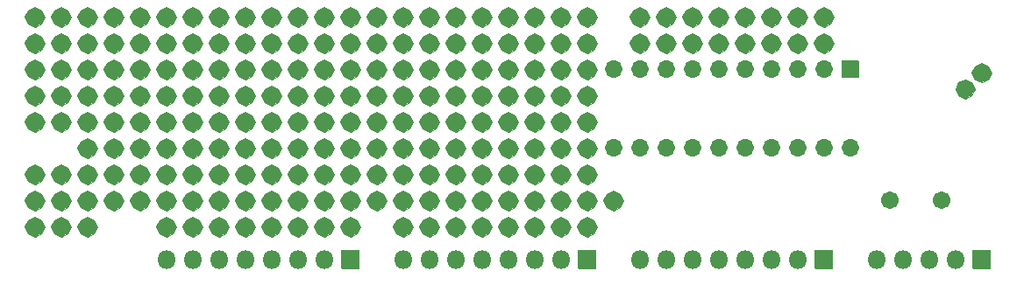
<source format=gbr>
G04 #@! TF.GenerationSoftware,KiCad,Pcbnew,(5.1.8)-1*
G04 #@! TF.CreationDate,2022-02-21T20:21:33+03:00*
G04 #@! TF.ProjectId,template,74656d70-6c61-4746-952e-6b696361645f,rev?*
G04 #@! TF.SameCoordinates,Original*
G04 #@! TF.FileFunction,Soldermask,Top*
G04 #@! TF.FilePolarity,Negative*
%FSLAX46Y46*%
G04 Gerber Fmt 4.6, Leading zero omitted, Abs format (unit mm)*
G04 Created by KiCad (PCBNEW (5.1.8)-1) date 2022-02-21 20:21:33*
%MOMM*%
%LPD*%
G01*
G04 APERTURE LIST*
%ADD10C,0.100000*%
%ADD11O,1.802000X1.802000*%
%ADD12C,1.702000*%
%ADD13O,1.702000X1.702000*%
G04 APERTURE END LIST*
D10*
G36*
X81915000Y-57785000D02*
G01*
X82232500Y-58420000D01*
X81915000Y-59055000D01*
X81280000Y-59372500D01*
X80645000Y-59055000D01*
X80327500Y-58420000D01*
X80645000Y-57785000D01*
X81280000Y-57467500D01*
X81915000Y-57785000D01*
G37*
X81915000Y-57785000D02*
X82232500Y-58420000D01*
X81915000Y-59055000D01*
X81280000Y-59372500D01*
X80645000Y-59055000D01*
X80327500Y-58420000D01*
X80645000Y-57785000D01*
X81280000Y-57467500D01*
X81915000Y-57785000D01*
G36*
X117475000Y-45402500D02*
G01*
X117792500Y-46037500D01*
X117475000Y-46672500D01*
X116840000Y-46990000D01*
X116205000Y-46672500D01*
X115887500Y-46037500D01*
X116205000Y-45402500D01*
X116840000Y-45085000D01*
X117475000Y-45402500D01*
G37*
X117475000Y-45402500D02*
X117792500Y-46037500D01*
X117475000Y-46672500D01*
X116840000Y-46990000D01*
X116205000Y-46672500D01*
X115887500Y-46037500D01*
X116205000Y-45402500D01*
X116840000Y-45085000D01*
X117475000Y-45402500D01*
G36*
X115887500Y-46990000D02*
G01*
X116205000Y-47625000D01*
X115887500Y-48260000D01*
X115252500Y-48577500D01*
X114617500Y-48260000D01*
X114300000Y-47625000D01*
X114617500Y-46990000D01*
X115252500Y-46672500D01*
X115887500Y-46990000D01*
G37*
X115887500Y-46990000D02*
X116205000Y-47625000D01*
X115887500Y-48260000D01*
X115252500Y-48577500D01*
X114617500Y-48260000D01*
X114300000Y-47625000D01*
X114617500Y-46990000D01*
X115252500Y-46672500D01*
X115887500Y-46990000D01*
G36*
X26035000Y-40005000D02*
G01*
X26352500Y-40640000D01*
X26035000Y-41275000D01*
X25400000Y-41592500D01*
X24765000Y-41275000D01*
X24447500Y-40640000D01*
X24765000Y-40005000D01*
X25400000Y-39687500D01*
X26035000Y-40005000D01*
G37*
X26035000Y-40005000D02*
X26352500Y-40640000D01*
X26035000Y-41275000D01*
X25400000Y-41592500D01*
X24765000Y-41275000D01*
X24447500Y-40640000D01*
X24765000Y-40005000D01*
X25400000Y-39687500D01*
X26035000Y-40005000D01*
G36*
X26035000Y-42545000D02*
G01*
X26352500Y-43180000D01*
X26035000Y-43815000D01*
X25400000Y-44132500D01*
X24765000Y-43815000D01*
X24447500Y-43180000D01*
X24765000Y-42545000D01*
X25400000Y-42227500D01*
X26035000Y-42545000D01*
G37*
X26035000Y-42545000D02*
X26352500Y-43180000D01*
X26035000Y-43815000D01*
X25400000Y-44132500D01*
X24765000Y-43815000D01*
X24447500Y-43180000D01*
X24765000Y-42545000D01*
X25400000Y-42227500D01*
X26035000Y-42545000D01*
G36*
X26035000Y-45085000D02*
G01*
X26352500Y-45720000D01*
X26035000Y-46355000D01*
X25400000Y-46672500D01*
X24765000Y-46355000D01*
X24447500Y-45720000D01*
X24765000Y-45085000D01*
X25400000Y-44767500D01*
X26035000Y-45085000D01*
G37*
X26035000Y-45085000D02*
X26352500Y-45720000D01*
X26035000Y-46355000D01*
X25400000Y-46672500D01*
X24765000Y-46355000D01*
X24447500Y-45720000D01*
X24765000Y-45085000D01*
X25400000Y-44767500D01*
X26035000Y-45085000D01*
G36*
X26035000Y-47625000D02*
G01*
X26352500Y-48260000D01*
X26035000Y-48895000D01*
X25400000Y-49212500D01*
X24765000Y-48895000D01*
X24447500Y-48260000D01*
X24765000Y-47625000D01*
X25400000Y-47307500D01*
X26035000Y-47625000D01*
G37*
X26035000Y-47625000D02*
X26352500Y-48260000D01*
X26035000Y-48895000D01*
X25400000Y-49212500D01*
X24765000Y-48895000D01*
X24447500Y-48260000D01*
X24765000Y-47625000D01*
X25400000Y-47307500D01*
X26035000Y-47625000D01*
G36*
X26035000Y-50165000D02*
G01*
X26352500Y-50800000D01*
X26035000Y-51435000D01*
X25400000Y-51752500D01*
X24765000Y-51435000D01*
X24447500Y-50800000D01*
X24765000Y-50165000D01*
X25400000Y-49847500D01*
X26035000Y-50165000D01*
G37*
X26035000Y-50165000D02*
X26352500Y-50800000D01*
X26035000Y-51435000D01*
X25400000Y-51752500D01*
X24765000Y-51435000D01*
X24447500Y-50800000D01*
X24765000Y-50165000D01*
X25400000Y-49847500D01*
X26035000Y-50165000D01*
G36*
X26035000Y-55245000D02*
G01*
X26352500Y-55880000D01*
X26035000Y-56515000D01*
X25400000Y-56832500D01*
X24765000Y-56515000D01*
X24447500Y-55880000D01*
X24765000Y-55245000D01*
X25400000Y-54927500D01*
X26035000Y-55245000D01*
G37*
X26035000Y-55245000D02*
X26352500Y-55880000D01*
X26035000Y-56515000D01*
X25400000Y-56832500D01*
X24765000Y-56515000D01*
X24447500Y-55880000D01*
X24765000Y-55245000D01*
X25400000Y-54927500D01*
X26035000Y-55245000D01*
G36*
X26035000Y-57785000D02*
G01*
X26352500Y-58420000D01*
X26035000Y-59055000D01*
X25400000Y-59372500D01*
X24765000Y-59055000D01*
X24447500Y-58420000D01*
X24765000Y-57785000D01*
X25400000Y-57467500D01*
X26035000Y-57785000D01*
G37*
X26035000Y-57785000D02*
X26352500Y-58420000D01*
X26035000Y-59055000D01*
X25400000Y-59372500D01*
X24765000Y-59055000D01*
X24447500Y-58420000D01*
X24765000Y-57785000D01*
X25400000Y-57467500D01*
X26035000Y-57785000D01*
G36*
X26035000Y-60325000D02*
G01*
X26352500Y-60960000D01*
X26035000Y-61595000D01*
X25400000Y-61912500D01*
X24765000Y-61595000D01*
X24447500Y-60960000D01*
X24765000Y-60325000D01*
X25400000Y-60007500D01*
X26035000Y-60325000D01*
G37*
X26035000Y-60325000D02*
X26352500Y-60960000D01*
X26035000Y-61595000D01*
X25400000Y-61912500D01*
X24765000Y-61595000D01*
X24447500Y-60960000D01*
X24765000Y-60325000D01*
X25400000Y-60007500D01*
X26035000Y-60325000D01*
G36*
X28575000Y-60325000D02*
G01*
X28892500Y-60960000D01*
X28575000Y-61595000D01*
X27940000Y-61912500D01*
X27305000Y-61595000D01*
X26987500Y-60960000D01*
X27305000Y-60325000D01*
X27940000Y-60007500D01*
X28575000Y-60325000D01*
G37*
X28575000Y-60325000D02*
X28892500Y-60960000D01*
X28575000Y-61595000D01*
X27940000Y-61912500D01*
X27305000Y-61595000D01*
X26987500Y-60960000D01*
X27305000Y-60325000D01*
X27940000Y-60007500D01*
X28575000Y-60325000D01*
G36*
X31115000Y-60325000D02*
G01*
X31432500Y-60960000D01*
X31115000Y-61595000D01*
X30480000Y-61912500D01*
X29845000Y-61595000D01*
X29527500Y-60960000D01*
X29845000Y-60325000D01*
X30480000Y-60007500D01*
X31115000Y-60325000D01*
G37*
X31115000Y-60325000D02*
X31432500Y-60960000D01*
X31115000Y-61595000D01*
X30480000Y-61912500D01*
X29845000Y-61595000D01*
X29527500Y-60960000D01*
X29845000Y-60325000D01*
X30480000Y-60007500D01*
X31115000Y-60325000D01*
G36*
X36195000Y-52705000D02*
G01*
X36512500Y-53340000D01*
X36195000Y-53975000D01*
X35560000Y-54292500D01*
X34925000Y-53975000D01*
X34607500Y-53340000D01*
X34925000Y-52705000D01*
X35560000Y-52387500D01*
X36195000Y-52705000D01*
G37*
X36195000Y-52705000D02*
X36512500Y-53340000D01*
X36195000Y-53975000D01*
X35560000Y-54292500D01*
X34925000Y-53975000D01*
X34607500Y-53340000D01*
X34925000Y-52705000D01*
X35560000Y-52387500D01*
X36195000Y-52705000D01*
G36*
X33655000Y-52705000D02*
G01*
X33972500Y-53340000D01*
X33655000Y-53975000D01*
X33020000Y-54292500D01*
X32385000Y-53975000D01*
X32067500Y-53340000D01*
X32385000Y-52705000D01*
X33020000Y-52387500D01*
X33655000Y-52705000D01*
G37*
X33655000Y-52705000D02*
X33972500Y-53340000D01*
X33655000Y-53975000D01*
X33020000Y-54292500D01*
X32385000Y-53975000D01*
X32067500Y-53340000D01*
X32385000Y-52705000D01*
X33020000Y-52387500D01*
X33655000Y-52705000D01*
G36*
X31115000Y-52705000D02*
G01*
X31432500Y-53340000D01*
X31115000Y-53975000D01*
X30480000Y-54292500D01*
X29845000Y-53975000D01*
X29527500Y-53340000D01*
X29845000Y-52705000D01*
X30480000Y-52387500D01*
X31115000Y-52705000D01*
G37*
X31115000Y-52705000D02*
X31432500Y-53340000D01*
X31115000Y-53975000D01*
X30480000Y-54292500D01*
X29845000Y-53975000D01*
X29527500Y-53340000D01*
X29845000Y-52705000D01*
X30480000Y-52387500D01*
X31115000Y-52705000D01*
G36*
X59055000Y-57785000D02*
G01*
X59372500Y-58420000D01*
X59055000Y-59055000D01*
X58420000Y-59372500D01*
X57785000Y-59055000D01*
X57467500Y-58420000D01*
X57785000Y-57785000D01*
X58420000Y-57467500D01*
X59055000Y-57785000D01*
G37*
X59055000Y-57785000D02*
X59372500Y-58420000D01*
X59055000Y-59055000D01*
X58420000Y-59372500D01*
X57785000Y-59055000D01*
X57467500Y-58420000D01*
X57785000Y-57785000D01*
X58420000Y-57467500D01*
X59055000Y-57785000D01*
G36*
X59055000Y-55245000D02*
G01*
X59372500Y-55880000D01*
X59055000Y-56515000D01*
X58420000Y-56832500D01*
X57785000Y-56515000D01*
X57467500Y-55880000D01*
X57785000Y-55245000D01*
X58420000Y-54927500D01*
X59055000Y-55245000D01*
G37*
X59055000Y-55245000D02*
X59372500Y-55880000D01*
X59055000Y-56515000D01*
X58420000Y-56832500D01*
X57785000Y-56515000D01*
X57467500Y-55880000D01*
X57785000Y-55245000D01*
X58420000Y-54927500D01*
X59055000Y-55245000D01*
G36*
X59055000Y-52705000D02*
G01*
X59372500Y-53340000D01*
X59055000Y-53975000D01*
X58420000Y-54292500D01*
X57785000Y-53975000D01*
X57467500Y-53340000D01*
X57785000Y-52705000D01*
X58420000Y-52387500D01*
X59055000Y-52705000D01*
G37*
X59055000Y-52705000D02*
X59372500Y-53340000D01*
X59055000Y-53975000D01*
X58420000Y-54292500D01*
X57785000Y-53975000D01*
X57467500Y-53340000D01*
X57785000Y-52705000D01*
X58420000Y-52387500D01*
X59055000Y-52705000D01*
G36*
X59055000Y-50165000D02*
G01*
X59372500Y-50800000D01*
X59055000Y-51435000D01*
X58420000Y-51752500D01*
X57785000Y-51435000D01*
X57467500Y-50800000D01*
X57785000Y-50165000D01*
X58420000Y-49847500D01*
X59055000Y-50165000D01*
G37*
X59055000Y-50165000D02*
X59372500Y-50800000D01*
X59055000Y-51435000D01*
X58420000Y-51752500D01*
X57785000Y-51435000D01*
X57467500Y-50800000D01*
X57785000Y-50165000D01*
X58420000Y-49847500D01*
X59055000Y-50165000D01*
G36*
X59055000Y-47625000D02*
G01*
X59372500Y-48260000D01*
X59055000Y-48895000D01*
X58420000Y-49212500D01*
X57785000Y-48895000D01*
X57467500Y-48260000D01*
X57785000Y-47625000D01*
X58420000Y-47307500D01*
X59055000Y-47625000D01*
G37*
X59055000Y-47625000D02*
X59372500Y-48260000D01*
X59055000Y-48895000D01*
X58420000Y-49212500D01*
X57785000Y-48895000D01*
X57467500Y-48260000D01*
X57785000Y-47625000D01*
X58420000Y-47307500D01*
X59055000Y-47625000D01*
G36*
X59055000Y-45085000D02*
G01*
X59372500Y-45720000D01*
X59055000Y-46355000D01*
X58420000Y-46672500D01*
X57785000Y-46355000D01*
X57467500Y-45720000D01*
X57785000Y-45085000D01*
X58420000Y-44767500D01*
X59055000Y-45085000D01*
G37*
X59055000Y-45085000D02*
X59372500Y-45720000D01*
X59055000Y-46355000D01*
X58420000Y-46672500D01*
X57785000Y-46355000D01*
X57467500Y-45720000D01*
X57785000Y-45085000D01*
X58420000Y-44767500D01*
X59055000Y-45085000D01*
G36*
X59055000Y-42545000D02*
G01*
X59372500Y-43180000D01*
X59055000Y-43815000D01*
X58420000Y-44132500D01*
X57785000Y-43815000D01*
X57467500Y-43180000D01*
X57785000Y-42545000D01*
X58420000Y-42227500D01*
X59055000Y-42545000D01*
G37*
X59055000Y-42545000D02*
X59372500Y-43180000D01*
X59055000Y-43815000D01*
X58420000Y-44132500D01*
X57785000Y-43815000D01*
X57467500Y-43180000D01*
X57785000Y-42545000D01*
X58420000Y-42227500D01*
X59055000Y-42545000D01*
G36*
X59055000Y-40005000D02*
G01*
X59372500Y-40640000D01*
X59055000Y-41275000D01*
X58420000Y-41592500D01*
X57785000Y-41275000D01*
X57467500Y-40640000D01*
X57785000Y-40005000D01*
X58420000Y-39687500D01*
X59055000Y-40005000D01*
G37*
X59055000Y-40005000D02*
X59372500Y-40640000D01*
X59055000Y-41275000D01*
X58420000Y-41592500D01*
X57785000Y-41275000D01*
X57467500Y-40640000D01*
X57785000Y-40005000D01*
X58420000Y-39687500D01*
X59055000Y-40005000D01*
G36*
X36195000Y-57785000D02*
G01*
X36512500Y-58420000D01*
X36195000Y-59055000D01*
X35560000Y-59372500D01*
X34925000Y-59055000D01*
X34607500Y-58420000D01*
X34925000Y-57785000D01*
X35560000Y-57467500D01*
X36195000Y-57785000D01*
G37*
X36195000Y-57785000D02*
X36512500Y-58420000D01*
X36195000Y-59055000D01*
X35560000Y-59372500D01*
X34925000Y-59055000D01*
X34607500Y-58420000D01*
X34925000Y-57785000D01*
X35560000Y-57467500D01*
X36195000Y-57785000D01*
G36*
X33655000Y-57785000D02*
G01*
X33972500Y-58420000D01*
X33655000Y-59055000D01*
X33020000Y-59372500D01*
X32385000Y-59055000D01*
X32067500Y-58420000D01*
X32385000Y-57785000D01*
X33020000Y-57467500D01*
X33655000Y-57785000D01*
G37*
X33655000Y-57785000D02*
X33972500Y-58420000D01*
X33655000Y-59055000D01*
X33020000Y-59372500D01*
X32385000Y-59055000D01*
X32067500Y-58420000D01*
X32385000Y-57785000D01*
X33020000Y-57467500D01*
X33655000Y-57785000D01*
G36*
X31115000Y-57785000D02*
G01*
X31432500Y-58420000D01*
X31115000Y-59055000D01*
X30480000Y-59372500D01*
X29845000Y-59055000D01*
X29527500Y-58420000D01*
X29845000Y-57785000D01*
X30480000Y-57467500D01*
X31115000Y-57785000D01*
G37*
X31115000Y-57785000D02*
X31432500Y-58420000D01*
X31115000Y-59055000D01*
X30480000Y-59372500D01*
X29845000Y-59055000D01*
X29527500Y-58420000D01*
X29845000Y-57785000D01*
X30480000Y-57467500D01*
X31115000Y-57785000D01*
G36*
X28575000Y-57785000D02*
G01*
X28892500Y-58420000D01*
X28575000Y-59055000D01*
X27940000Y-59372500D01*
X27305000Y-59055000D01*
X26987500Y-58420000D01*
X27305000Y-57785000D01*
X27940000Y-57467500D01*
X28575000Y-57785000D01*
G37*
X28575000Y-57785000D02*
X28892500Y-58420000D01*
X28575000Y-59055000D01*
X27940000Y-59372500D01*
X27305000Y-59055000D01*
X26987500Y-58420000D01*
X27305000Y-57785000D01*
X27940000Y-57467500D01*
X28575000Y-57785000D01*
G36*
X36195000Y-55245000D02*
G01*
X36512500Y-55880000D01*
X36195000Y-56515000D01*
X35560000Y-56832500D01*
X34925000Y-56515000D01*
X34607500Y-55880000D01*
X34925000Y-55245000D01*
X35560000Y-54927500D01*
X36195000Y-55245000D01*
G37*
X36195000Y-55245000D02*
X36512500Y-55880000D01*
X36195000Y-56515000D01*
X35560000Y-56832500D01*
X34925000Y-56515000D01*
X34607500Y-55880000D01*
X34925000Y-55245000D01*
X35560000Y-54927500D01*
X36195000Y-55245000D01*
G36*
X33655000Y-55245000D02*
G01*
X33972500Y-55880000D01*
X33655000Y-56515000D01*
X33020000Y-56832500D01*
X32385000Y-56515000D01*
X32067500Y-55880000D01*
X32385000Y-55245000D01*
X33020000Y-54927500D01*
X33655000Y-55245000D01*
G37*
X33655000Y-55245000D02*
X33972500Y-55880000D01*
X33655000Y-56515000D01*
X33020000Y-56832500D01*
X32385000Y-56515000D01*
X32067500Y-55880000D01*
X32385000Y-55245000D01*
X33020000Y-54927500D01*
X33655000Y-55245000D01*
G36*
X31115000Y-55245000D02*
G01*
X31432500Y-55880000D01*
X31115000Y-56515000D01*
X30480000Y-56832500D01*
X29845000Y-56515000D01*
X29527500Y-55880000D01*
X29845000Y-55245000D01*
X30480000Y-54927500D01*
X31115000Y-55245000D01*
G37*
X31115000Y-55245000D02*
X31432500Y-55880000D01*
X31115000Y-56515000D01*
X30480000Y-56832500D01*
X29845000Y-56515000D01*
X29527500Y-55880000D01*
X29845000Y-55245000D01*
X30480000Y-54927500D01*
X31115000Y-55245000D01*
G36*
X28575000Y-55245000D02*
G01*
X28892500Y-55880000D01*
X28575000Y-56515000D01*
X27940000Y-56832500D01*
X27305000Y-56515000D01*
X26987500Y-55880000D01*
X27305000Y-55245000D01*
X27940000Y-54927500D01*
X28575000Y-55245000D01*
G37*
X28575000Y-55245000D02*
X28892500Y-55880000D01*
X28575000Y-56515000D01*
X27940000Y-56832500D01*
X27305000Y-56515000D01*
X26987500Y-55880000D01*
X27305000Y-55245000D01*
X27940000Y-54927500D01*
X28575000Y-55245000D01*
G36*
X36195000Y-50165000D02*
G01*
X36512500Y-50800000D01*
X36195000Y-51435000D01*
X35560000Y-51752500D01*
X34925000Y-51435000D01*
X34607500Y-50800000D01*
X34925000Y-50165000D01*
X35560000Y-49847500D01*
X36195000Y-50165000D01*
G37*
X36195000Y-50165000D02*
X36512500Y-50800000D01*
X36195000Y-51435000D01*
X35560000Y-51752500D01*
X34925000Y-51435000D01*
X34607500Y-50800000D01*
X34925000Y-50165000D01*
X35560000Y-49847500D01*
X36195000Y-50165000D01*
G36*
X33655000Y-50165000D02*
G01*
X33972500Y-50800000D01*
X33655000Y-51435000D01*
X33020000Y-51752500D01*
X32385000Y-51435000D01*
X32067500Y-50800000D01*
X32385000Y-50165000D01*
X33020000Y-49847500D01*
X33655000Y-50165000D01*
G37*
X33655000Y-50165000D02*
X33972500Y-50800000D01*
X33655000Y-51435000D01*
X33020000Y-51752500D01*
X32385000Y-51435000D01*
X32067500Y-50800000D01*
X32385000Y-50165000D01*
X33020000Y-49847500D01*
X33655000Y-50165000D01*
G36*
X31115000Y-50165000D02*
G01*
X31432500Y-50800000D01*
X31115000Y-51435000D01*
X30480000Y-51752500D01*
X29845000Y-51435000D01*
X29527500Y-50800000D01*
X29845000Y-50165000D01*
X30480000Y-49847500D01*
X31115000Y-50165000D01*
G37*
X31115000Y-50165000D02*
X31432500Y-50800000D01*
X31115000Y-51435000D01*
X30480000Y-51752500D01*
X29845000Y-51435000D01*
X29527500Y-50800000D01*
X29845000Y-50165000D01*
X30480000Y-49847500D01*
X31115000Y-50165000D01*
G36*
X28575000Y-50165000D02*
G01*
X28892500Y-50800000D01*
X28575000Y-51435000D01*
X27940000Y-51752500D01*
X27305000Y-51435000D01*
X26987500Y-50800000D01*
X27305000Y-50165000D01*
X27940000Y-49847500D01*
X28575000Y-50165000D01*
G37*
X28575000Y-50165000D02*
X28892500Y-50800000D01*
X28575000Y-51435000D01*
X27940000Y-51752500D01*
X27305000Y-51435000D01*
X26987500Y-50800000D01*
X27305000Y-50165000D01*
X27940000Y-49847500D01*
X28575000Y-50165000D01*
G36*
X36195000Y-47625000D02*
G01*
X36512500Y-48260000D01*
X36195000Y-48895000D01*
X35560000Y-49212500D01*
X34925000Y-48895000D01*
X34607500Y-48260000D01*
X34925000Y-47625000D01*
X35560000Y-47307500D01*
X36195000Y-47625000D01*
G37*
X36195000Y-47625000D02*
X36512500Y-48260000D01*
X36195000Y-48895000D01*
X35560000Y-49212500D01*
X34925000Y-48895000D01*
X34607500Y-48260000D01*
X34925000Y-47625000D01*
X35560000Y-47307500D01*
X36195000Y-47625000D01*
G36*
X33655000Y-47625000D02*
G01*
X33972500Y-48260000D01*
X33655000Y-48895000D01*
X33020000Y-49212500D01*
X32385000Y-48895000D01*
X32067500Y-48260000D01*
X32385000Y-47625000D01*
X33020000Y-47307500D01*
X33655000Y-47625000D01*
G37*
X33655000Y-47625000D02*
X33972500Y-48260000D01*
X33655000Y-48895000D01*
X33020000Y-49212500D01*
X32385000Y-48895000D01*
X32067500Y-48260000D01*
X32385000Y-47625000D01*
X33020000Y-47307500D01*
X33655000Y-47625000D01*
G36*
X31115000Y-47625000D02*
G01*
X31432500Y-48260000D01*
X31115000Y-48895000D01*
X30480000Y-49212500D01*
X29845000Y-48895000D01*
X29527500Y-48260000D01*
X29845000Y-47625000D01*
X30480000Y-47307500D01*
X31115000Y-47625000D01*
G37*
X31115000Y-47625000D02*
X31432500Y-48260000D01*
X31115000Y-48895000D01*
X30480000Y-49212500D01*
X29845000Y-48895000D01*
X29527500Y-48260000D01*
X29845000Y-47625000D01*
X30480000Y-47307500D01*
X31115000Y-47625000D01*
G36*
X28575000Y-47625000D02*
G01*
X28892500Y-48260000D01*
X28575000Y-48895000D01*
X27940000Y-49212500D01*
X27305000Y-48895000D01*
X26987500Y-48260000D01*
X27305000Y-47625000D01*
X27940000Y-47307500D01*
X28575000Y-47625000D01*
G37*
X28575000Y-47625000D02*
X28892500Y-48260000D01*
X28575000Y-48895000D01*
X27940000Y-49212500D01*
X27305000Y-48895000D01*
X26987500Y-48260000D01*
X27305000Y-47625000D01*
X27940000Y-47307500D01*
X28575000Y-47625000D01*
G36*
X36195000Y-45085000D02*
G01*
X36512500Y-45720000D01*
X36195000Y-46355000D01*
X35560000Y-46672500D01*
X34925000Y-46355000D01*
X34607500Y-45720000D01*
X34925000Y-45085000D01*
X35560000Y-44767500D01*
X36195000Y-45085000D01*
G37*
X36195000Y-45085000D02*
X36512500Y-45720000D01*
X36195000Y-46355000D01*
X35560000Y-46672500D01*
X34925000Y-46355000D01*
X34607500Y-45720000D01*
X34925000Y-45085000D01*
X35560000Y-44767500D01*
X36195000Y-45085000D01*
G36*
X33655000Y-45085000D02*
G01*
X33972500Y-45720000D01*
X33655000Y-46355000D01*
X33020000Y-46672500D01*
X32385000Y-46355000D01*
X32067500Y-45720000D01*
X32385000Y-45085000D01*
X33020000Y-44767500D01*
X33655000Y-45085000D01*
G37*
X33655000Y-45085000D02*
X33972500Y-45720000D01*
X33655000Y-46355000D01*
X33020000Y-46672500D01*
X32385000Y-46355000D01*
X32067500Y-45720000D01*
X32385000Y-45085000D01*
X33020000Y-44767500D01*
X33655000Y-45085000D01*
G36*
X31115000Y-45085000D02*
G01*
X31432500Y-45720000D01*
X31115000Y-46355000D01*
X30480000Y-46672500D01*
X29845000Y-46355000D01*
X29527500Y-45720000D01*
X29845000Y-45085000D01*
X30480000Y-44767500D01*
X31115000Y-45085000D01*
G37*
X31115000Y-45085000D02*
X31432500Y-45720000D01*
X31115000Y-46355000D01*
X30480000Y-46672500D01*
X29845000Y-46355000D01*
X29527500Y-45720000D01*
X29845000Y-45085000D01*
X30480000Y-44767500D01*
X31115000Y-45085000D01*
G36*
X28575000Y-45085000D02*
G01*
X28892500Y-45720000D01*
X28575000Y-46355000D01*
X27940000Y-46672500D01*
X27305000Y-46355000D01*
X26987500Y-45720000D01*
X27305000Y-45085000D01*
X27940000Y-44767500D01*
X28575000Y-45085000D01*
G37*
X28575000Y-45085000D02*
X28892500Y-45720000D01*
X28575000Y-46355000D01*
X27940000Y-46672500D01*
X27305000Y-46355000D01*
X26987500Y-45720000D01*
X27305000Y-45085000D01*
X27940000Y-44767500D01*
X28575000Y-45085000D01*
G36*
X36195000Y-42545000D02*
G01*
X36512500Y-43180000D01*
X36195000Y-43815000D01*
X35560000Y-44132500D01*
X34925000Y-43815000D01*
X34607500Y-43180000D01*
X34925000Y-42545000D01*
X35560000Y-42227500D01*
X36195000Y-42545000D01*
G37*
X36195000Y-42545000D02*
X36512500Y-43180000D01*
X36195000Y-43815000D01*
X35560000Y-44132500D01*
X34925000Y-43815000D01*
X34607500Y-43180000D01*
X34925000Y-42545000D01*
X35560000Y-42227500D01*
X36195000Y-42545000D01*
G36*
X33655000Y-42545000D02*
G01*
X33972500Y-43180000D01*
X33655000Y-43815000D01*
X33020000Y-44132500D01*
X32385000Y-43815000D01*
X32067500Y-43180000D01*
X32385000Y-42545000D01*
X33020000Y-42227500D01*
X33655000Y-42545000D01*
G37*
X33655000Y-42545000D02*
X33972500Y-43180000D01*
X33655000Y-43815000D01*
X33020000Y-44132500D01*
X32385000Y-43815000D01*
X32067500Y-43180000D01*
X32385000Y-42545000D01*
X33020000Y-42227500D01*
X33655000Y-42545000D01*
G36*
X31115000Y-42545000D02*
G01*
X31432500Y-43180000D01*
X31115000Y-43815000D01*
X30480000Y-44132500D01*
X29845000Y-43815000D01*
X29527500Y-43180000D01*
X29845000Y-42545000D01*
X30480000Y-42227500D01*
X31115000Y-42545000D01*
G37*
X31115000Y-42545000D02*
X31432500Y-43180000D01*
X31115000Y-43815000D01*
X30480000Y-44132500D01*
X29845000Y-43815000D01*
X29527500Y-43180000D01*
X29845000Y-42545000D01*
X30480000Y-42227500D01*
X31115000Y-42545000D01*
G36*
X28575000Y-42545000D02*
G01*
X28892500Y-43180000D01*
X28575000Y-43815000D01*
X27940000Y-44132500D01*
X27305000Y-43815000D01*
X26987500Y-43180000D01*
X27305000Y-42545000D01*
X27940000Y-42227500D01*
X28575000Y-42545000D01*
G37*
X28575000Y-42545000D02*
X28892500Y-43180000D01*
X28575000Y-43815000D01*
X27940000Y-44132500D01*
X27305000Y-43815000D01*
X26987500Y-43180000D01*
X27305000Y-42545000D01*
X27940000Y-42227500D01*
X28575000Y-42545000D01*
G36*
X36195000Y-40005000D02*
G01*
X36512500Y-40640000D01*
X36195000Y-41275000D01*
X35560000Y-41592500D01*
X34925000Y-41275000D01*
X34607500Y-40640000D01*
X34925000Y-40005000D01*
X35560000Y-39687500D01*
X36195000Y-40005000D01*
G37*
X36195000Y-40005000D02*
X36512500Y-40640000D01*
X36195000Y-41275000D01*
X35560000Y-41592500D01*
X34925000Y-41275000D01*
X34607500Y-40640000D01*
X34925000Y-40005000D01*
X35560000Y-39687500D01*
X36195000Y-40005000D01*
G36*
X33655000Y-40005000D02*
G01*
X33972500Y-40640000D01*
X33655000Y-41275000D01*
X33020000Y-41592500D01*
X32385000Y-41275000D01*
X32067500Y-40640000D01*
X32385000Y-40005000D01*
X33020000Y-39687500D01*
X33655000Y-40005000D01*
G37*
X33655000Y-40005000D02*
X33972500Y-40640000D01*
X33655000Y-41275000D01*
X33020000Y-41592500D01*
X32385000Y-41275000D01*
X32067500Y-40640000D01*
X32385000Y-40005000D01*
X33020000Y-39687500D01*
X33655000Y-40005000D01*
G36*
X31115000Y-40005000D02*
G01*
X31432500Y-40640000D01*
X31115000Y-41275000D01*
X30480000Y-41592500D01*
X29845000Y-41275000D01*
X29527500Y-40640000D01*
X29845000Y-40005000D01*
X30480000Y-39687500D01*
X31115000Y-40005000D01*
G37*
X31115000Y-40005000D02*
X31432500Y-40640000D01*
X31115000Y-41275000D01*
X30480000Y-41592500D01*
X29845000Y-41275000D01*
X29527500Y-40640000D01*
X29845000Y-40005000D01*
X30480000Y-39687500D01*
X31115000Y-40005000D01*
G36*
X28575000Y-40005000D02*
G01*
X28892500Y-40640000D01*
X28575000Y-41275000D01*
X27940000Y-41592500D01*
X27305000Y-41275000D01*
X26987500Y-40640000D01*
X27305000Y-40005000D01*
X27940000Y-39687500D01*
X28575000Y-40005000D01*
G37*
X28575000Y-40005000D02*
X28892500Y-40640000D01*
X28575000Y-41275000D01*
X27940000Y-41592500D01*
X27305000Y-41275000D01*
X26987500Y-40640000D01*
X27305000Y-40005000D01*
X27940000Y-39687500D01*
X28575000Y-40005000D01*
G36*
X46355000Y-55245000D02*
G01*
X46672500Y-55880000D01*
X46355000Y-56515000D01*
X45720000Y-56832500D01*
X45085000Y-56515000D01*
X44767500Y-55880000D01*
X45085000Y-55245000D01*
X45720000Y-54927500D01*
X46355000Y-55245000D01*
G37*
X46355000Y-55245000D02*
X46672500Y-55880000D01*
X46355000Y-56515000D01*
X45720000Y-56832500D01*
X45085000Y-56515000D01*
X44767500Y-55880000D01*
X45085000Y-55245000D01*
X45720000Y-54927500D01*
X46355000Y-55245000D01*
G36*
X43815000Y-55245000D02*
G01*
X44132500Y-55880000D01*
X43815000Y-56515000D01*
X43180000Y-56832500D01*
X42545000Y-56515000D01*
X42227500Y-55880000D01*
X42545000Y-55245000D01*
X43180000Y-54927500D01*
X43815000Y-55245000D01*
G37*
X43815000Y-55245000D02*
X44132500Y-55880000D01*
X43815000Y-56515000D01*
X43180000Y-56832500D01*
X42545000Y-56515000D01*
X42227500Y-55880000D01*
X42545000Y-55245000D01*
X43180000Y-54927500D01*
X43815000Y-55245000D01*
G36*
X41275000Y-55245000D02*
G01*
X41592500Y-55880000D01*
X41275000Y-56515000D01*
X40640000Y-56832500D01*
X40005000Y-56515000D01*
X39687500Y-55880000D01*
X40005000Y-55245000D01*
X40640000Y-54927500D01*
X41275000Y-55245000D01*
G37*
X41275000Y-55245000D02*
X41592500Y-55880000D01*
X41275000Y-56515000D01*
X40640000Y-56832500D01*
X40005000Y-56515000D01*
X39687500Y-55880000D01*
X40005000Y-55245000D01*
X40640000Y-54927500D01*
X41275000Y-55245000D01*
G36*
X38735000Y-55245000D02*
G01*
X39052500Y-55880000D01*
X38735000Y-56515000D01*
X38100000Y-56832500D01*
X37465000Y-56515000D01*
X37147500Y-55880000D01*
X37465000Y-55245000D01*
X38100000Y-54927500D01*
X38735000Y-55245000D01*
G37*
X38735000Y-55245000D02*
X39052500Y-55880000D01*
X38735000Y-56515000D01*
X38100000Y-56832500D01*
X37465000Y-56515000D01*
X37147500Y-55880000D01*
X37465000Y-55245000D01*
X38100000Y-54927500D01*
X38735000Y-55245000D01*
G36*
X46355000Y-52705000D02*
G01*
X46672500Y-53340000D01*
X46355000Y-53975000D01*
X45720000Y-54292500D01*
X45085000Y-53975000D01*
X44767500Y-53340000D01*
X45085000Y-52705000D01*
X45720000Y-52387500D01*
X46355000Y-52705000D01*
G37*
X46355000Y-52705000D02*
X46672500Y-53340000D01*
X46355000Y-53975000D01*
X45720000Y-54292500D01*
X45085000Y-53975000D01*
X44767500Y-53340000D01*
X45085000Y-52705000D01*
X45720000Y-52387500D01*
X46355000Y-52705000D01*
G36*
X43815000Y-52705000D02*
G01*
X44132500Y-53340000D01*
X43815000Y-53975000D01*
X43180000Y-54292500D01*
X42545000Y-53975000D01*
X42227500Y-53340000D01*
X42545000Y-52705000D01*
X43180000Y-52387500D01*
X43815000Y-52705000D01*
G37*
X43815000Y-52705000D02*
X44132500Y-53340000D01*
X43815000Y-53975000D01*
X43180000Y-54292500D01*
X42545000Y-53975000D01*
X42227500Y-53340000D01*
X42545000Y-52705000D01*
X43180000Y-52387500D01*
X43815000Y-52705000D01*
G36*
X41275000Y-52705000D02*
G01*
X41592500Y-53340000D01*
X41275000Y-53975000D01*
X40640000Y-54292500D01*
X40005000Y-53975000D01*
X39687500Y-53340000D01*
X40005000Y-52705000D01*
X40640000Y-52387500D01*
X41275000Y-52705000D01*
G37*
X41275000Y-52705000D02*
X41592500Y-53340000D01*
X41275000Y-53975000D01*
X40640000Y-54292500D01*
X40005000Y-53975000D01*
X39687500Y-53340000D01*
X40005000Y-52705000D01*
X40640000Y-52387500D01*
X41275000Y-52705000D01*
G36*
X38735000Y-52705000D02*
G01*
X39052500Y-53340000D01*
X38735000Y-53975000D01*
X38100000Y-54292500D01*
X37465000Y-53975000D01*
X37147500Y-53340000D01*
X37465000Y-52705000D01*
X38100000Y-52387500D01*
X38735000Y-52705000D01*
G37*
X38735000Y-52705000D02*
X39052500Y-53340000D01*
X38735000Y-53975000D01*
X38100000Y-54292500D01*
X37465000Y-53975000D01*
X37147500Y-53340000D01*
X37465000Y-52705000D01*
X38100000Y-52387500D01*
X38735000Y-52705000D01*
G36*
X46355000Y-50165000D02*
G01*
X46672500Y-50800000D01*
X46355000Y-51435000D01*
X45720000Y-51752500D01*
X45085000Y-51435000D01*
X44767500Y-50800000D01*
X45085000Y-50165000D01*
X45720000Y-49847500D01*
X46355000Y-50165000D01*
G37*
X46355000Y-50165000D02*
X46672500Y-50800000D01*
X46355000Y-51435000D01*
X45720000Y-51752500D01*
X45085000Y-51435000D01*
X44767500Y-50800000D01*
X45085000Y-50165000D01*
X45720000Y-49847500D01*
X46355000Y-50165000D01*
G36*
X43815000Y-50165000D02*
G01*
X44132500Y-50800000D01*
X43815000Y-51435000D01*
X43180000Y-51752500D01*
X42545000Y-51435000D01*
X42227500Y-50800000D01*
X42545000Y-50165000D01*
X43180000Y-49847500D01*
X43815000Y-50165000D01*
G37*
X43815000Y-50165000D02*
X44132500Y-50800000D01*
X43815000Y-51435000D01*
X43180000Y-51752500D01*
X42545000Y-51435000D01*
X42227500Y-50800000D01*
X42545000Y-50165000D01*
X43180000Y-49847500D01*
X43815000Y-50165000D01*
G36*
X41275000Y-50165000D02*
G01*
X41592500Y-50800000D01*
X41275000Y-51435000D01*
X40640000Y-51752500D01*
X40005000Y-51435000D01*
X39687500Y-50800000D01*
X40005000Y-50165000D01*
X40640000Y-49847500D01*
X41275000Y-50165000D01*
G37*
X41275000Y-50165000D02*
X41592500Y-50800000D01*
X41275000Y-51435000D01*
X40640000Y-51752500D01*
X40005000Y-51435000D01*
X39687500Y-50800000D01*
X40005000Y-50165000D01*
X40640000Y-49847500D01*
X41275000Y-50165000D01*
G36*
X38735000Y-50165000D02*
G01*
X39052500Y-50800000D01*
X38735000Y-51435000D01*
X38100000Y-51752500D01*
X37465000Y-51435000D01*
X37147500Y-50800000D01*
X37465000Y-50165000D01*
X38100000Y-49847500D01*
X38735000Y-50165000D01*
G37*
X38735000Y-50165000D02*
X39052500Y-50800000D01*
X38735000Y-51435000D01*
X38100000Y-51752500D01*
X37465000Y-51435000D01*
X37147500Y-50800000D01*
X37465000Y-50165000D01*
X38100000Y-49847500D01*
X38735000Y-50165000D01*
G36*
X46355000Y-47625000D02*
G01*
X46672500Y-48260000D01*
X46355000Y-48895000D01*
X45720000Y-49212500D01*
X45085000Y-48895000D01*
X44767500Y-48260000D01*
X45085000Y-47625000D01*
X45720000Y-47307500D01*
X46355000Y-47625000D01*
G37*
X46355000Y-47625000D02*
X46672500Y-48260000D01*
X46355000Y-48895000D01*
X45720000Y-49212500D01*
X45085000Y-48895000D01*
X44767500Y-48260000D01*
X45085000Y-47625000D01*
X45720000Y-47307500D01*
X46355000Y-47625000D01*
G36*
X43815000Y-47625000D02*
G01*
X44132500Y-48260000D01*
X43815000Y-48895000D01*
X43180000Y-49212500D01*
X42545000Y-48895000D01*
X42227500Y-48260000D01*
X42545000Y-47625000D01*
X43180000Y-47307500D01*
X43815000Y-47625000D01*
G37*
X43815000Y-47625000D02*
X44132500Y-48260000D01*
X43815000Y-48895000D01*
X43180000Y-49212500D01*
X42545000Y-48895000D01*
X42227500Y-48260000D01*
X42545000Y-47625000D01*
X43180000Y-47307500D01*
X43815000Y-47625000D01*
G36*
X41275000Y-47625000D02*
G01*
X41592500Y-48260000D01*
X41275000Y-48895000D01*
X40640000Y-49212500D01*
X40005000Y-48895000D01*
X39687500Y-48260000D01*
X40005000Y-47625000D01*
X40640000Y-47307500D01*
X41275000Y-47625000D01*
G37*
X41275000Y-47625000D02*
X41592500Y-48260000D01*
X41275000Y-48895000D01*
X40640000Y-49212500D01*
X40005000Y-48895000D01*
X39687500Y-48260000D01*
X40005000Y-47625000D01*
X40640000Y-47307500D01*
X41275000Y-47625000D01*
G36*
X38735000Y-47625000D02*
G01*
X39052500Y-48260000D01*
X38735000Y-48895000D01*
X38100000Y-49212500D01*
X37465000Y-48895000D01*
X37147500Y-48260000D01*
X37465000Y-47625000D01*
X38100000Y-47307500D01*
X38735000Y-47625000D01*
G37*
X38735000Y-47625000D02*
X39052500Y-48260000D01*
X38735000Y-48895000D01*
X38100000Y-49212500D01*
X37465000Y-48895000D01*
X37147500Y-48260000D01*
X37465000Y-47625000D01*
X38100000Y-47307500D01*
X38735000Y-47625000D01*
G36*
X46355000Y-45085000D02*
G01*
X46672500Y-45720000D01*
X46355000Y-46355000D01*
X45720000Y-46672500D01*
X45085000Y-46355000D01*
X44767500Y-45720000D01*
X45085000Y-45085000D01*
X45720000Y-44767500D01*
X46355000Y-45085000D01*
G37*
X46355000Y-45085000D02*
X46672500Y-45720000D01*
X46355000Y-46355000D01*
X45720000Y-46672500D01*
X45085000Y-46355000D01*
X44767500Y-45720000D01*
X45085000Y-45085000D01*
X45720000Y-44767500D01*
X46355000Y-45085000D01*
G36*
X43815000Y-45085000D02*
G01*
X44132500Y-45720000D01*
X43815000Y-46355000D01*
X43180000Y-46672500D01*
X42545000Y-46355000D01*
X42227500Y-45720000D01*
X42545000Y-45085000D01*
X43180000Y-44767500D01*
X43815000Y-45085000D01*
G37*
X43815000Y-45085000D02*
X44132500Y-45720000D01*
X43815000Y-46355000D01*
X43180000Y-46672500D01*
X42545000Y-46355000D01*
X42227500Y-45720000D01*
X42545000Y-45085000D01*
X43180000Y-44767500D01*
X43815000Y-45085000D01*
G36*
X41275000Y-45085000D02*
G01*
X41592500Y-45720000D01*
X41275000Y-46355000D01*
X40640000Y-46672500D01*
X40005000Y-46355000D01*
X39687500Y-45720000D01*
X40005000Y-45085000D01*
X40640000Y-44767500D01*
X41275000Y-45085000D01*
G37*
X41275000Y-45085000D02*
X41592500Y-45720000D01*
X41275000Y-46355000D01*
X40640000Y-46672500D01*
X40005000Y-46355000D01*
X39687500Y-45720000D01*
X40005000Y-45085000D01*
X40640000Y-44767500D01*
X41275000Y-45085000D01*
G36*
X38735000Y-45085000D02*
G01*
X39052500Y-45720000D01*
X38735000Y-46355000D01*
X38100000Y-46672500D01*
X37465000Y-46355000D01*
X37147500Y-45720000D01*
X37465000Y-45085000D01*
X38100000Y-44767500D01*
X38735000Y-45085000D01*
G37*
X38735000Y-45085000D02*
X39052500Y-45720000D01*
X38735000Y-46355000D01*
X38100000Y-46672500D01*
X37465000Y-46355000D01*
X37147500Y-45720000D01*
X37465000Y-45085000D01*
X38100000Y-44767500D01*
X38735000Y-45085000D01*
G36*
X46355000Y-42545000D02*
G01*
X46672500Y-43180000D01*
X46355000Y-43815000D01*
X45720000Y-44132500D01*
X45085000Y-43815000D01*
X44767500Y-43180000D01*
X45085000Y-42545000D01*
X45720000Y-42227500D01*
X46355000Y-42545000D01*
G37*
X46355000Y-42545000D02*
X46672500Y-43180000D01*
X46355000Y-43815000D01*
X45720000Y-44132500D01*
X45085000Y-43815000D01*
X44767500Y-43180000D01*
X45085000Y-42545000D01*
X45720000Y-42227500D01*
X46355000Y-42545000D01*
G36*
X43815000Y-42545000D02*
G01*
X44132500Y-43180000D01*
X43815000Y-43815000D01*
X43180000Y-44132500D01*
X42545000Y-43815000D01*
X42227500Y-43180000D01*
X42545000Y-42545000D01*
X43180000Y-42227500D01*
X43815000Y-42545000D01*
G37*
X43815000Y-42545000D02*
X44132500Y-43180000D01*
X43815000Y-43815000D01*
X43180000Y-44132500D01*
X42545000Y-43815000D01*
X42227500Y-43180000D01*
X42545000Y-42545000D01*
X43180000Y-42227500D01*
X43815000Y-42545000D01*
G36*
X41275000Y-42545000D02*
G01*
X41592500Y-43180000D01*
X41275000Y-43815000D01*
X40640000Y-44132500D01*
X40005000Y-43815000D01*
X39687500Y-43180000D01*
X40005000Y-42545000D01*
X40640000Y-42227500D01*
X41275000Y-42545000D01*
G37*
X41275000Y-42545000D02*
X41592500Y-43180000D01*
X41275000Y-43815000D01*
X40640000Y-44132500D01*
X40005000Y-43815000D01*
X39687500Y-43180000D01*
X40005000Y-42545000D01*
X40640000Y-42227500D01*
X41275000Y-42545000D01*
G36*
X38735000Y-42545000D02*
G01*
X39052500Y-43180000D01*
X38735000Y-43815000D01*
X38100000Y-44132500D01*
X37465000Y-43815000D01*
X37147500Y-43180000D01*
X37465000Y-42545000D01*
X38100000Y-42227500D01*
X38735000Y-42545000D01*
G37*
X38735000Y-42545000D02*
X39052500Y-43180000D01*
X38735000Y-43815000D01*
X38100000Y-44132500D01*
X37465000Y-43815000D01*
X37147500Y-43180000D01*
X37465000Y-42545000D01*
X38100000Y-42227500D01*
X38735000Y-42545000D01*
G36*
X46355000Y-40005000D02*
G01*
X46672500Y-40640000D01*
X46355000Y-41275000D01*
X45720000Y-41592500D01*
X45085000Y-41275000D01*
X44767500Y-40640000D01*
X45085000Y-40005000D01*
X45720000Y-39687500D01*
X46355000Y-40005000D01*
G37*
X46355000Y-40005000D02*
X46672500Y-40640000D01*
X46355000Y-41275000D01*
X45720000Y-41592500D01*
X45085000Y-41275000D01*
X44767500Y-40640000D01*
X45085000Y-40005000D01*
X45720000Y-39687500D01*
X46355000Y-40005000D01*
G36*
X43815000Y-40005000D02*
G01*
X44132500Y-40640000D01*
X43815000Y-41275000D01*
X43180000Y-41592500D01*
X42545000Y-41275000D01*
X42227500Y-40640000D01*
X42545000Y-40005000D01*
X43180000Y-39687500D01*
X43815000Y-40005000D01*
G37*
X43815000Y-40005000D02*
X44132500Y-40640000D01*
X43815000Y-41275000D01*
X43180000Y-41592500D01*
X42545000Y-41275000D01*
X42227500Y-40640000D01*
X42545000Y-40005000D01*
X43180000Y-39687500D01*
X43815000Y-40005000D01*
G36*
X41275000Y-40005000D02*
G01*
X41592500Y-40640000D01*
X41275000Y-41275000D01*
X40640000Y-41592500D01*
X40005000Y-41275000D01*
X39687500Y-40640000D01*
X40005000Y-40005000D01*
X40640000Y-39687500D01*
X41275000Y-40005000D01*
G37*
X41275000Y-40005000D02*
X41592500Y-40640000D01*
X41275000Y-41275000D01*
X40640000Y-41592500D01*
X40005000Y-41275000D01*
X39687500Y-40640000D01*
X40005000Y-40005000D01*
X40640000Y-39687500D01*
X41275000Y-40005000D01*
G36*
X38735000Y-40005000D02*
G01*
X39052500Y-40640000D01*
X38735000Y-41275000D01*
X38100000Y-41592500D01*
X37465000Y-41275000D01*
X37147500Y-40640000D01*
X37465000Y-40005000D01*
X38100000Y-39687500D01*
X38735000Y-40005000D01*
G37*
X38735000Y-40005000D02*
X39052500Y-40640000D01*
X38735000Y-41275000D01*
X38100000Y-41592500D01*
X37465000Y-41275000D01*
X37147500Y-40640000D01*
X37465000Y-40005000D01*
X38100000Y-39687500D01*
X38735000Y-40005000D01*
G36*
X56515000Y-40005000D02*
G01*
X56832500Y-40640000D01*
X56515000Y-41275000D01*
X55880000Y-41592500D01*
X55245000Y-41275000D01*
X54927500Y-40640000D01*
X55245000Y-40005000D01*
X55880000Y-39687500D01*
X56515000Y-40005000D01*
G37*
X56515000Y-40005000D02*
X56832500Y-40640000D01*
X56515000Y-41275000D01*
X55880000Y-41592500D01*
X55245000Y-41275000D01*
X54927500Y-40640000D01*
X55245000Y-40005000D01*
X55880000Y-39687500D01*
X56515000Y-40005000D01*
G36*
X53975000Y-40005000D02*
G01*
X54292500Y-40640000D01*
X53975000Y-41275000D01*
X53340000Y-41592500D01*
X52705000Y-41275000D01*
X52387500Y-40640000D01*
X52705000Y-40005000D01*
X53340000Y-39687500D01*
X53975000Y-40005000D01*
G37*
X53975000Y-40005000D02*
X54292500Y-40640000D01*
X53975000Y-41275000D01*
X53340000Y-41592500D01*
X52705000Y-41275000D01*
X52387500Y-40640000D01*
X52705000Y-40005000D01*
X53340000Y-39687500D01*
X53975000Y-40005000D01*
G36*
X51435000Y-40005000D02*
G01*
X51752500Y-40640000D01*
X51435000Y-41275000D01*
X50800000Y-41592500D01*
X50165000Y-41275000D01*
X49847500Y-40640000D01*
X50165000Y-40005000D01*
X50800000Y-39687500D01*
X51435000Y-40005000D01*
G37*
X51435000Y-40005000D02*
X51752500Y-40640000D01*
X51435000Y-41275000D01*
X50800000Y-41592500D01*
X50165000Y-41275000D01*
X49847500Y-40640000D01*
X50165000Y-40005000D01*
X50800000Y-39687500D01*
X51435000Y-40005000D01*
G36*
X48895000Y-40005000D02*
G01*
X49212500Y-40640000D01*
X48895000Y-41275000D01*
X48260000Y-41592500D01*
X47625000Y-41275000D01*
X47307500Y-40640000D01*
X47625000Y-40005000D01*
X48260000Y-39687500D01*
X48895000Y-40005000D01*
G37*
X48895000Y-40005000D02*
X49212500Y-40640000D01*
X48895000Y-41275000D01*
X48260000Y-41592500D01*
X47625000Y-41275000D01*
X47307500Y-40640000D01*
X47625000Y-40005000D01*
X48260000Y-39687500D01*
X48895000Y-40005000D01*
G36*
X56515000Y-42545000D02*
G01*
X56832500Y-43180000D01*
X56515000Y-43815000D01*
X55880000Y-44132500D01*
X55245000Y-43815000D01*
X54927500Y-43180000D01*
X55245000Y-42545000D01*
X55880000Y-42227500D01*
X56515000Y-42545000D01*
G37*
X56515000Y-42545000D02*
X56832500Y-43180000D01*
X56515000Y-43815000D01*
X55880000Y-44132500D01*
X55245000Y-43815000D01*
X54927500Y-43180000D01*
X55245000Y-42545000D01*
X55880000Y-42227500D01*
X56515000Y-42545000D01*
G36*
X53975000Y-42545000D02*
G01*
X54292500Y-43180000D01*
X53975000Y-43815000D01*
X53340000Y-44132500D01*
X52705000Y-43815000D01*
X52387500Y-43180000D01*
X52705000Y-42545000D01*
X53340000Y-42227500D01*
X53975000Y-42545000D01*
G37*
X53975000Y-42545000D02*
X54292500Y-43180000D01*
X53975000Y-43815000D01*
X53340000Y-44132500D01*
X52705000Y-43815000D01*
X52387500Y-43180000D01*
X52705000Y-42545000D01*
X53340000Y-42227500D01*
X53975000Y-42545000D01*
G36*
X51435000Y-42545000D02*
G01*
X51752500Y-43180000D01*
X51435000Y-43815000D01*
X50800000Y-44132500D01*
X50165000Y-43815000D01*
X49847500Y-43180000D01*
X50165000Y-42545000D01*
X50800000Y-42227500D01*
X51435000Y-42545000D01*
G37*
X51435000Y-42545000D02*
X51752500Y-43180000D01*
X51435000Y-43815000D01*
X50800000Y-44132500D01*
X50165000Y-43815000D01*
X49847500Y-43180000D01*
X50165000Y-42545000D01*
X50800000Y-42227500D01*
X51435000Y-42545000D01*
G36*
X48895000Y-42545000D02*
G01*
X49212500Y-43180000D01*
X48895000Y-43815000D01*
X48260000Y-44132500D01*
X47625000Y-43815000D01*
X47307500Y-43180000D01*
X47625000Y-42545000D01*
X48260000Y-42227500D01*
X48895000Y-42545000D01*
G37*
X48895000Y-42545000D02*
X49212500Y-43180000D01*
X48895000Y-43815000D01*
X48260000Y-44132500D01*
X47625000Y-43815000D01*
X47307500Y-43180000D01*
X47625000Y-42545000D01*
X48260000Y-42227500D01*
X48895000Y-42545000D01*
G36*
X56515000Y-45085000D02*
G01*
X56832500Y-45720000D01*
X56515000Y-46355000D01*
X55880000Y-46672500D01*
X55245000Y-46355000D01*
X54927500Y-45720000D01*
X55245000Y-45085000D01*
X55880000Y-44767500D01*
X56515000Y-45085000D01*
G37*
X56515000Y-45085000D02*
X56832500Y-45720000D01*
X56515000Y-46355000D01*
X55880000Y-46672500D01*
X55245000Y-46355000D01*
X54927500Y-45720000D01*
X55245000Y-45085000D01*
X55880000Y-44767500D01*
X56515000Y-45085000D01*
G36*
X53975000Y-45085000D02*
G01*
X54292500Y-45720000D01*
X53975000Y-46355000D01*
X53340000Y-46672500D01*
X52705000Y-46355000D01*
X52387500Y-45720000D01*
X52705000Y-45085000D01*
X53340000Y-44767500D01*
X53975000Y-45085000D01*
G37*
X53975000Y-45085000D02*
X54292500Y-45720000D01*
X53975000Y-46355000D01*
X53340000Y-46672500D01*
X52705000Y-46355000D01*
X52387500Y-45720000D01*
X52705000Y-45085000D01*
X53340000Y-44767500D01*
X53975000Y-45085000D01*
G36*
X51435000Y-45085000D02*
G01*
X51752500Y-45720000D01*
X51435000Y-46355000D01*
X50800000Y-46672500D01*
X50165000Y-46355000D01*
X49847500Y-45720000D01*
X50165000Y-45085000D01*
X50800000Y-44767500D01*
X51435000Y-45085000D01*
G37*
X51435000Y-45085000D02*
X51752500Y-45720000D01*
X51435000Y-46355000D01*
X50800000Y-46672500D01*
X50165000Y-46355000D01*
X49847500Y-45720000D01*
X50165000Y-45085000D01*
X50800000Y-44767500D01*
X51435000Y-45085000D01*
G36*
X48895000Y-45085000D02*
G01*
X49212500Y-45720000D01*
X48895000Y-46355000D01*
X48260000Y-46672500D01*
X47625000Y-46355000D01*
X47307500Y-45720000D01*
X47625000Y-45085000D01*
X48260000Y-44767500D01*
X48895000Y-45085000D01*
G37*
X48895000Y-45085000D02*
X49212500Y-45720000D01*
X48895000Y-46355000D01*
X48260000Y-46672500D01*
X47625000Y-46355000D01*
X47307500Y-45720000D01*
X47625000Y-45085000D01*
X48260000Y-44767500D01*
X48895000Y-45085000D01*
G36*
X56515000Y-47625000D02*
G01*
X56832500Y-48260000D01*
X56515000Y-48895000D01*
X55880000Y-49212500D01*
X55245000Y-48895000D01*
X54927500Y-48260000D01*
X55245000Y-47625000D01*
X55880000Y-47307500D01*
X56515000Y-47625000D01*
G37*
X56515000Y-47625000D02*
X56832500Y-48260000D01*
X56515000Y-48895000D01*
X55880000Y-49212500D01*
X55245000Y-48895000D01*
X54927500Y-48260000D01*
X55245000Y-47625000D01*
X55880000Y-47307500D01*
X56515000Y-47625000D01*
G36*
X53975000Y-47625000D02*
G01*
X54292500Y-48260000D01*
X53975000Y-48895000D01*
X53340000Y-49212500D01*
X52705000Y-48895000D01*
X52387500Y-48260000D01*
X52705000Y-47625000D01*
X53340000Y-47307500D01*
X53975000Y-47625000D01*
G37*
X53975000Y-47625000D02*
X54292500Y-48260000D01*
X53975000Y-48895000D01*
X53340000Y-49212500D01*
X52705000Y-48895000D01*
X52387500Y-48260000D01*
X52705000Y-47625000D01*
X53340000Y-47307500D01*
X53975000Y-47625000D01*
G36*
X51435000Y-47625000D02*
G01*
X51752500Y-48260000D01*
X51435000Y-48895000D01*
X50800000Y-49212500D01*
X50165000Y-48895000D01*
X49847500Y-48260000D01*
X50165000Y-47625000D01*
X50800000Y-47307500D01*
X51435000Y-47625000D01*
G37*
X51435000Y-47625000D02*
X51752500Y-48260000D01*
X51435000Y-48895000D01*
X50800000Y-49212500D01*
X50165000Y-48895000D01*
X49847500Y-48260000D01*
X50165000Y-47625000D01*
X50800000Y-47307500D01*
X51435000Y-47625000D01*
G36*
X48895000Y-47625000D02*
G01*
X49212500Y-48260000D01*
X48895000Y-48895000D01*
X48260000Y-49212500D01*
X47625000Y-48895000D01*
X47307500Y-48260000D01*
X47625000Y-47625000D01*
X48260000Y-47307500D01*
X48895000Y-47625000D01*
G37*
X48895000Y-47625000D02*
X49212500Y-48260000D01*
X48895000Y-48895000D01*
X48260000Y-49212500D01*
X47625000Y-48895000D01*
X47307500Y-48260000D01*
X47625000Y-47625000D01*
X48260000Y-47307500D01*
X48895000Y-47625000D01*
G36*
X56515000Y-50165000D02*
G01*
X56832500Y-50800000D01*
X56515000Y-51435000D01*
X55880000Y-51752500D01*
X55245000Y-51435000D01*
X54927500Y-50800000D01*
X55245000Y-50165000D01*
X55880000Y-49847500D01*
X56515000Y-50165000D01*
G37*
X56515000Y-50165000D02*
X56832500Y-50800000D01*
X56515000Y-51435000D01*
X55880000Y-51752500D01*
X55245000Y-51435000D01*
X54927500Y-50800000D01*
X55245000Y-50165000D01*
X55880000Y-49847500D01*
X56515000Y-50165000D01*
G36*
X53975000Y-50165000D02*
G01*
X54292500Y-50800000D01*
X53975000Y-51435000D01*
X53340000Y-51752500D01*
X52705000Y-51435000D01*
X52387500Y-50800000D01*
X52705000Y-50165000D01*
X53340000Y-49847500D01*
X53975000Y-50165000D01*
G37*
X53975000Y-50165000D02*
X54292500Y-50800000D01*
X53975000Y-51435000D01*
X53340000Y-51752500D01*
X52705000Y-51435000D01*
X52387500Y-50800000D01*
X52705000Y-50165000D01*
X53340000Y-49847500D01*
X53975000Y-50165000D01*
G36*
X51435000Y-50165000D02*
G01*
X51752500Y-50800000D01*
X51435000Y-51435000D01*
X50800000Y-51752500D01*
X50165000Y-51435000D01*
X49847500Y-50800000D01*
X50165000Y-50165000D01*
X50800000Y-49847500D01*
X51435000Y-50165000D01*
G37*
X51435000Y-50165000D02*
X51752500Y-50800000D01*
X51435000Y-51435000D01*
X50800000Y-51752500D01*
X50165000Y-51435000D01*
X49847500Y-50800000D01*
X50165000Y-50165000D01*
X50800000Y-49847500D01*
X51435000Y-50165000D01*
G36*
X48895000Y-50165000D02*
G01*
X49212500Y-50800000D01*
X48895000Y-51435000D01*
X48260000Y-51752500D01*
X47625000Y-51435000D01*
X47307500Y-50800000D01*
X47625000Y-50165000D01*
X48260000Y-49847500D01*
X48895000Y-50165000D01*
G37*
X48895000Y-50165000D02*
X49212500Y-50800000D01*
X48895000Y-51435000D01*
X48260000Y-51752500D01*
X47625000Y-51435000D01*
X47307500Y-50800000D01*
X47625000Y-50165000D01*
X48260000Y-49847500D01*
X48895000Y-50165000D01*
G36*
X56515000Y-52705000D02*
G01*
X56832500Y-53340000D01*
X56515000Y-53975000D01*
X55880000Y-54292500D01*
X55245000Y-53975000D01*
X54927500Y-53340000D01*
X55245000Y-52705000D01*
X55880000Y-52387500D01*
X56515000Y-52705000D01*
G37*
X56515000Y-52705000D02*
X56832500Y-53340000D01*
X56515000Y-53975000D01*
X55880000Y-54292500D01*
X55245000Y-53975000D01*
X54927500Y-53340000D01*
X55245000Y-52705000D01*
X55880000Y-52387500D01*
X56515000Y-52705000D01*
G36*
X53975000Y-52705000D02*
G01*
X54292500Y-53340000D01*
X53975000Y-53975000D01*
X53340000Y-54292500D01*
X52705000Y-53975000D01*
X52387500Y-53340000D01*
X52705000Y-52705000D01*
X53340000Y-52387500D01*
X53975000Y-52705000D01*
G37*
X53975000Y-52705000D02*
X54292500Y-53340000D01*
X53975000Y-53975000D01*
X53340000Y-54292500D01*
X52705000Y-53975000D01*
X52387500Y-53340000D01*
X52705000Y-52705000D01*
X53340000Y-52387500D01*
X53975000Y-52705000D01*
G36*
X51435000Y-52705000D02*
G01*
X51752500Y-53340000D01*
X51435000Y-53975000D01*
X50800000Y-54292500D01*
X50165000Y-53975000D01*
X49847500Y-53340000D01*
X50165000Y-52705000D01*
X50800000Y-52387500D01*
X51435000Y-52705000D01*
G37*
X51435000Y-52705000D02*
X51752500Y-53340000D01*
X51435000Y-53975000D01*
X50800000Y-54292500D01*
X50165000Y-53975000D01*
X49847500Y-53340000D01*
X50165000Y-52705000D01*
X50800000Y-52387500D01*
X51435000Y-52705000D01*
G36*
X48895000Y-52705000D02*
G01*
X49212500Y-53340000D01*
X48895000Y-53975000D01*
X48260000Y-54292500D01*
X47625000Y-53975000D01*
X47307500Y-53340000D01*
X47625000Y-52705000D01*
X48260000Y-52387500D01*
X48895000Y-52705000D01*
G37*
X48895000Y-52705000D02*
X49212500Y-53340000D01*
X48895000Y-53975000D01*
X48260000Y-54292500D01*
X47625000Y-53975000D01*
X47307500Y-53340000D01*
X47625000Y-52705000D01*
X48260000Y-52387500D01*
X48895000Y-52705000D01*
G36*
X56515000Y-55245000D02*
G01*
X56832500Y-55880000D01*
X56515000Y-56515000D01*
X55880000Y-56832500D01*
X55245000Y-56515000D01*
X54927500Y-55880000D01*
X55245000Y-55245000D01*
X55880000Y-54927500D01*
X56515000Y-55245000D01*
G37*
X56515000Y-55245000D02*
X56832500Y-55880000D01*
X56515000Y-56515000D01*
X55880000Y-56832500D01*
X55245000Y-56515000D01*
X54927500Y-55880000D01*
X55245000Y-55245000D01*
X55880000Y-54927500D01*
X56515000Y-55245000D01*
G36*
X53975000Y-55245000D02*
G01*
X54292500Y-55880000D01*
X53975000Y-56515000D01*
X53340000Y-56832500D01*
X52705000Y-56515000D01*
X52387500Y-55880000D01*
X52705000Y-55245000D01*
X53340000Y-54927500D01*
X53975000Y-55245000D01*
G37*
X53975000Y-55245000D02*
X54292500Y-55880000D01*
X53975000Y-56515000D01*
X53340000Y-56832500D01*
X52705000Y-56515000D01*
X52387500Y-55880000D01*
X52705000Y-55245000D01*
X53340000Y-54927500D01*
X53975000Y-55245000D01*
G36*
X51435000Y-55245000D02*
G01*
X51752500Y-55880000D01*
X51435000Y-56515000D01*
X50800000Y-56832500D01*
X50165000Y-56515000D01*
X49847500Y-55880000D01*
X50165000Y-55245000D01*
X50800000Y-54927500D01*
X51435000Y-55245000D01*
G37*
X51435000Y-55245000D02*
X51752500Y-55880000D01*
X51435000Y-56515000D01*
X50800000Y-56832500D01*
X50165000Y-56515000D01*
X49847500Y-55880000D01*
X50165000Y-55245000D01*
X50800000Y-54927500D01*
X51435000Y-55245000D01*
G36*
X48895000Y-55245000D02*
G01*
X49212500Y-55880000D01*
X48895000Y-56515000D01*
X48260000Y-56832500D01*
X47625000Y-56515000D01*
X47307500Y-55880000D01*
X47625000Y-55245000D01*
X48260000Y-54927500D01*
X48895000Y-55245000D01*
G37*
X48895000Y-55245000D02*
X49212500Y-55880000D01*
X48895000Y-56515000D01*
X48260000Y-56832500D01*
X47625000Y-56515000D01*
X47307500Y-55880000D01*
X47625000Y-55245000D01*
X48260000Y-54927500D01*
X48895000Y-55245000D01*
G36*
X56515000Y-57785000D02*
G01*
X56832500Y-58420000D01*
X56515000Y-59055000D01*
X55880000Y-59372500D01*
X55245000Y-59055000D01*
X54927500Y-58420000D01*
X55245000Y-57785000D01*
X55880000Y-57467500D01*
X56515000Y-57785000D01*
G37*
X56515000Y-57785000D02*
X56832500Y-58420000D01*
X56515000Y-59055000D01*
X55880000Y-59372500D01*
X55245000Y-59055000D01*
X54927500Y-58420000D01*
X55245000Y-57785000D01*
X55880000Y-57467500D01*
X56515000Y-57785000D01*
G36*
X53975000Y-57785000D02*
G01*
X54292500Y-58420000D01*
X53975000Y-59055000D01*
X53340000Y-59372500D01*
X52705000Y-59055000D01*
X52387500Y-58420000D01*
X52705000Y-57785000D01*
X53340000Y-57467500D01*
X53975000Y-57785000D01*
G37*
X53975000Y-57785000D02*
X54292500Y-58420000D01*
X53975000Y-59055000D01*
X53340000Y-59372500D01*
X52705000Y-59055000D01*
X52387500Y-58420000D01*
X52705000Y-57785000D01*
X53340000Y-57467500D01*
X53975000Y-57785000D01*
G36*
X51435000Y-57785000D02*
G01*
X51752500Y-58420000D01*
X51435000Y-59055000D01*
X50800000Y-59372500D01*
X50165000Y-59055000D01*
X49847500Y-58420000D01*
X50165000Y-57785000D01*
X50800000Y-57467500D01*
X51435000Y-57785000D01*
G37*
X51435000Y-57785000D02*
X51752500Y-58420000D01*
X51435000Y-59055000D01*
X50800000Y-59372500D01*
X50165000Y-59055000D01*
X49847500Y-58420000D01*
X50165000Y-57785000D01*
X50800000Y-57467500D01*
X51435000Y-57785000D01*
G36*
X48895000Y-57785000D02*
G01*
X49212500Y-58420000D01*
X48895000Y-59055000D01*
X48260000Y-59372500D01*
X47625000Y-59055000D01*
X47307500Y-58420000D01*
X47625000Y-57785000D01*
X48260000Y-57467500D01*
X48895000Y-57785000D01*
G37*
X48895000Y-57785000D02*
X49212500Y-58420000D01*
X48895000Y-59055000D01*
X48260000Y-59372500D01*
X47625000Y-59055000D01*
X47307500Y-58420000D01*
X47625000Y-57785000D01*
X48260000Y-57467500D01*
X48895000Y-57785000D01*
G36*
X46355000Y-57785000D02*
G01*
X46672500Y-58420000D01*
X46355000Y-59055000D01*
X45720000Y-59372500D01*
X45085000Y-59055000D01*
X44767500Y-58420000D01*
X45085000Y-57785000D01*
X45720000Y-57467500D01*
X46355000Y-57785000D01*
G37*
X46355000Y-57785000D02*
X46672500Y-58420000D01*
X46355000Y-59055000D01*
X45720000Y-59372500D01*
X45085000Y-59055000D01*
X44767500Y-58420000D01*
X45085000Y-57785000D01*
X45720000Y-57467500D01*
X46355000Y-57785000D01*
G36*
X43815000Y-57785000D02*
G01*
X44132500Y-58420000D01*
X43815000Y-59055000D01*
X43180000Y-59372500D01*
X42545000Y-59055000D01*
X42227500Y-58420000D01*
X42545000Y-57785000D01*
X43180000Y-57467500D01*
X43815000Y-57785000D01*
G37*
X43815000Y-57785000D02*
X44132500Y-58420000D01*
X43815000Y-59055000D01*
X43180000Y-59372500D01*
X42545000Y-59055000D01*
X42227500Y-58420000D01*
X42545000Y-57785000D01*
X43180000Y-57467500D01*
X43815000Y-57785000D01*
G36*
X41275000Y-57785000D02*
G01*
X41592500Y-58420000D01*
X41275000Y-59055000D01*
X40640000Y-59372500D01*
X40005000Y-59055000D01*
X39687500Y-58420000D01*
X40005000Y-57785000D01*
X40640000Y-57467500D01*
X41275000Y-57785000D01*
G37*
X41275000Y-57785000D02*
X41592500Y-58420000D01*
X41275000Y-59055000D01*
X40640000Y-59372500D01*
X40005000Y-59055000D01*
X39687500Y-58420000D01*
X40005000Y-57785000D01*
X40640000Y-57467500D01*
X41275000Y-57785000D01*
G36*
X38735000Y-57785000D02*
G01*
X39052500Y-58420000D01*
X38735000Y-59055000D01*
X38100000Y-59372500D01*
X37465000Y-59055000D01*
X37147500Y-58420000D01*
X37465000Y-57785000D01*
X38100000Y-57467500D01*
X38735000Y-57785000D01*
G37*
X38735000Y-57785000D02*
X39052500Y-58420000D01*
X38735000Y-59055000D01*
X38100000Y-59372500D01*
X37465000Y-59055000D01*
X37147500Y-58420000D01*
X37465000Y-57785000D01*
X38100000Y-57467500D01*
X38735000Y-57785000D01*
G36*
X46355000Y-60325000D02*
G01*
X46672500Y-60960000D01*
X46355000Y-61595000D01*
X45720000Y-61912500D01*
X45085000Y-61595000D01*
X44767500Y-60960000D01*
X45085000Y-60325000D01*
X45720000Y-60007500D01*
X46355000Y-60325000D01*
G37*
X46355000Y-60325000D02*
X46672500Y-60960000D01*
X46355000Y-61595000D01*
X45720000Y-61912500D01*
X45085000Y-61595000D01*
X44767500Y-60960000D01*
X45085000Y-60325000D01*
X45720000Y-60007500D01*
X46355000Y-60325000D01*
G36*
X43815000Y-60325000D02*
G01*
X44132500Y-60960000D01*
X43815000Y-61595000D01*
X43180000Y-61912500D01*
X42545000Y-61595000D01*
X42227500Y-60960000D01*
X42545000Y-60325000D01*
X43180000Y-60007500D01*
X43815000Y-60325000D01*
G37*
X43815000Y-60325000D02*
X44132500Y-60960000D01*
X43815000Y-61595000D01*
X43180000Y-61912500D01*
X42545000Y-61595000D01*
X42227500Y-60960000D01*
X42545000Y-60325000D01*
X43180000Y-60007500D01*
X43815000Y-60325000D01*
G36*
X41275000Y-60325000D02*
G01*
X41592500Y-60960000D01*
X41275000Y-61595000D01*
X40640000Y-61912500D01*
X40005000Y-61595000D01*
X39687500Y-60960000D01*
X40005000Y-60325000D01*
X40640000Y-60007500D01*
X41275000Y-60325000D01*
G37*
X41275000Y-60325000D02*
X41592500Y-60960000D01*
X41275000Y-61595000D01*
X40640000Y-61912500D01*
X40005000Y-61595000D01*
X39687500Y-60960000D01*
X40005000Y-60325000D01*
X40640000Y-60007500D01*
X41275000Y-60325000D01*
G36*
X38735000Y-60325000D02*
G01*
X39052500Y-60960000D01*
X38735000Y-61595000D01*
X38100000Y-61912500D01*
X37465000Y-61595000D01*
X37147500Y-60960000D01*
X37465000Y-60325000D01*
X38100000Y-60007500D01*
X38735000Y-60325000D01*
G37*
X38735000Y-60325000D02*
X39052500Y-60960000D01*
X38735000Y-61595000D01*
X38100000Y-61912500D01*
X37465000Y-61595000D01*
X37147500Y-60960000D01*
X37465000Y-60325000D01*
X38100000Y-60007500D01*
X38735000Y-60325000D01*
G36*
X56515000Y-60325000D02*
G01*
X56832500Y-60960000D01*
X56515000Y-61595000D01*
X55880000Y-61912500D01*
X55245000Y-61595000D01*
X54927500Y-60960000D01*
X55245000Y-60325000D01*
X55880000Y-60007500D01*
X56515000Y-60325000D01*
G37*
X56515000Y-60325000D02*
X56832500Y-60960000D01*
X56515000Y-61595000D01*
X55880000Y-61912500D01*
X55245000Y-61595000D01*
X54927500Y-60960000D01*
X55245000Y-60325000D01*
X55880000Y-60007500D01*
X56515000Y-60325000D01*
G36*
X53975000Y-60325000D02*
G01*
X54292500Y-60960000D01*
X53975000Y-61595000D01*
X53340000Y-61912500D01*
X52705000Y-61595000D01*
X52387500Y-60960000D01*
X52705000Y-60325000D01*
X53340000Y-60007500D01*
X53975000Y-60325000D01*
G37*
X53975000Y-60325000D02*
X54292500Y-60960000D01*
X53975000Y-61595000D01*
X53340000Y-61912500D01*
X52705000Y-61595000D01*
X52387500Y-60960000D01*
X52705000Y-60325000D01*
X53340000Y-60007500D01*
X53975000Y-60325000D01*
G36*
X51435000Y-60325000D02*
G01*
X51752500Y-60960000D01*
X51435000Y-61595000D01*
X50800000Y-61912500D01*
X50165000Y-61595000D01*
X49847500Y-60960000D01*
X50165000Y-60325000D01*
X50800000Y-60007500D01*
X51435000Y-60325000D01*
G37*
X51435000Y-60325000D02*
X51752500Y-60960000D01*
X51435000Y-61595000D01*
X50800000Y-61912500D01*
X50165000Y-61595000D01*
X49847500Y-60960000D01*
X50165000Y-60325000D01*
X50800000Y-60007500D01*
X51435000Y-60325000D01*
G36*
X48895000Y-60325000D02*
G01*
X49212500Y-60960000D01*
X48895000Y-61595000D01*
X48260000Y-61912500D01*
X47625000Y-61595000D01*
X47307500Y-60960000D01*
X47625000Y-60325000D01*
X48260000Y-60007500D01*
X48895000Y-60325000D01*
G37*
X48895000Y-60325000D02*
X49212500Y-60960000D01*
X48895000Y-61595000D01*
X48260000Y-61912500D01*
X47625000Y-61595000D01*
X47307500Y-60960000D01*
X47625000Y-60325000D01*
X48260000Y-60007500D01*
X48895000Y-60325000D01*
G36*
X69215000Y-40005000D02*
G01*
X69532500Y-40640000D01*
X69215000Y-41275000D01*
X68580000Y-41592500D01*
X67945000Y-41275000D01*
X67627500Y-40640000D01*
X67945000Y-40005000D01*
X68580000Y-39687500D01*
X69215000Y-40005000D01*
G37*
X69215000Y-40005000D02*
X69532500Y-40640000D01*
X69215000Y-41275000D01*
X68580000Y-41592500D01*
X67945000Y-41275000D01*
X67627500Y-40640000D01*
X67945000Y-40005000D01*
X68580000Y-39687500D01*
X69215000Y-40005000D01*
G36*
X66675000Y-40005000D02*
G01*
X66992500Y-40640000D01*
X66675000Y-41275000D01*
X66040000Y-41592500D01*
X65405000Y-41275000D01*
X65087500Y-40640000D01*
X65405000Y-40005000D01*
X66040000Y-39687500D01*
X66675000Y-40005000D01*
G37*
X66675000Y-40005000D02*
X66992500Y-40640000D01*
X66675000Y-41275000D01*
X66040000Y-41592500D01*
X65405000Y-41275000D01*
X65087500Y-40640000D01*
X65405000Y-40005000D01*
X66040000Y-39687500D01*
X66675000Y-40005000D01*
G36*
X64135000Y-40005000D02*
G01*
X64452500Y-40640000D01*
X64135000Y-41275000D01*
X63500000Y-41592500D01*
X62865000Y-41275000D01*
X62547500Y-40640000D01*
X62865000Y-40005000D01*
X63500000Y-39687500D01*
X64135000Y-40005000D01*
G37*
X64135000Y-40005000D02*
X64452500Y-40640000D01*
X64135000Y-41275000D01*
X63500000Y-41592500D01*
X62865000Y-41275000D01*
X62547500Y-40640000D01*
X62865000Y-40005000D01*
X63500000Y-39687500D01*
X64135000Y-40005000D01*
G36*
X61595000Y-40005000D02*
G01*
X61912500Y-40640000D01*
X61595000Y-41275000D01*
X60960000Y-41592500D01*
X60325000Y-41275000D01*
X60007500Y-40640000D01*
X60325000Y-40005000D01*
X60960000Y-39687500D01*
X61595000Y-40005000D01*
G37*
X61595000Y-40005000D02*
X61912500Y-40640000D01*
X61595000Y-41275000D01*
X60960000Y-41592500D01*
X60325000Y-41275000D01*
X60007500Y-40640000D01*
X60325000Y-40005000D01*
X60960000Y-39687500D01*
X61595000Y-40005000D01*
G36*
X69215000Y-42545000D02*
G01*
X69532500Y-43180000D01*
X69215000Y-43815000D01*
X68580000Y-44132500D01*
X67945000Y-43815000D01*
X67627500Y-43180000D01*
X67945000Y-42545000D01*
X68580000Y-42227500D01*
X69215000Y-42545000D01*
G37*
X69215000Y-42545000D02*
X69532500Y-43180000D01*
X69215000Y-43815000D01*
X68580000Y-44132500D01*
X67945000Y-43815000D01*
X67627500Y-43180000D01*
X67945000Y-42545000D01*
X68580000Y-42227500D01*
X69215000Y-42545000D01*
G36*
X66675000Y-42545000D02*
G01*
X66992500Y-43180000D01*
X66675000Y-43815000D01*
X66040000Y-44132500D01*
X65405000Y-43815000D01*
X65087500Y-43180000D01*
X65405000Y-42545000D01*
X66040000Y-42227500D01*
X66675000Y-42545000D01*
G37*
X66675000Y-42545000D02*
X66992500Y-43180000D01*
X66675000Y-43815000D01*
X66040000Y-44132500D01*
X65405000Y-43815000D01*
X65087500Y-43180000D01*
X65405000Y-42545000D01*
X66040000Y-42227500D01*
X66675000Y-42545000D01*
G36*
X64135000Y-42545000D02*
G01*
X64452500Y-43180000D01*
X64135000Y-43815000D01*
X63500000Y-44132500D01*
X62865000Y-43815000D01*
X62547500Y-43180000D01*
X62865000Y-42545000D01*
X63500000Y-42227500D01*
X64135000Y-42545000D01*
G37*
X64135000Y-42545000D02*
X64452500Y-43180000D01*
X64135000Y-43815000D01*
X63500000Y-44132500D01*
X62865000Y-43815000D01*
X62547500Y-43180000D01*
X62865000Y-42545000D01*
X63500000Y-42227500D01*
X64135000Y-42545000D01*
G36*
X61595000Y-42545000D02*
G01*
X61912500Y-43180000D01*
X61595000Y-43815000D01*
X60960000Y-44132500D01*
X60325000Y-43815000D01*
X60007500Y-43180000D01*
X60325000Y-42545000D01*
X60960000Y-42227500D01*
X61595000Y-42545000D01*
G37*
X61595000Y-42545000D02*
X61912500Y-43180000D01*
X61595000Y-43815000D01*
X60960000Y-44132500D01*
X60325000Y-43815000D01*
X60007500Y-43180000D01*
X60325000Y-42545000D01*
X60960000Y-42227500D01*
X61595000Y-42545000D01*
G36*
X69215000Y-45085000D02*
G01*
X69532500Y-45720000D01*
X69215000Y-46355000D01*
X68580000Y-46672500D01*
X67945000Y-46355000D01*
X67627500Y-45720000D01*
X67945000Y-45085000D01*
X68580000Y-44767500D01*
X69215000Y-45085000D01*
G37*
X69215000Y-45085000D02*
X69532500Y-45720000D01*
X69215000Y-46355000D01*
X68580000Y-46672500D01*
X67945000Y-46355000D01*
X67627500Y-45720000D01*
X67945000Y-45085000D01*
X68580000Y-44767500D01*
X69215000Y-45085000D01*
G36*
X66675000Y-45085000D02*
G01*
X66992500Y-45720000D01*
X66675000Y-46355000D01*
X66040000Y-46672500D01*
X65405000Y-46355000D01*
X65087500Y-45720000D01*
X65405000Y-45085000D01*
X66040000Y-44767500D01*
X66675000Y-45085000D01*
G37*
X66675000Y-45085000D02*
X66992500Y-45720000D01*
X66675000Y-46355000D01*
X66040000Y-46672500D01*
X65405000Y-46355000D01*
X65087500Y-45720000D01*
X65405000Y-45085000D01*
X66040000Y-44767500D01*
X66675000Y-45085000D01*
G36*
X64135000Y-45085000D02*
G01*
X64452500Y-45720000D01*
X64135000Y-46355000D01*
X63500000Y-46672500D01*
X62865000Y-46355000D01*
X62547500Y-45720000D01*
X62865000Y-45085000D01*
X63500000Y-44767500D01*
X64135000Y-45085000D01*
G37*
X64135000Y-45085000D02*
X64452500Y-45720000D01*
X64135000Y-46355000D01*
X63500000Y-46672500D01*
X62865000Y-46355000D01*
X62547500Y-45720000D01*
X62865000Y-45085000D01*
X63500000Y-44767500D01*
X64135000Y-45085000D01*
G36*
X61595000Y-45085000D02*
G01*
X61912500Y-45720000D01*
X61595000Y-46355000D01*
X60960000Y-46672500D01*
X60325000Y-46355000D01*
X60007500Y-45720000D01*
X60325000Y-45085000D01*
X60960000Y-44767500D01*
X61595000Y-45085000D01*
G37*
X61595000Y-45085000D02*
X61912500Y-45720000D01*
X61595000Y-46355000D01*
X60960000Y-46672500D01*
X60325000Y-46355000D01*
X60007500Y-45720000D01*
X60325000Y-45085000D01*
X60960000Y-44767500D01*
X61595000Y-45085000D01*
G36*
X69215000Y-47625000D02*
G01*
X69532500Y-48260000D01*
X69215000Y-48895000D01*
X68580000Y-49212500D01*
X67945000Y-48895000D01*
X67627500Y-48260000D01*
X67945000Y-47625000D01*
X68580000Y-47307500D01*
X69215000Y-47625000D01*
G37*
X69215000Y-47625000D02*
X69532500Y-48260000D01*
X69215000Y-48895000D01*
X68580000Y-49212500D01*
X67945000Y-48895000D01*
X67627500Y-48260000D01*
X67945000Y-47625000D01*
X68580000Y-47307500D01*
X69215000Y-47625000D01*
G36*
X66675000Y-47625000D02*
G01*
X66992500Y-48260000D01*
X66675000Y-48895000D01*
X66040000Y-49212500D01*
X65405000Y-48895000D01*
X65087500Y-48260000D01*
X65405000Y-47625000D01*
X66040000Y-47307500D01*
X66675000Y-47625000D01*
G37*
X66675000Y-47625000D02*
X66992500Y-48260000D01*
X66675000Y-48895000D01*
X66040000Y-49212500D01*
X65405000Y-48895000D01*
X65087500Y-48260000D01*
X65405000Y-47625000D01*
X66040000Y-47307500D01*
X66675000Y-47625000D01*
G36*
X64135000Y-47625000D02*
G01*
X64452500Y-48260000D01*
X64135000Y-48895000D01*
X63500000Y-49212500D01*
X62865000Y-48895000D01*
X62547500Y-48260000D01*
X62865000Y-47625000D01*
X63500000Y-47307500D01*
X64135000Y-47625000D01*
G37*
X64135000Y-47625000D02*
X64452500Y-48260000D01*
X64135000Y-48895000D01*
X63500000Y-49212500D01*
X62865000Y-48895000D01*
X62547500Y-48260000D01*
X62865000Y-47625000D01*
X63500000Y-47307500D01*
X64135000Y-47625000D01*
G36*
X61595000Y-47625000D02*
G01*
X61912500Y-48260000D01*
X61595000Y-48895000D01*
X60960000Y-49212500D01*
X60325000Y-48895000D01*
X60007500Y-48260000D01*
X60325000Y-47625000D01*
X60960000Y-47307500D01*
X61595000Y-47625000D01*
G37*
X61595000Y-47625000D02*
X61912500Y-48260000D01*
X61595000Y-48895000D01*
X60960000Y-49212500D01*
X60325000Y-48895000D01*
X60007500Y-48260000D01*
X60325000Y-47625000D01*
X60960000Y-47307500D01*
X61595000Y-47625000D01*
G36*
X69215000Y-50165000D02*
G01*
X69532500Y-50800000D01*
X69215000Y-51435000D01*
X68580000Y-51752500D01*
X67945000Y-51435000D01*
X67627500Y-50800000D01*
X67945000Y-50165000D01*
X68580000Y-49847500D01*
X69215000Y-50165000D01*
G37*
X69215000Y-50165000D02*
X69532500Y-50800000D01*
X69215000Y-51435000D01*
X68580000Y-51752500D01*
X67945000Y-51435000D01*
X67627500Y-50800000D01*
X67945000Y-50165000D01*
X68580000Y-49847500D01*
X69215000Y-50165000D01*
G36*
X66675000Y-50165000D02*
G01*
X66992500Y-50800000D01*
X66675000Y-51435000D01*
X66040000Y-51752500D01*
X65405000Y-51435000D01*
X65087500Y-50800000D01*
X65405000Y-50165000D01*
X66040000Y-49847500D01*
X66675000Y-50165000D01*
G37*
X66675000Y-50165000D02*
X66992500Y-50800000D01*
X66675000Y-51435000D01*
X66040000Y-51752500D01*
X65405000Y-51435000D01*
X65087500Y-50800000D01*
X65405000Y-50165000D01*
X66040000Y-49847500D01*
X66675000Y-50165000D01*
G36*
X64135000Y-50165000D02*
G01*
X64452500Y-50800000D01*
X64135000Y-51435000D01*
X63500000Y-51752500D01*
X62865000Y-51435000D01*
X62547500Y-50800000D01*
X62865000Y-50165000D01*
X63500000Y-49847500D01*
X64135000Y-50165000D01*
G37*
X64135000Y-50165000D02*
X64452500Y-50800000D01*
X64135000Y-51435000D01*
X63500000Y-51752500D01*
X62865000Y-51435000D01*
X62547500Y-50800000D01*
X62865000Y-50165000D01*
X63500000Y-49847500D01*
X64135000Y-50165000D01*
G36*
X61595000Y-50165000D02*
G01*
X61912500Y-50800000D01*
X61595000Y-51435000D01*
X60960000Y-51752500D01*
X60325000Y-51435000D01*
X60007500Y-50800000D01*
X60325000Y-50165000D01*
X60960000Y-49847500D01*
X61595000Y-50165000D01*
G37*
X61595000Y-50165000D02*
X61912500Y-50800000D01*
X61595000Y-51435000D01*
X60960000Y-51752500D01*
X60325000Y-51435000D01*
X60007500Y-50800000D01*
X60325000Y-50165000D01*
X60960000Y-49847500D01*
X61595000Y-50165000D01*
G36*
X69215000Y-52705000D02*
G01*
X69532500Y-53340000D01*
X69215000Y-53975000D01*
X68580000Y-54292500D01*
X67945000Y-53975000D01*
X67627500Y-53340000D01*
X67945000Y-52705000D01*
X68580000Y-52387500D01*
X69215000Y-52705000D01*
G37*
X69215000Y-52705000D02*
X69532500Y-53340000D01*
X69215000Y-53975000D01*
X68580000Y-54292500D01*
X67945000Y-53975000D01*
X67627500Y-53340000D01*
X67945000Y-52705000D01*
X68580000Y-52387500D01*
X69215000Y-52705000D01*
G36*
X66675000Y-52705000D02*
G01*
X66992500Y-53340000D01*
X66675000Y-53975000D01*
X66040000Y-54292500D01*
X65405000Y-53975000D01*
X65087500Y-53340000D01*
X65405000Y-52705000D01*
X66040000Y-52387500D01*
X66675000Y-52705000D01*
G37*
X66675000Y-52705000D02*
X66992500Y-53340000D01*
X66675000Y-53975000D01*
X66040000Y-54292500D01*
X65405000Y-53975000D01*
X65087500Y-53340000D01*
X65405000Y-52705000D01*
X66040000Y-52387500D01*
X66675000Y-52705000D01*
G36*
X64135000Y-52705000D02*
G01*
X64452500Y-53340000D01*
X64135000Y-53975000D01*
X63500000Y-54292500D01*
X62865000Y-53975000D01*
X62547500Y-53340000D01*
X62865000Y-52705000D01*
X63500000Y-52387500D01*
X64135000Y-52705000D01*
G37*
X64135000Y-52705000D02*
X64452500Y-53340000D01*
X64135000Y-53975000D01*
X63500000Y-54292500D01*
X62865000Y-53975000D01*
X62547500Y-53340000D01*
X62865000Y-52705000D01*
X63500000Y-52387500D01*
X64135000Y-52705000D01*
G36*
X61595000Y-52705000D02*
G01*
X61912500Y-53340000D01*
X61595000Y-53975000D01*
X60960000Y-54292500D01*
X60325000Y-53975000D01*
X60007500Y-53340000D01*
X60325000Y-52705000D01*
X60960000Y-52387500D01*
X61595000Y-52705000D01*
G37*
X61595000Y-52705000D02*
X61912500Y-53340000D01*
X61595000Y-53975000D01*
X60960000Y-54292500D01*
X60325000Y-53975000D01*
X60007500Y-53340000D01*
X60325000Y-52705000D01*
X60960000Y-52387500D01*
X61595000Y-52705000D01*
G36*
X69215000Y-55245000D02*
G01*
X69532500Y-55880000D01*
X69215000Y-56515000D01*
X68580000Y-56832500D01*
X67945000Y-56515000D01*
X67627500Y-55880000D01*
X67945000Y-55245000D01*
X68580000Y-54927500D01*
X69215000Y-55245000D01*
G37*
X69215000Y-55245000D02*
X69532500Y-55880000D01*
X69215000Y-56515000D01*
X68580000Y-56832500D01*
X67945000Y-56515000D01*
X67627500Y-55880000D01*
X67945000Y-55245000D01*
X68580000Y-54927500D01*
X69215000Y-55245000D01*
G36*
X66675000Y-55245000D02*
G01*
X66992500Y-55880000D01*
X66675000Y-56515000D01*
X66040000Y-56832500D01*
X65405000Y-56515000D01*
X65087500Y-55880000D01*
X65405000Y-55245000D01*
X66040000Y-54927500D01*
X66675000Y-55245000D01*
G37*
X66675000Y-55245000D02*
X66992500Y-55880000D01*
X66675000Y-56515000D01*
X66040000Y-56832500D01*
X65405000Y-56515000D01*
X65087500Y-55880000D01*
X65405000Y-55245000D01*
X66040000Y-54927500D01*
X66675000Y-55245000D01*
G36*
X64135000Y-55245000D02*
G01*
X64452500Y-55880000D01*
X64135000Y-56515000D01*
X63500000Y-56832500D01*
X62865000Y-56515000D01*
X62547500Y-55880000D01*
X62865000Y-55245000D01*
X63500000Y-54927500D01*
X64135000Y-55245000D01*
G37*
X64135000Y-55245000D02*
X64452500Y-55880000D01*
X64135000Y-56515000D01*
X63500000Y-56832500D01*
X62865000Y-56515000D01*
X62547500Y-55880000D01*
X62865000Y-55245000D01*
X63500000Y-54927500D01*
X64135000Y-55245000D01*
G36*
X61595000Y-55245000D02*
G01*
X61912500Y-55880000D01*
X61595000Y-56515000D01*
X60960000Y-56832500D01*
X60325000Y-56515000D01*
X60007500Y-55880000D01*
X60325000Y-55245000D01*
X60960000Y-54927500D01*
X61595000Y-55245000D01*
G37*
X61595000Y-55245000D02*
X61912500Y-55880000D01*
X61595000Y-56515000D01*
X60960000Y-56832500D01*
X60325000Y-56515000D01*
X60007500Y-55880000D01*
X60325000Y-55245000D01*
X60960000Y-54927500D01*
X61595000Y-55245000D01*
G36*
X69215000Y-57785000D02*
G01*
X69532500Y-58420000D01*
X69215000Y-59055000D01*
X68580000Y-59372500D01*
X67945000Y-59055000D01*
X67627500Y-58420000D01*
X67945000Y-57785000D01*
X68580000Y-57467500D01*
X69215000Y-57785000D01*
G37*
X69215000Y-57785000D02*
X69532500Y-58420000D01*
X69215000Y-59055000D01*
X68580000Y-59372500D01*
X67945000Y-59055000D01*
X67627500Y-58420000D01*
X67945000Y-57785000D01*
X68580000Y-57467500D01*
X69215000Y-57785000D01*
G36*
X66675000Y-57785000D02*
G01*
X66992500Y-58420000D01*
X66675000Y-59055000D01*
X66040000Y-59372500D01*
X65405000Y-59055000D01*
X65087500Y-58420000D01*
X65405000Y-57785000D01*
X66040000Y-57467500D01*
X66675000Y-57785000D01*
G37*
X66675000Y-57785000D02*
X66992500Y-58420000D01*
X66675000Y-59055000D01*
X66040000Y-59372500D01*
X65405000Y-59055000D01*
X65087500Y-58420000D01*
X65405000Y-57785000D01*
X66040000Y-57467500D01*
X66675000Y-57785000D01*
G36*
X64135000Y-57785000D02*
G01*
X64452500Y-58420000D01*
X64135000Y-59055000D01*
X63500000Y-59372500D01*
X62865000Y-59055000D01*
X62547500Y-58420000D01*
X62865000Y-57785000D01*
X63500000Y-57467500D01*
X64135000Y-57785000D01*
G37*
X64135000Y-57785000D02*
X64452500Y-58420000D01*
X64135000Y-59055000D01*
X63500000Y-59372500D01*
X62865000Y-59055000D01*
X62547500Y-58420000D01*
X62865000Y-57785000D01*
X63500000Y-57467500D01*
X64135000Y-57785000D01*
G36*
X61595000Y-57785000D02*
G01*
X61912500Y-58420000D01*
X61595000Y-59055000D01*
X60960000Y-59372500D01*
X60325000Y-59055000D01*
X60007500Y-58420000D01*
X60325000Y-57785000D01*
X60960000Y-57467500D01*
X61595000Y-57785000D01*
G37*
X61595000Y-57785000D02*
X61912500Y-58420000D01*
X61595000Y-59055000D01*
X60960000Y-59372500D01*
X60325000Y-59055000D01*
X60007500Y-58420000D01*
X60325000Y-57785000D01*
X60960000Y-57467500D01*
X61595000Y-57785000D01*
G36*
X69215000Y-60325000D02*
G01*
X69532500Y-60960000D01*
X69215000Y-61595000D01*
X68580000Y-61912500D01*
X67945000Y-61595000D01*
X67627500Y-60960000D01*
X67945000Y-60325000D01*
X68580000Y-60007500D01*
X69215000Y-60325000D01*
G37*
X69215000Y-60325000D02*
X69532500Y-60960000D01*
X69215000Y-61595000D01*
X68580000Y-61912500D01*
X67945000Y-61595000D01*
X67627500Y-60960000D01*
X67945000Y-60325000D01*
X68580000Y-60007500D01*
X69215000Y-60325000D01*
G36*
X66675000Y-60325000D02*
G01*
X66992500Y-60960000D01*
X66675000Y-61595000D01*
X66040000Y-61912500D01*
X65405000Y-61595000D01*
X65087500Y-60960000D01*
X65405000Y-60325000D01*
X66040000Y-60007500D01*
X66675000Y-60325000D01*
G37*
X66675000Y-60325000D02*
X66992500Y-60960000D01*
X66675000Y-61595000D01*
X66040000Y-61912500D01*
X65405000Y-61595000D01*
X65087500Y-60960000D01*
X65405000Y-60325000D01*
X66040000Y-60007500D01*
X66675000Y-60325000D01*
G36*
X64135000Y-60325000D02*
G01*
X64452500Y-60960000D01*
X64135000Y-61595000D01*
X63500000Y-61912500D01*
X62865000Y-61595000D01*
X62547500Y-60960000D01*
X62865000Y-60325000D01*
X63500000Y-60007500D01*
X64135000Y-60325000D01*
G37*
X64135000Y-60325000D02*
X64452500Y-60960000D01*
X64135000Y-61595000D01*
X63500000Y-61912500D01*
X62865000Y-61595000D01*
X62547500Y-60960000D01*
X62865000Y-60325000D01*
X63500000Y-60007500D01*
X64135000Y-60325000D01*
G36*
X61595000Y-60325000D02*
G01*
X61912500Y-60960000D01*
X61595000Y-61595000D01*
X60960000Y-61912500D01*
X60325000Y-61595000D01*
X60007500Y-60960000D01*
X60325000Y-60325000D01*
X60960000Y-60007500D01*
X61595000Y-60325000D01*
G37*
X61595000Y-60325000D02*
X61912500Y-60960000D01*
X61595000Y-61595000D01*
X60960000Y-61912500D01*
X60325000Y-61595000D01*
X60007500Y-60960000D01*
X60325000Y-60325000D01*
X60960000Y-60007500D01*
X61595000Y-60325000D01*
G36*
X79375000Y-60325000D02*
G01*
X79692500Y-60960000D01*
X79375000Y-61595000D01*
X78740000Y-61912500D01*
X78105000Y-61595000D01*
X77787500Y-60960000D01*
X78105000Y-60325000D01*
X78740000Y-60007500D01*
X79375000Y-60325000D01*
G37*
X79375000Y-60325000D02*
X79692500Y-60960000D01*
X79375000Y-61595000D01*
X78740000Y-61912500D01*
X78105000Y-61595000D01*
X77787500Y-60960000D01*
X78105000Y-60325000D01*
X78740000Y-60007500D01*
X79375000Y-60325000D01*
G36*
X76835000Y-60325000D02*
G01*
X77152500Y-60960000D01*
X76835000Y-61595000D01*
X76200000Y-61912500D01*
X75565000Y-61595000D01*
X75247500Y-60960000D01*
X75565000Y-60325000D01*
X76200000Y-60007500D01*
X76835000Y-60325000D01*
G37*
X76835000Y-60325000D02*
X77152500Y-60960000D01*
X76835000Y-61595000D01*
X76200000Y-61912500D01*
X75565000Y-61595000D01*
X75247500Y-60960000D01*
X75565000Y-60325000D01*
X76200000Y-60007500D01*
X76835000Y-60325000D01*
G36*
X74295000Y-60325000D02*
G01*
X74612500Y-60960000D01*
X74295000Y-61595000D01*
X73660000Y-61912500D01*
X73025000Y-61595000D01*
X72707500Y-60960000D01*
X73025000Y-60325000D01*
X73660000Y-60007500D01*
X74295000Y-60325000D01*
G37*
X74295000Y-60325000D02*
X74612500Y-60960000D01*
X74295000Y-61595000D01*
X73660000Y-61912500D01*
X73025000Y-61595000D01*
X72707500Y-60960000D01*
X73025000Y-60325000D01*
X73660000Y-60007500D01*
X74295000Y-60325000D01*
G36*
X71755000Y-60325000D02*
G01*
X72072500Y-60960000D01*
X71755000Y-61595000D01*
X71120000Y-61912500D01*
X70485000Y-61595000D01*
X70167500Y-60960000D01*
X70485000Y-60325000D01*
X71120000Y-60007500D01*
X71755000Y-60325000D01*
G37*
X71755000Y-60325000D02*
X72072500Y-60960000D01*
X71755000Y-61595000D01*
X71120000Y-61912500D01*
X70485000Y-61595000D01*
X70167500Y-60960000D01*
X70485000Y-60325000D01*
X71120000Y-60007500D01*
X71755000Y-60325000D01*
G36*
X79375000Y-57785000D02*
G01*
X79692500Y-58420000D01*
X79375000Y-59055000D01*
X78740000Y-59372500D01*
X78105000Y-59055000D01*
X77787500Y-58420000D01*
X78105000Y-57785000D01*
X78740000Y-57467500D01*
X79375000Y-57785000D01*
G37*
X79375000Y-57785000D02*
X79692500Y-58420000D01*
X79375000Y-59055000D01*
X78740000Y-59372500D01*
X78105000Y-59055000D01*
X77787500Y-58420000D01*
X78105000Y-57785000D01*
X78740000Y-57467500D01*
X79375000Y-57785000D01*
G36*
X76835000Y-57785000D02*
G01*
X77152500Y-58420000D01*
X76835000Y-59055000D01*
X76200000Y-59372500D01*
X75565000Y-59055000D01*
X75247500Y-58420000D01*
X75565000Y-57785000D01*
X76200000Y-57467500D01*
X76835000Y-57785000D01*
G37*
X76835000Y-57785000D02*
X77152500Y-58420000D01*
X76835000Y-59055000D01*
X76200000Y-59372500D01*
X75565000Y-59055000D01*
X75247500Y-58420000D01*
X75565000Y-57785000D01*
X76200000Y-57467500D01*
X76835000Y-57785000D01*
G36*
X74295000Y-57785000D02*
G01*
X74612500Y-58420000D01*
X74295000Y-59055000D01*
X73660000Y-59372500D01*
X73025000Y-59055000D01*
X72707500Y-58420000D01*
X73025000Y-57785000D01*
X73660000Y-57467500D01*
X74295000Y-57785000D01*
G37*
X74295000Y-57785000D02*
X74612500Y-58420000D01*
X74295000Y-59055000D01*
X73660000Y-59372500D01*
X73025000Y-59055000D01*
X72707500Y-58420000D01*
X73025000Y-57785000D01*
X73660000Y-57467500D01*
X74295000Y-57785000D01*
G36*
X71755000Y-57785000D02*
G01*
X72072500Y-58420000D01*
X71755000Y-59055000D01*
X71120000Y-59372500D01*
X70485000Y-59055000D01*
X70167500Y-58420000D01*
X70485000Y-57785000D01*
X71120000Y-57467500D01*
X71755000Y-57785000D01*
G37*
X71755000Y-57785000D02*
X72072500Y-58420000D01*
X71755000Y-59055000D01*
X71120000Y-59372500D01*
X70485000Y-59055000D01*
X70167500Y-58420000D01*
X70485000Y-57785000D01*
X71120000Y-57467500D01*
X71755000Y-57785000D01*
G36*
X79375000Y-55245000D02*
G01*
X79692500Y-55880000D01*
X79375000Y-56515000D01*
X78740000Y-56832500D01*
X78105000Y-56515000D01*
X77787500Y-55880000D01*
X78105000Y-55245000D01*
X78740000Y-54927500D01*
X79375000Y-55245000D01*
G37*
X79375000Y-55245000D02*
X79692500Y-55880000D01*
X79375000Y-56515000D01*
X78740000Y-56832500D01*
X78105000Y-56515000D01*
X77787500Y-55880000D01*
X78105000Y-55245000D01*
X78740000Y-54927500D01*
X79375000Y-55245000D01*
G36*
X76835000Y-55245000D02*
G01*
X77152500Y-55880000D01*
X76835000Y-56515000D01*
X76200000Y-56832500D01*
X75565000Y-56515000D01*
X75247500Y-55880000D01*
X75565000Y-55245000D01*
X76200000Y-54927500D01*
X76835000Y-55245000D01*
G37*
X76835000Y-55245000D02*
X77152500Y-55880000D01*
X76835000Y-56515000D01*
X76200000Y-56832500D01*
X75565000Y-56515000D01*
X75247500Y-55880000D01*
X75565000Y-55245000D01*
X76200000Y-54927500D01*
X76835000Y-55245000D01*
G36*
X74295000Y-55245000D02*
G01*
X74612500Y-55880000D01*
X74295000Y-56515000D01*
X73660000Y-56832500D01*
X73025000Y-56515000D01*
X72707500Y-55880000D01*
X73025000Y-55245000D01*
X73660000Y-54927500D01*
X74295000Y-55245000D01*
G37*
X74295000Y-55245000D02*
X74612500Y-55880000D01*
X74295000Y-56515000D01*
X73660000Y-56832500D01*
X73025000Y-56515000D01*
X72707500Y-55880000D01*
X73025000Y-55245000D01*
X73660000Y-54927500D01*
X74295000Y-55245000D01*
G36*
X71755000Y-55245000D02*
G01*
X72072500Y-55880000D01*
X71755000Y-56515000D01*
X71120000Y-56832500D01*
X70485000Y-56515000D01*
X70167500Y-55880000D01*
X70485000Y-55245000D01*
X71120000Y-54927500D01*
X71755000Y-55245000D01*
G37*
X71755000Y-55245000D02*
X72072500Y-55880000D01*
X71755000Y-56515000D01*
X71120000Y-56832500D01*
X70485000Y-56515000D01*
X70167500Y-55880000D01*
X70485000Y-55245000D01*
X71120000Y-54927500D01*
X71755000Y-55245000D01*
G36*
X79375000Y-52705000D02*
G01*
X79692500Y-53340000D01*
X79375000Y-53975000D01*
X78740000Y-54292500D01*
X78105000Y-53975000D01*
X77787500Y-53340000D01*
X78105000Y-52705000D01*
X78740000Y-52387500D01*
X79375000Y-52705000D01*
G37*
X79375000Y-52705000D02*
X79692500Y-53340000D01*
X79375000Y-53975000D01*
X78740000Y-54292500D01*
X78105000Y-53975000D01*
X77787500Y-53340000D01*
X78105000Y-52705000D01*
X78740000Y-52387500D01*
X79375000Y-52705000D01*
G36*
X76835000Y-52705000D02*
G01*
X77152500Y-53340000D01*
X76835000Y-53975000D01*
X76200000Y-54292500D01*
X75565000Y-53975000D01*
X75247500Y-53340000D01*
X75565000Y-52705000D01*
X76200000Y-52387500D01*
X76835000Y-52705000D01*
G37*
X76835000Y-52705000D02*
X77152500Y-53340000D01*
X76835000Y-53975000D01*
X76200000Y-54292500D01*
X75565000Y-53975000D01*
X75247500Y-53340000D01*
X75565000Y-52705000D01*
X76200000Y-52387500D01*
X76835000Y-52705000D01*
G36*
X74295000Y-52705000D02*
G01*
X74612500Y-53340000D01*
X74295000Y-53975000D01*
X73660000Y-54292500D01*
X73025000Y-53975000D01*
X72707500Y-53340000D01*
X73025000Y-52705000D01*
X73660000Y-52387500D01*
X74295000Y-52705000D01*
G37*
X74295000Y-52705000D02*
X74612500Y-53340000D01*
X74295000Y-53975000D01*
X73660000Y-54292500D01*
X73025000Y-53975000D01*
X72707500Y-53340000D01*
X73025000Y-52705000D01*
X73660000Y-52387500D01*
X74295000Y-52705000D01*
G36*
X71755000Y-52705000D02*
G01*
X72072500Y-53340000D01*
X71755000Y-53975000D01*
X71120000Y-54292500D01*
X70485000Y-53975000D01*
X70167500Y-53340000D01*
X70485000Y-52705000D01*
X71120000Y-52387500D01*
X71755000Y-52705000D01*
G37*
X71755000Y-52705000D02*
X72072500Y-53340000D01*
X71755000Y-53975000D01*
X71120000Y-54292500D01*
X70485000Y-53975000D01*
X70167500Y-53340000D01*
X70485000Y-52705000D01*
X71120000Y-52387500D01*
X71755000Y-52705000D01*
G36*
X79375000Y-50165000D02*
G01*
X79692500Y-50800000D01*
X79375000Y-51435000D01*
X78740000Y-51752500D01*
X78105000Y-51435000D01*
X77787500Y-50800000D01*
X78105000Y-50165000D01*
X78740000Y-49847500D01*
X79375000Y-50165000D01*
G37*
X79375000Y-50165000D02*
X79692500Y-50800000D01*
X79375000Y-51435000D01*
X78740000Y-51752500D01*
X78105000Y-51435000D01*
X77787500Y-50800000D01*
X78105000Y-50165000D01*
X78740000Y-49847500D01*
X79375000Y-50165000D01*
G36*
X76835000Y-50165000D02*
G01*
X77152500Y-50800000D01*
X76835000Y-51435000D01*
X76200000Y-51752500D01*
X75565000Y-51435000D01*
X75247500Y-50800000D01*
X75565000Y-50165000D01*
X76200000Y-49847500D01*
X76835000Y-50165000D01*
G37*
X76835000Y-50165000D02*
X77152500Y-50800000D01*
X76835000Y-51435000D01*
X76200000Y-51752500D01*
X75565000Y-51435000D01*
X75247500Y-50800000D01*
X75565000Y-50165000D01*
X76200000Y-49847500D01*
X76835000Y-50165000D01*
G36*
X74295000Y-50165000D02*
G01*
X74612500Y-50800000D01*
X74295000Y-51435000D01*
X73660000Y-51752500D01*
X73025000Y-51435000D01*
X72707500Y-50800000D01*
X73025000Y-50165000D01*
X73660000Y-49847500D01*
X74295000Y-50165000D01*
G37*
X74295000Y-50165000D02*
X74612500Y-50800000D01*
X74295000Y-51435000D01*
X73660000Y-51752500D01*
X73025000Y-51435000D01*
X72707500Y-50800000D01*
X73025000Y-50165000D01*
X73660000Y-49847500D01*
X74295000Y-50165000D01*
G36*
X71755000Y-50165000D02*
G01*
X72072500Y-50800000D01*
X71755000Y-51435000D01*
X71120000Y-51752500D01*
X70485000Y-51435000D01*
X70167500Y-50800000D01*
X70485000Y-50165000D01*
X71120000Y-49847500D01*
X71755000Y-50165000D01*
G37*
X71755000Y-50165000D02*
X72072500Y-50800000D01*
X71755000Y-51435000D01*
X71120000Y-51752500D01*
X70485000Y-51435000D01*
X70167500Y-50800000D01*
X70485000Y-50165000D01*
X71120000Y-49847500D01*
X71755000Y-50165000D01*
G36*
X79375000Y-47625000D02*
G01*
X79692500Y-48260000D01*
X79375000Y-48895000D01*
X78740000Y-49212500D01*
X78105000Y-48895000D01*
X77787500Y-48260000D01*
X78105000Y-47625000D01*
X78740000Y-47307500D01*
X79375000Y-47625000D01*
G37*
X79375000Y-47625000D02*
X79692500Y-48260000D01*
X79375000Y-48895000D01*
X78740000Y-49212500D01*
X78105000Y-48895000D01*
X77787500Y-48260000D01*
X78105000Y-47625000D01*
X78740000Y-47307500D01*
X79375000Y-47625000D01*
G36*
X76835000Y-47625000D02*
G01*
X77152500Y-48260000D01*
X76835000Y-48895000D01*
X76200000Y-49212500D01*
X75565000Y-48895000D01*
X75247500Y-48260000D01*
X75565000Y-47625000D01*
X76200000Y-47307500D01*
X76835000Y-47625000D01*
G37*
X76835000Y-47625000D02*
X77152500Y-48260000D01*
X76835000Y-48895000D01*
X76200000Y-49212500D01*
X75565000Y-48895000D01*
X75247500Y-48260000D01*
X75565000Y-47625000D01*
X76200000Y-47307500D01*
X76835000Y-47625000D01*
G36*
X74295000Y-47625000D02*
G01*
X74612500Y-48260000D01*
X74295000Y-48895000D01*
X73660000Y-49212500D01*
X73025000Y-48895000D01*
X72707500Y-48260000D01*
X73025000Y-47625000D01*
X73660000Y-47307500D01*
X74295000Y-47625000D01*
G37*
X74295000Y-47625000D02*
X74612500Y-48260000D01*
X74295000Y-48895000D01*
X73660000Y-49212500D01*
X73025000Y-48895000D01*
X72707500Y-48260000D01*
X73025000Y-47625000D01*
X73660000Y-47307500D01*
X74295000Y-47625000D01*
G36*
X71755000Y-47625000D02*
G01*
X72072500Y-48260000D01*
X71755000Y-48895000D01*
X71120000Y-49212500D01*
X70485000Y-48895000D01*
X70167500Y-48260000D01*
X70485000Y-47625000D01*
X71120000Y-47307500D01*
X71755000Y-47625000D01*
G37*
X71755000Y-47625000D02*
X72072500Y-48260000D01*
X71755000Y-48895000D01*
X71120000Y-49212500D01*
X70485000Y-48895000D01*
X70167500Y-48260000D01*
X70485000Y-47625000D01*
X71120000Y-47307500D01*
X71755000Y-47625000D01*
G36*
X79375000Y-45085000D02*
G01*
X79692500Y-45720000D01*
X79375000Y-46355000D01*
X78740000Y-46672500D01*
X78105000Y-46355000D01*
X77787500Y-45720000D01*
X78105000Y-45085000D01*
X78740000Y-44767500D01*
X79375000Y-45085000D01*
G37*
X79375000Y-45085000D02*
X79692500Y-45720000D01*
X79375000Y-46355000D01*
X78740000Y-46672500D01*
X78105000Y-46355000D01*
X77787500Y-45720000D01*
X78105000Y-45085000D01*
X78740000Y-44767500D01*
X79375000Y-45085000D01*
G36*
X76835000Y-45085000D02*
G01*
X77152500Y-45720000D01*
X76835000Y-46355000D01*
X76200000Y-46672500D01*
X75565000Y-46355000D01*
X75247500Y-45720000D01*
X75565000Y-45085000D01*
X76200000Y-44767500D01*
X76835000Y-45085000D01*
G37*
X76835000Y-45085000D02*
X77152500Y-45720000D01*
X76835000Y-46355000D01*
X76200000Y-46672500D01*
X75565000Y-46355000D01*
X75247500Y-45720000D01*
X75565000Y-45085000D01*
X76200000Y-44767500D01*
X76835000Y-45085000D01*
G36*
X74295000Y-45085000D02*
G01*
X74612500Y-45720000D01*
X74295000Y-46355000D01*
X73660000Y-46672500D01*
X73025000Y-46355000D01*
X72707500Y-45720000D01*
X73025000Y-45085000D01*
X73660000Y-44767500D01*
X74295000Y-45085000D01*
G37*
X74295000Y-45085000D02*
X74612500Y-45720000D01*
X74295000Y-46355000D01*
X73660000Y-46672500D01*
X73025000Y-46355000D01*
X72707500Y-45720000D01*
X73025000Y-45085000D01*
X73660000Y-44767500D01*
X74295000Y-45085000D01*
G36*
X71755000Y-45085000D02*
G01*
X72072500Y-45720000D01*
X71755000Y-46355000D01*
X71120000Y-46672500D01*
X70485000Y-46355000D01*
X70167500Y-45720000D01*
X70485000Y-45085000D01*
X71120000Y-44767500D01*
X71755000Y-45085000D01*
G37*
X71755000Y-45085000D02*
X72072500Y-45720000D01*
X71755000Y-46355000D01*
X71120000Y-46672500D01*
X70485000Y-46355000D01*
X70167500Y-45720000D01*
X70485000Y-45085000D01*
X71120000Y-44767500D01*
X71755000Y-45085000D01*
G36*
X79375000Y-42545000D02*
G01*
X79692500Y-43180000D01*
X79375000Y-43815000D01*
X78740000Y-44132500D01*
X78105000Y-43815000D01*
X77787500Y-43180000D01*
X78105000Y-42545000D01*
X78740000Y-42227500D01*
X79375000Y-42545000D01*
G37*
X79375000Y-42545000D02*
X79692500Y-43180000D01*
X79375000Y-43815000D01*
X78740000Y-44132500D01*
X78105000Y-43815000D01*
X77787500Y-43180000D01*
X78105000Y-42545000D01*
X78740000Y-42227500D01*
X79375000Y-42545000D01*
G36*
X76835000Y-42545000D02*
G01*
X77152500Y-43180000D01*
X76835000Y-43815000D01*
X76200000Y-44132500D01*
X75565000Y-43815000D01*
X75247500Y-43180000D01*
X75565000Y-42545000D01*
X76200000Y-42227500D01*
X76835000Y-42545000D01*
G37*
X76835000Y-42545000D02*
X77152500Y-43180000D01*
X76835000Y-43815000D01*
X76200000Y-44132500D01*
X75565000Y-43815000D01*
X75247500Y-43180000D01*
X75565000Y-42545000D01*
X76200000Y-42227500D01*
X76835000Y-42545000D01*
G36*
X74295000Y-42545000D02*
G01*
X74612500Y-43180000D01*
X74295000Y-43815000D01*
X73660000Y-44132500D01*
X73025000Y-43815000D01*
X72707500Y-43180000D01*
X73025000Y-42545000D01*
X73660000Y-42227500D01*
X74295000Y-42545000D01*
G37*
X74295000Y-42545000D02*
X74612500Y-43180000D01*
X74295000Y-43815000D01*
X73660000Y-44132500D01*
X73025000Y-43815000D01*
X72707500Y-43180000D01*
X73025000Y-42545000D01*
X73660000Y-42227500D01*
X74295000Y-42545000D01*
G36*
X71755000Y-42545000D02*
G01*
X72072500Y-43180000D01*
X71755000Y-43815000D01*
X71120000Y-44132500D01*
X70485000Y-43815000D01*
X70167500Y-43180000D01*
X70485000Y-42545000D01*
X71120000Y-42227500D01*
X71755000Y-42545000D01*
G37*
X71755000Y-42545000D02*
X72072500Y-43180000D01*
X71755000Y-43815000D01*
X71120000Y-44132500D01*
X70485000Y-43815000D01*
X70167500Y-43180000D01*
X70485000Y-42545000D01*
X71120000Y-42227500D01*
X71755000Y-42545000D01*
G36*
X79375000Y-40005000D02*
G01*
X79692500Y-40640000D01*
X79375000Y-41275000D01*
X78740000Y-41592500D01*
X78105000Y-41275000D01*
X77787500Y-40640000D01*
X78105000Y-40005000D01*
X78740000Y-39687500D01*
X79375000Y-40005000D01*
G37*
X79375000Y-40005000D02*
X79692500Y-40640000D01*
X79375000Y-41275000D01*
X78740000Y-41592500D01*
X78105000Y-41275000D01*
X77787500Y-40640000D01*
X78105000Y-40005000D01*
X78740000Y-39687500D01*
X79375000Y-40005000D01*
G36*
X76835000Y-40005000D02*
G01*
X77152500Y-40640000D01*
X76835000Y-41275000D01*
X76200000Y-41592500D01*
X75565000Y-41275000D01*
X75247500Y-40640000D01*
X75565000Y-40005000D01*
X76200000Y-39687500D01*
X76835000Y-40005000D01*
G37*
X76835000Y-40005000D02*
X77152500Y-40640000D01*
X76835000Y-41275000D01*
X76200000Y-41592500D01*
X75565000Y-41275000D01*
X75247500Y-40640000D01*
X75565000Y-40005000D01*
X76200000Y-39687500D01*
X76835000Y-40005000D01*
G36*
X74295000Y-40005000D02*
G01*
X74612500Y-40640000D01*
X74295000Y-41275000D01*
X73660000Y-41592500D01*
X73025000Y-41275000D01*
X72707500Y-40640000D01*
X73025000Y-40005000D01*
X73660000Y-39687500D01*
X74295000Y-40005000D01*
G37*
X74295000Y-40005000D02*
X74612500Y-40640000D01*
X74295000Y-41275000D01*
X73660000Y-41592500D01*
X73025000Y-41275000D01*
X72707500Y-40640000D01*
X73025000Y-40005000D01*
X73660000Y-39687500D01*
X74295000Y-40005000D01*
G36*
X71755000Y-40005000D02*
G01*
X72072500Y-40640000D01*
X71755000Y-41275000D01*
X71120000Y-41592500D01*
X70485000Y-41275000D01*
X70167500Y-40640000D01*
X70485000Y-40005000D01*
X71120000Y-39687500D01*
X71755000Y-40005000D01*
G37*
X71755000Y-40005000D02*
X72072500Y-40640000D01*
X71755000Y-41275000D01*
X71120000Y-41592500D01*
X70485000Y-41275000D01*
X70167500Y-40640000D01*
X70485000Y-40005000D01*
X71120000Y-39687500D01*
X71755000Y-40005000D01*
G36*
X89535000Y-42545000D02*
G01*
X89852500Y-43180000D01*
X89535000Y-43815000D01*
X88900000Y-44132500D01*
X88265000Y-43815000D01*
X87947500Y-43180000D01*
X88265000Y-42545000D01*
X88900000Y-42227500D01*
X89535000Y-42545000D01*
G37*
X89535000Y-42545000D02*
X89852500Y-43180000D01*
X89535000Y-43815000D01*
X88900000Y-44132500D01*
X88265000Y-43815000D01*
X87947500Y-43180000D01*
X88265000Y-42545000D01*
X88900000Y-42227500D01*
X89535000Y-42545000D01*
G36*
X86995000Y-42545000D02*
G01*
X87312500Y-43180000D01*
X86995000Y-43815000D01*
X86360000Y-44132500D01*
X85725000Y-43815000D01*
X85407500Y-43180000D01*
X85725000Y-42545000D01*
X86360000Y-42227500D01*
X86995000Y-42545000D01*
G37*
X86995000Y-42545000D02*
X87312500Y-43180000D01*
X86995000Y-43815000D01*
X86360000Y-44132500D01*
X85725000Y-43815000D01*
X85407500Y-43180000D01*
X85725000Y-42545000D01*
X86360000Y-42227500D01*
X86995000Y-42545000D01*
G36*
X84455000Y-42545000D02*
G01*
X84772500Y-43180000D01*
X84455000Y-43815000D01*
X83820000Y-44132500D01*
X83185000Y-43815000D01*
X82867500Y-43180000D01*
X83185000Y-42545000D01*
X83820000Y-42227500D01*
X84455000Y-42545000D01*
G37*
X84455000Y-42545000D02*
X84772500Y-43180000D01*
X84455000Y-43815000D01*
X83820000Y-44132500D01*
X83185000Y-43815000D01*
X82867500Y-43180000D01*
X83185000Y-42545000D01*
X83820000Y-42227500D01*
X84455000Y-42545000D01*
G36*
X84455000Y-40005000D02*
G01*
X84772500Y-40640000D01*
X84455000Y-41275000D01*
X83820000Y-41592500D01*
X83185000Y-41275000D01*
X82867500Y-40640000D01*
X83185000Y-40005000D01*
X83820000Y-39687500D01*
X84455000Y-40005000D01*
G37*
X84455000Y-40005000D02*
X84772500Y-40640000D01*
X84455000Y-41275000D01*
X83820000Y-41592500D01*
X83185000Y-41275000D01*
X82867500Y-40640000D01*
X83185000Y-40005000D01*
X83820000Y-39687500D01*
X84455000Y-40005000D01*
G36*
X86995000Y-40005000D02*
G01*
X87312500Y-40640000D01*
X86995000Y-41275000D01*
X86360000Y-41592500D01*
X85725000Y-41275000D01*
X85407500Y-40640000D01*
X85725000Y-40005000D01*
X86360000Y-39687500D01*
X86995000Y-40005000D01*
G37*
X86995000Y-40005000D02*
X87312500Y-40640000D01*
X86995000Y-41275000D01*
X86360000Y-41592500D01*
X85725000Y-41275000D01*
X85407500Y-40640000D01*
X85725000Y-40005000D01*
X86360000Y-39687500D01*
X86995000Y-40005000D01*
G36*
X89535000Y-40005000D02*
G01*
X89852500Y-40640000D01*
X89535000Y-41275000D01*
X88900000Y-41592500D01*
X88265000Y-41275000D01*
X87947500Y-40640000D01*
X88265000Y-40005000D01*
X88900000Y-39687500D01*
X89535000Y-40005000D01*
G37*
X89535000Y-40005000D02*
X89852500Y-40640000D01*
X89535000Y-41275000D01*
X88900000Y-41592500D01*
X88265000Y-41275000D01*
X87947500Y-40640000D01*
X88265000Y-40005000D01*
X88900000Y-39687500D01*
X89535000Y-40005000D01*
G36*
X92075000Y-42545000D02*
G01*
X92392500Y-43180000D01*
X92075000Y-43815000D01*
X91440000Y-44132500D01*
X90805000Y-43815000D01*
X90487500Y-43180000D01*
X90805000Y-42545000D01*
X91440000Y-42227500D01*
X92075000Y-42545000D01*
G37*
X92075000Y-42545000D02*
X92392500Y-43180000D01*
X92075000Y-43815000D01*
X91440000Y-44132500D01*
X90805000Y-43815000D01*
X90487500Y-43180000D01*
X90805000Y-42545000D01*
X91440000Y-42227500D01*
X92075000Y-42545000D01*
G36*
X92075000Y-40005000D02*
G01*
X92392500Y-40640000D01*
X92075000Y-41275000D01*
X91440000Y-41592500D01*
X90805000Y-41275000D01*
X90487500Y-40640000D01*
X90805000Y-40005000D01*
X91440000Y-39687500D01*
X92075000Y-40005000D01*
G37*
X92075000Y-40005000D02*
X92392500Y-40640000D01*
X92075000Y-41275000D01*
X91440000Y-41592500D01*
X90805000Y-41275000D01*
X90487500Y-40640000D01*
X90805000Y-40005000D01*
X91440000Y-39687500D01*
X92075000Y-40005000D01*
G36*
X94615000Y-40005000D02*
G01*
X94932500Y-40640000D01*
X94615000Y-41275000D01*
X93980000Y-41592500D01*
X93345000Y-41275000D01*
X93027500Y-40640000D01*
X93345000Y-40005000D01*
X93980000Y-39687500D01*
X94615000Y-40005000D01*
G37*
X94615000Y-40005000D02*
X94932500Y-40640000D01*
X94615000Y-41275000D01*
X93980000Y-41592500D01*
X93345000Y-41275000D01*
X93027500Y-40640000D01*
X93345000Y-40005000D01*
X93980000Y-39687500D01*
X94615000Y-40005000D01*
G36*
X94615000Y-42545000D02*
G01*
X94932500Y-43180000D01*
X94615000Y-43815000D01*
X93980000Y-44132500D01*
X93345000Y-43815000D01*
X93027500Y-43180000D01*
X93345000Y-42545000D01*
X93980000Y-42227500D01*
X94615000Y-42545000D01*
G37*
X94615000Y-42545000D02*
X94932500Y-43180000D01*
X94615000Y-43815000D01*
X93980000Y-44132500D01*
X93345000Y-43815000D01*
X93027500Y-43180000D01*
X93345000Y-42545000D01*
X93980000Y-42227500D01*
X94615000Y-42545000D01*
G36*
X97155000Y-42545000D02*
G01*
X97472500Y-43180000D01*
X97155000Y-43815000D01*
X96520000Y-44132500D01*
X95885000Y-43815000D01*
X95567500Y-43180000D01*
X95885000Y-42545000D01*
X96520000Y-42227500D01*
X97155000Y-42545000D01*
G37*
X97155000Y-42545000D02*
X97472500Y-43180000D01*
X97155000Y-43815000D01*
X96520000Y-44132500D01*
X95885000Y-43815000D01*
X95567500Y-43180000D01*
X95885000Y-42545000D01*
X96520000Y-42227500D01*
X97155000Y-42545000D01*
G36*
X97155000Y-40005000D02*
G01*
X97472500Y-40640000D01*
X97155000Y-41275000D01*
X96520000Y-41592500D01*
X95885000Y-41275000D01*
X95567500Y-40640000D01*
X95885000Y-40005000D01*
X96520000Y-39687500D01*
X97155000Y-40005000D01*
G37*
X97155000Y-40005000D02*
X97472500Y-40640000D01*
X97155000Y-41275000D01*
X96520000Y-41592500D01*
X95885000Y-41275000D01*
X95567500Y-40640000D01*
X95885000Y-40005000D01*
X96520000Y-39687500D01*
X97155000Y-40005000D01*
G36*
X99695000Y-40005000D02*
G01*
X100012500Y-40640000D01*
X99695000Y-41275000D01*
X99060000Y-41592500D01*
X98425000Y-41275000D01*
X98107500Y-40640000D01*
X98425000Y-40005000D01*
X99060000Y-39687500D01*
X99695000Y-40005000D01*
G37*
X99695000Y-40005000D02*
X100012500Y-40640000D01*
X99695000Y-41275000D01*
X99060000Y-41592500D01*
X98425000Y-41275000D01*
X98107500Y-40640000D01*
X98425000Y-40005000D01*
X99060000Y-39687500D01*
X99695000Y-40005000D01*
G36*
X99695000Y-42545000D02*
G01*
X100012500Y-43180000D01*
X99695000Y-43815000D01*
X99060000Y-44132500D01*
X98425000Y-43815000D01*
X98107500Y-43180000D01*
X98425000Y-42545000D01*
X99060000Y-42227500D01*
X99695000Y-42545000D01*
G37*
X99695000Y-42545000D02*
X100012500Y-43180000D01*
X99695000Y-43815000D01*
X99060000Y-44132500D01*
X98425000Y-43815000D01*
X98107500Y-43180000D01*
X98425000Y-42545000D01*
X99060000Y-42227500D01*
X99695000Y-42545000D01*
G36*
X102235000Y-42545000D02*
G01*
X102552500Y-43180000D01*
X102235000Y-43815000D01*
X101600000Y-44132500D01*
X100965000Y-43815000D01*
X100647500Y-43180000D01*
X100965000Y-42545000D01*
X101600000Y-42227500D01*
X102235000Y-42545000D01*
G37*
X102235000Y-42545000D02*
X102552500Y-43180000D01*
X102235000Y-43815000D01*
X101600000Y-44132500D01*
X100965000Y-43815000D01*
X100647500Y-43180000D01*
X100965000Y-42545000D01*
X101600000Y-42227500D01*
X102235000Y-42545000D01*
G36*
X102235000Y-40005000D02*
G01*
X102552500Y-40640000D01*
X102235000Y-41275000D01*
X101600000Y-41592500D01*
X100965000Y-41275000D01*
X100647500Y-40640000D01*
X100965000Y-40005000D01*
X101600000Y-39687500D01*
X102235000Y-40005000D01*
G37*
X102235000Y-40005000D02*
X102552500Y-40640000D01*
X102235000Y-41275000D01*
X101600000Y-41592500D01*
X100965000Y-41275000D01*
X100647500Y-40640000D01*
X100965000Y-40005000D01*
X101600000Y-39687500D01*
X102235000Y-40005000D01*
G36*
X81915000Y-57785000D02*
G01*
X82232500Y-58420000D01*
X81915000Y-59055000D01*
X81280000Y-59372500D01*
X80645000Y-59055000D01*
X80327500Y-58420000D01*
X80645000Y-57785000D01*
X81280000Y-57467500D01*
X81915000Y-57785000D01*
G37*
X81915000Y-57785000D02*
X82232500Y-58420000D01*
X81915000Y-59055000D01*
X81280000Y-59372500D01*
X80645000Y-59055000D01*
X80327500Y-58420000D01*
X80645000Y-57785000D01*
X81280000Y-57467500D01*
X81915000Y-57785000D01*
G36*
X117475000Y-45402500D02*
G01*
X117792500Y-46037500D01*
X117475000Y-46672500D01*
X116840000Y-46990000D01*
X116205000Y-46672500D01*
X115887500Y-46037500D01*
X116205000Y-45402500D01*
X116840000Y-45085000D01*
X117475000Y-45402500D01*
G37*
X117475000Y-45402500D02*
X117792500Y-46037500D01*
X117475000Y-46672500D01*
X116840000Y-46990000D01*
X116205000Y-46672500D01*
X115887500Y-46037500D01*
X116205000Y-45402500D01*
X116840000Y-45085000D01*
X117475000Y-45402500D01*
G36*
X115887500Y-46990000D02*
G01*
X116205000Y-47625000D01*
X115887500Y-48260000D01*
X115252500Y-48577500D01*
X114617500Y-48260000D01*
X114300000Y-47625000D01*
X114617500Y-46990000D01*
X115252500Y-46672500D01*
X115887500Y-46990000D01*
G37*
X115887500Y-46990000D02*
X116205000Y-47625000D01*
X115887500Y-48260000D01*
X115252500Y-48577500D01*
X114617500Y-48260000D01*
X114300000Y-47625000D01*
X114617500Y-46990000D01*
X115252500Y-46672500D01*
X115887500Y-46990000D01*
G36*
X26035000Y-40005000D02*
G01*
X26352500Y-40640000D01*
X26035000Y-41275000D01*
X25400000Y-41592500D01*
X24765000Y-41275000D01*
X24447500Y-40640000D01*
X24765000Y-40005000D01*
X25400000Y-39687500D01*
X26035000Y-40005000D01*
G37*
X26035000Y-40005000D02*
X26352500Y-40640000D01*
X26035000Y-41275000D01*
X25400000Y-41592500D01*
X24765000Y-41275000D01*
X24447500Y-40640000D01*
X24765000Y-40005000D01*
X25400000Y-39687500D01*
X26035000Y-40005000D01*
G36*
X26035000Y-42545000D02*
G01*
X26352500Y-43180000D01*
X26035000Y-43815000D01*
X25400000Y-44132500D01*
X24765000Y-43815000D01*
X24447500Y-43180000D01*
X24765000Y-42545000D01*
X25400000Y-42227500D01*
X26035000Y-42545000D01*
G37*
X26035000Y-42545000D02*
X26352500Y-43180000D01*
X26035000Y-43815000D01*
X25400000Y-44132500D01*
X24765000Y-43815000D01*
X24447500Y-43180000D01*
X24765000Y-42545000D01*
X25400000Y-42227500D01*
X26035000Y-42545000D01*
G36*
X26035000Y-45085000D02*
G01*
X26352500Y-45720000D01*
X26035000Y-46355000D01*
X25400000Y-46672500D01*
X24765000Y-46355000D01*
X24447500Y-45720000D01*
X24765000Y-45085000D01*
X25400000Y-44767500D01*
X26035000Y-45085000D01*
G37*
X26035000Y-45085000D02*
X26352500Y-45720000D01*
X26035000Y-46355000D01*
X25400000Y-46672500D01*
X24765000Y-46355000D01*
X24447500Y-45720000D01*
X24765000Y-45085000D01*
X25400000Y-44767500D01*
X26035000Y-45085000D01*
G36*
X26035000Y-47625000D02*
G01*
X26352500Y-48260000D01*
X26035000Y-48895000D01*
X25400000Y-49212500D01*
X24765000Y-48895000D01*
X24447500Y-48260000D01*
X24765000Y-47625000D01*
X25400000Y-47307500D01*
X26035000Y-47625000D01*
G37*
X26035000Y-47625000D02*
X26352500Y-48260000D01*
X26035000Y-48895000D01*
X25400000Y-49212500D01*
X24765000Y-48895000D01*
X24447500Y-48260000D01*
X24765000Y-47625000D01*
X25400000Y-47307500D01*
X26035000Y-47625000D01*
G36*
X26035000Y-50165000D02*
G01*
X26352500Y-50800000D01*
X26035000Y-51435000D01*
X25400000Y-51752500D01*
X24765000Y-51435000D01*
X24447500Y-50800000D01*
X24765000Y-50165000D01*
X25400000Y-49847500D01*
X26035000Y-50165000D01*
G37*
X26035000Y-50165000D02*
X26352500Y-50800000D01*
X26035000Y-51435000D01*
X25400000Y-51752500D01*
X24765000Y-51435000D01*
X24447500Y-50800000D01*
X24765000Y-50165000D01*
X25400000Y-49847500D01*
X26035000Y-50165000D01*
G36*
X26035000Y-55245000D02*
G01*
X26352500Y-55880000D01*
X26035000Y-56515000D01*
X25400000Y-56832500D01*
X24765000Y-56515000D01*
X24447500Y-55880000D01*
X24765000Y-55245000D01*
X25400000Y-54927500D01*
X26035000Y-55245000D01*
G37*
X26035000Y-55245000D02*
X26352500Y-55880000D01*
X26035000Y-56515000D01*
X25400000Y-56832500D01*
X24765000Y-56515000D01*
X24447500Y-55880000D01*
X24765000Y-55245000D01*
X25400000Y-54927500D01*
X26035000Y-55245000D01*
G36*
X26035000Y-57785000D02*
G01*
X26352500Y-58420000D01*
X26035000Y-59055000D01*
X25400000Y-59372500D01*
X24765000Y-59055000D01*
X24447500Y-58420000D01*
X24765000Y-57785000D01*
X25400000Y-57467500D01*
X26035000Y-57785000D01*
G37*
X26035000Y-57785000D02*
X26352500Y-58420000D01*
X26035000Y-59055000D01*
X25400000Y-59372500D01*
X24765000Y-59055000D01*
X24447500Y-58420000D01*
X24765000Y-57785000D01*
X25400000Y-57467500D01*
X26035000Y-57785000D01*
G36*
X26035000Y-60325000D02*
G01*
X26352500Y-60960000D01*
X26035000Y-61595000D01*
X25400000Y-61912500D01*
X24765000Y-61595000D01*
X24447500Y-60960000D01*
X24765000Y-60325000D01*
X25400000Y-60007500D01*
X26035000Y-60325000D01*
G37*
X26035000Y-60325000D02*
X26352500Y-60960000D01*
X26035000Y-61595000D01*
X25400000Y-61912500D01*
X24765000Y-61595000D01*
X24447500Y-60960000D01*
X24765000Y-60325000D01*
X25400000Y-60007500D01*
X26035000Y-60325000D01*
G36*
X28575000Y-60325000D02*
G01*
X28892500Y-60960000D01*
X28575000Y-61595000D01*
X27940000Y-61912500D01*
X27305000Y-61595000D01*
X26987500Y-60960000D01*
X27305000Y-60325000D01*
X27940000Y-60007500D01*
X28575000Y-60325000D01*
G37*
X28575000Y-60325000D02*
X28892500Y-60960000D01*
X28575000Y-61595000D01*
X27940000Y-61912500D01*
X27305000Y-61595000D01*
X26987500Y-60960000D01*
X27305000Y-60325000D01*
X27940000Y-60007500D01*
X28575000Y-60325000D01*
G36*
X31115000Y-60325000D02*
G01*
X31432500Y-60960000D01*
X31115000Y-61595000D01*
X30480000Y-61912500D01*
X29845000Y-61595000D01*
X29527500Y-60960000D01*
X29845000Y-60325000D01*
X30480000Y-60007500D01*
X31115000Y-60325000D01*
G37*
X31115000Y-60325000D02*
X31432500Y-60960000D01*
X31115000Y-61595000D01*
X30480000Y-61912500D01*
X29845000Y-61595000D01*
X29527500Y-60960000D01*
X29845000Y-60325000D01*
X30480000Y-60007500D01*
X31115000Y-60325000D01*
G36*
X36195000Y-52705000D02*
G01*
X36512500Y-53340000D01*
X36195000Y-53975000D01*
X35560000Y-54292500D01*
X34925000Y-53975000D01*
X34607500Y-53340000D01*
X34925000Y-52705000D01*
X35560000Y-52387500D01*
X36195000Y-52705000D01*
G37*
X36195000Y-52705000D02*
X36512500Y-53340000D01*
X36195000Y-53975000D01*
X35560000Y-54292500D01*
X34925000Y-53975000D01*
X34607500Y-53340000D01*
X34925000Y-52705000D01*
X35560000Y-52387500D01*
X36195000Y-52705000D01*
G36*
X33655000Y-52705000D02*
G01*
X33972500Y-53340000D01*
X33655000Y-53975000D01*
X33020000Y-54292500D01*
X32385000Y-53975000D01*
X32067500Y-53340000D01*
X32385000Y-52705000D01*
X33020000Y-52387500D01*
X33655000Y-52705000D01*
G37*
X33655000Y-52705000D02*
X33972500Y-53340000D01*
X33655000Y-53975000D01*
X33020000Y-54292500D01*
X32385000Y-53975000D01*
X32067500Y-53340000D01*
X32385000Y-52705000D01*
X33020000Y-52387500D01*
X33655000Y-52705000D01*
G36*
X31115000Y-52705000D02*
G01*
X31432500Y-53340000D01*
X31115000Y-53975000D01*
X30480000Y-54292500D01*
X29845000Y-53975000D01*
X29527500Y-53340000D01*
X29845000Y-52705000D01*
X30480000Y-52387500D01*
X31115000Y-52705000D01*
G37*
X31115000Y-52705000D02*
X31432500Y-53340000D01*
X31115000Y-53975000D01*
X30480000Y-54292500D01*
X29845000Y-53975000D01*
X29527500Y-53340000D01*
X29845000Y-52705000D01*
X30480000Y-52387500D01*
X31115000Y-52705000D01*
G36*
X59055000Y-57785000D02*
G01*
X59372500Y-58420000D01*
X59055000Y-59055000D01*
X58420000Y-59372500D01*
X57785000Y-59055000D01*
X57467500Y-58420000D01*
X57785000Y-57785000D01*
X58420000Y-57467500D01*
X59055000Y-57785000D01*
G37*
X59055000Y-57785000D02*
X59372500Y-58420000D01*
X59055000Y-59055000D01*
X58420000Y-59372500D01*
X57785000Y-59055000D01*
X57467500Y-58420000D01*
X57785000Y-57785000D01*
X58420000Y-57467500D01*
X59055000Y-57785000D01*
G36*
X59055000Y-55245000D02*
G01*
X59372500Y-55880000D01*
X59055000Y-56515000D01*
X58420000Y-56832500D01*
X57785000Y-56515000D01*
X57467500Y-55880000D01*
X57785000Y-55245000D01*
X58420000Y-54927500D01*
X59055000Y-55245000D01*
G37*
X59055000Y-55245000D02*
X59372500Y-55880000D01*
X59055000Y-56515000D01*
X58420000Y-56832500D01*
X57785000Y-56515000D01*
X57467500Y-55880000D01*
X57785000Y-55245000D01*
X58420000Y-54927500D01*
X59055000Y-55245000D01*
G36*
X59055000Y-52705000D02*
G01*
X59372500Y-53340000D01*
X59055000Y-53975000D01*
X58420000Y-54292500D01*
X57785000Y-53975000D01*
X57467500Y-53340000D01*
X57785000Y-52705000D01*
X58420000Y-52387500D01*
X59055000Y-52705000D01*
G37*
X59055000Y-52705000D02*
X59372500Y-53340000D01*
X59055000Y-53975000D01*
X58420000Y-54292500D01*
X57785000Y-53975000D01*
X57467500Y-53340000D01*
X57785000Y-52705000D01*
X58420000Y-52387500D01*
X59055000Y-52705000D01*
G36*
X59055000Y-50165000D02*
G01*
X59372500Y-50800000D01*
X59055000Y-51435000D01*
X58420000Y-51752500D01*
X57785000Y-51435000D01*
X57467500Y-50800000D01*
X57785000Y-50165000D01*
X58420000Y-49847500D01*
X59055000Y-50165000D01*
G37*
X59055000Y-50165000D02*
X59372500Y-50800000D01*
X59055000Y-51435000D01*
X58420000Y-51752500D01*
X57785000Y-51435000D01*
X57467500Y-50800000D01*
X57785000Y-50165000D01*
X58420000Y-49847500D01*
X59055000Y-50165000D01*
G36*
X59055000Y-47625000D02*
G01*
X59372500Y-48260000D01*
X59055000Y-48895000D01*
X58420000Y-49212500D01*
X57785000Y-48895000D01*
X57467500Y-48260000D01*
X57785000Y-47625000D01*
X58420000Y-47307500D01*
X59055000Y-47625000D01*
G37*
X59055000Y-47625000D02*
X59372500Y-48260000D01*
X59055000Y-48895000D01*
X58420000Y-49212500D01*
X57785000Y-48895000D01*
X57467500Y-48260000D01*
X57785000Y-47625000D01*
X58420000Y-47307500D01*
X59055000Y-47625000D01*
G36*
X59055000Y-45085000D02*
G01*
X59372500Y-45720000D01*
X59055000Y-46355000D01*
X58420000Y-46672500D01*
X57785000Y-46355000D01*
X57467500Y-45720000D01*
X57785000Y-45085000D01*
X58420000Y-44767500D01*
X59055000Y-45085000D01*
G37*
X59055000Y-45085000D02*
X59372500Y-45720000D01*
X59055000Y-46355000D01*
X58420000Y-46672500D01*
X57785000Y-46355000D01*
X57467500Y-45720000D01*
X57785000Y-45085000D01*
X58420000Y-44767500D01*
X59055000Y-45085000D01*
G36*
X59055000Y-42545000D02*
G01*
X59372500Y-43180000D01*
X59055000Y-43815000D01*
X58420000Y-44132500D01*
X57785000Y-43815000D01*
X57467500Y-43180000D01*
X57785000Y-42545000D01*
X58420000Y-42227500D01*
X59055000Y-42545000D01*
G37*
X59055000Y-42545000D02*
X59372500Y-43180000D01*
X59055000Y-43815000D01*
X58420000Y-44132500D01*
X57785000Y-43815000D01*
X57467500Y-43180000D01*
X57785000Y-42545000D01*
X58420000Y-42227500D01*
X59055000Y-42545000D01*
G36*
X59055000Y-40005000D02*
G01*
X59372500Y-40640000D01*
X59055000Y-41275000D01*
X58420000Y-41592500D01*
X57785000Y-41275000D01*
X57467500Y-40640000D01*
X57785000Y-40005000D01*
X58420000Y-39687500D01*
X59055000Y-40005000D01*
G37*
X59055000Y-40005000D02*
X59372500Y-40640000D01*
X59055000Y-41275000D01*
X58420000Y-41592500D01*
X57785000Y-41275000D01*
X57467500Y-40640000D01*
X57785000Y-40005000D01*
X58420000Y-39687500D01*
X59055000Y-40005000D01*
G36*
X36195000Y-57785000D02*
G01*
X36512500Y-58420000D01*
X36195000Y-59055000D01*
X35560000Y-59372500D01*
X34925000Y-59055000D01*
X34607500Y-58420000D01*
X34925000Y-57785000D01*
X35560000Y-57467500D01*
X36195000Y-57785000D01*
G37*
X36195000Y-57785000D02*
X36512500Y-58420000D01*
X36195000Y-59055000D01*
X35560000Y-59372500D01*
X34925000Y-59055000D01*
X34607500Y-58420000D01*
X34925000Y-57785000D01*
X35560000Y-57467500D01*
X36195000Y-57785000D01*
G36*
X33655000Y-57785000D02*
G01*
X33972500Y-58420000D01*
X33655000Y-59055000D01*
X33020000Y-59372500D01*
X32385000Y-59055000D01*
X32067500Y-58420000D01*
X32385000Y-57785000D01*
X33020000Y-57467500D01*
X33655000Y-57785000D01*
G37*
X33655000Y-57785000D02*
X33972500Y-58420000D01*
X33655000Y-59055000D01*
X33020000Y-59372500D01*
X32385000Y-59055000D01*
X32067500Y-58420000D01*
X32385000Y-57785000D01*
X33020000Y-57467500D01*
X33655000Y-57785000D01*
G36*
X31115000Y-57785000D02*
G01*
X31432500Y-58420000D01*
X31115000Y-59055000D01*
X30480000Y-59372500D01*
X29845000Y-59055000D01*
X29527500Y-58420000D01*
X29845000Y-57785000D01*
X30480000Y-57467500D01*
X31115000Y-57785000D01*
G37*
X31115000Y-57785000D02*
X31432500Y-58420000D01*
X31115000Y-59055000D01*
X30480000Y-59372500D01*
X29845000Y-59055000D01*
X29527500Y-58420000D01*
X29845000Y-57785000D01*
X30480000Y-57467500D01*
X31115000Y-57785000D01*
G36*
X28575000Y-57785000D02*
G01*
X28892500Y-58420000D01*
X28575000Y-59055000D01*
X27940000Y-59372500D01*
X27305000Y-59055000D01*
X26987500Y-58420000D01*
X27305000Y-57785000D01*
X27940000Y-57467500D01*
X28575000Y-57785000D01*
G37*
X28575000Y-57785000D02*
X28892500Y-58420000D01*
X28575000Y-59055000D01*
X27940000Y-59372500D01*
X27305000Y-59055000D01*
X26987500Y-58420000D01*
X27305000Y-57785000D01*
X27940000Y-57467500D01*
X28575000Y-57785000D01*
G36*
X36195000Y-55245000D02*
G01*
X36512500Y-55880000D01*
X36195000Y-56515000D01*
X35560000Y-56832500D01*
X34925000Y-56515000D01*
X34607500Y-55880000D01*
X34925000Y-55245000D01*
X35560000Y-54927500D01*
X36195000Y-55245000D01*
G37*
X36195000Y-55245000D02*
X36512500Y-55880000D01*
X36195000Y-56515000D01*
X35560000Y-56832500D01*
X34925000Y-56515000D01*
X34607500Y-55880000D01*
X34925000Y-55245000D01*
X35560000Y-54927500D01*
X36195000Y-55245000D01*
G36*
X33655000Y-55245000D02*
G01*
X33972500Y-55880000D01*
X33655000Y-56515000D01*
X33020000Y-56832500D01*
X32385000Y-56515000D01*
X32067500Y-55880000D01*
X32385000Y-55245000D01*
X33020000Y-54927500D01*
X33655000Y-55245000D01*
G37*
X33655000Y-55245000D02*
X33972500Y-55880000D01*
X33655000Y-56515000D01*
X33020000Y-56832500D01*
X32385000Y-56515000D01*
X32067500Y-55880000D01*
X32385000Y-55245000D01*
X33020000Y-54927500D01*
X33655000Y-55245000D01*
G36*
X31115000Y-55245000D02*
G01*
X31432500Y-55880000D01*
X31115000Y-56515000D01*
X30480000Y-56832500D01*
X29845000Y-56515000D01*
X29527500Y-55880000D01*
X29845000Y-55245000D01*
X30480000Y-54927500D01*
X31115000Y-55245000D01*
G37*
X31115000Y-55245000D02*
X31432500Y-55880000D01*
X31115000Y-56515000D01*
X30480000Y-56832500D01*
X29845000Y-56515000D01*
X29527500Y-55880000D01*
X29845000Y-55245000D01*
X30480000Y-54927500D01*
X31115000Y-55245000D01*
G36*
X28575000Y-55245000D02*
G01*
X28892500Y-55880000D01*
X28575000Y-56515000D01*
X27940000Y-56832500D01*
X27305000Y-56515000D01*
X26987500Y-55880000D01*
X27305000Y-55245000D01*
X27940000Y-54927500D01*
X28575000Y-55245000D01*
G37*
X28575000Y-55245000D02*
X28892500Y-55880000D01*
X28575000Y-56515000D01*
X27940000Y-56832500D01*
X27305000Y-56515000D01*
X26987500Y-55880000D01*
X27305000Y-55245000D01*
X27940000Y-54927500D01*
X28575000Y-55245000D01*
G36*
X36195000Y-50165000D02*
G01*
X36512500Y-50800000D01*
X36195000Y-51435000D01*
X35560000Y-51752500D01*
X34925000Y-51435000D01*
X34607500Y-50800000D01*
X34925000Y-50165000D01*
X35560000Y-49847500D01*
X36195000Y-50165000D01*
G37*
X36195000Y-50165000D02*
X36512500Y-50800000D01*
X36195000Y-51435000D01*
X35560000Y-51752500D01*
X34925000Y-51435000D01*
X34607500Y-50800000D01*
X34925000Y-50165000D01*
X35560000Y-49847500D01*
X36195000Y-50165000D01*
G36*
X33655000Y-50165000D02*
G01*
X33972500Y-50800000D01*
X33655000Y-51435000D01*
X33020000Y-51752500D01*
X32385000Y-51435000D01*
X32067500Y-50800000D01*
X32385000Y-50165000D01*
X33020000Y-49847500D01*
X33655000Y-50165000D01*
G37*
X33655000Y-50165000D02*
X33972500Y-50800000D01*
X33655000Y-51435000D01*
X33020000Y-51752500D01*
X32385000Y-51435000D01*
X32067500Y-50800000D01*
X32385000Y-50165000D01*
X33020000Y-49847500D01*
X33655000Y-50165000D01*
G36*
X31115000Y-50165000D02*
G01*
X31432500Y-50800000D01*
X31115000Y-51435000D01*
X30480000Y-51752500D01*
X29845000Y-51435000D01*
X29527500Y-50800000D01*
X29845000Y-50165000D01*
X30480000Y-49847500D01*
X31115000Y-50165000D01*
G37*
X31115000Y-50165000D02*
X31432500Y-50800000D01*
X31115000Y-51435000D01*
X30480000Y-51752500D01*
X29845000Y-51435000D01*
X29527500Y-50800000D01*
X29845000Y-50165000D01*
X30480000Y-49847500D01*
X31115000Y-50165000D01*
G36*
X28575000Y-50165000D02*
G01*
X28892500Y-50800000D01*
X28575000Y-51435000D01*
X27940000Y-51752500D01*
X27305000Y-51435000D01*
X26987500Y-50800000D01*
X27305000Y-50165000D01*
X27940000Y-49847500D01*
X28575000Y-50165000D01*
G37*
X28575000Y-50165000D02*
X28892500Y-50800000D01*
X28575000Y-51435000D01*
X27940000Y-51752500D01*
X27305000Y-51435000D01*
X26987500Y-50800000D01*
X27305000Y-50165000D01*
X27940000Y-49847500D01*
X28575000Y-50165000D01*
G36*
X36195000Y-47625000D02*
G01*
X36512500Y-48260000D01*
X36195000Y-48895000D01*
X35560000Y-49212500D01*
X34925000Y-48895000D01*
X34607500Y-48260000D01*
X34925000Y-47625000D01*
X35560000Y-47307500D01*
X36195000Y-47625000D01*
G37*
X36195000Y-47625000D02*
X36512500Y-48260000D01*
X36195000Y-48895000D01*
X35560000Y-49212500D01*
X34925000Y-48895000D01*
X34607500Y-48260000D01*
X34925000Y-47625000D01*
X35560000Y-47307500D01*
X36195000Y-47625000D01*
G36*
X33655000Y-47625000D02*
G01*
X33972500Y-48260000D01*
X33655000Y-48895000D01*
X33020000Y-49212500D01*
X32385000Y-48895000D01*
X32067500Y-48260000D01*
X32385000Y-47625000D01*
X33020000Y-47307500D01*
X33655000Y-47625000D01*
G37*
X33655000Y-47625000D02*
X33972500Y-48260000D01*
X33655000Y-48895000D01*
X33020000Y-49212500D01*
X32385000Y-48895000D01*
X32067500Y-48260000D01*
X32385000Y-47625000D01*
X33020000Y-47307500D01*
X33655000Y-47625000D01*
G36*
X31115000Y-47625000D02*
G01*
X31432500Y-48260000D01*
X31115000Y-48895000D01*
X30480000Y-49212500D01*
X29845000Y-48895000D01*
X29527500Y-48260000D01*
X29845000Y-47625000D01*
X30480000Y-47307500D01*
X31115000Y-47625000D01*
G37*
X31115000Y-47625000D02*
X31432500Y-48260000D01*
X31115000Y-48895000D01*
X30480000Y-49212500D01*
X29845000Y-48895000D01*
X29527500Y-48260000D01*
X29845000Y-47625000D01*
X30480000Y-47307500D01*
X31115000Y-47625000D01*
G36*
X28575000Y-47625000D02*
G01*
X28892500Y-48260000D01*
X28575000Y-48895000D01*
X27940000Y-49212500D01*
X27305000Y-48895000D01*
X26987500Y-48260000D01*
X27305000Y-47625000D01*
X27940000Y-47307500D01*
X28575000Y-47625000D01*
G37*
X28575000Y-47625000D02*
X28892500Y-48260000D01*
X28575000Y-48895000D01*
X27940000Y-49212500D01*
X27305000Y-48895000D01*
X26987500Y-48260000D01*
X27305000Y-47625000D01*
X27940000Y-47307500D01*
X28575000Y-47625000D01*
G36*
X36195000Y-45085000D02*
G01*
X36512500Y-45720000D01*
X36195000Y-46355000D01*
X35560000Y-46672500D01*
X34925000Y-46355000D01*
X34607500Y-45720000D01*
X34925000Y-45085000D01*
X35560000Y-44767500D01*
X36195000Y-45085000D01*
G37*
X36195000Y-45085000D02*
X36512500Y-45720000D01*
X36195000Y-46355000D01*
X35560000Y-46672500D01*
X34925000Y-46355000D01*
X34607500Y-45720000D01*
X34925000Y-45085000D01*
X35560000Y-44767500D01*
X36195000Y-45085000D01*
G36*
X33655000Y-45085000D02*
G01*
X33972500Y-45720000D01*
X33655000Y-46355000D01*
X33020000Y-46672500D01*
X32385000Y-46355000D01*
X32067500Y-45720000D01*
X32385000Y-45085000D01*
X33020000Y-44767500D01*
X33655000Y-45085000D01*
G37*
X33655000Y-45085000D02*
X33972500Y-45720000D01*
X33655000Y-46355000D01*
X33020000Y-46672500D01*
X32385000Y-46355000D01*
X32067500Y-45720000D01*
X32385000Y-45085000D01*
X33020000Y-44767500D01*
X33655000Y-45085000D01*
G36*
X31115000Y-45085000D02*
G01*
X31432500Y-45720000D01*
X31115000Y-46355000D01*
X30480000Y-46672500D01*
X29845000Y-46355000D01*
X29527500Y-45720000D01*
X29845000Y-45085000D01*
X30480000Y-44767500D01*
X31115000Y-45085000D01*
G37*
X31115000Y-45085000D02*
X31432500Y-45720000D01*
X31115000Y-46355000D01*
X30480000Y-46672500D01*
X29845000Y-46355000D01*
X29527500Y-45720000D01*
X29845000Y-45085000D01*
X30480000Y-44767500D01*
X31115000Y-45085000D01*
G36*
X28575000Y-45085000D02*
G01*
X28892500Y-45720000D01*
X28575000Y-46355000D01*
X27940000Y-46672500D01*
X27305000Y-46355000D01*
X26987500Y-45720000D01*
X27305000Y-45085000D01*
X27940000Y-44767500D01*
X28575000Y-45085000D01*
G37*
X28575000Y-45085000D02*
X28892500Y-45720000D01*
X28575000Y-46355000D01*
X27940000Y-46672500D01*
X27305000Y-46355000D01*
X26987500Y-45720000D01*
X27305000Y-45085000D01*
X27940000Y-44767500D01*
X28575000Y-45085000D01*
G36*
X36195000Y-42545000D02*
G01*
X36512500Y-43180000D01*
X36195000Y-43815000D01*
X35560000Y-44132500D01*
X34925000Y-43815000D01*
X34607500Y-43180000D01*
X34925000Y-42545000D01*
X35560000Y-42227500D01*
X36195000Y-42545000D01*
G37*
X36195000Y-42545000D02*
X36512500Y-43180000D01*
X36195000Y-43815000D01*
X35560000Y-44132500D01*
X34925000Y-43815000D01*
X34607500Y-43180000D01*
X34925000Y-42545000D01*
X35560000Y-42227500D01*
X36195000Y-42545000D01*
G36*
X33655000Y-42545000D02*
G01*
X33972500Y-43180000D01*
X33655000Y-43815000D01*
X33020000Y-44132500D01*
X32385000Y-43815000D01*
X32067500Y-43180000D01*
X32385000Y-42545000D01*
X33020000Y-42227500D01*
X33655000Y-42545000D01*
G37*
X33655000Y-42545000D02*
X33972500Y-43180000D01*
X33655000Y-43815000D01*
X33020000Y-44132500D01*
X32385000Y-43815000D01*
X32067500Y-43180000D01*
X32385000Y-42545000D01*
X33020000Y-42227500D01*
X33655000Y-42545000D01*
G36*
X31115000Y-42545000D02*
G01*
X31432500Y-43180000D01*
X31115000Y-43815000D01*
X30480000Y-44132500D01*
X29845000Y-43815000D01*
X29527500Y-43180000D01*
X29845000Y-42545000D01*
X30480000Y-42227500D01*
X31115000Y-42545000D01*
G37*
X31115000Y-42545000D02*
X31432500Y-43180000D01*
X31115000Y-43815000D01*
X30480000Y-44132500D01*
X29845000Y-43815000D01*
X29527500Y-43180000D01*
X29845000Y-42545000D01*
X30480000Y-42227500D01*
X31115000Y-42545000D01*
G36*
X28575000Y-42545000D02*
G01*
X28892500Y-43180000D01*
X28575000Y-43815000D01*
X27940000Y-44132500D01*
X27305000Y-43815000D01*
X26987500Y-43180000D01*
X27305000Y-42545000D01*
X27940000Y-42227500D01*
X28575000Y-42545000D01*
G37*
X28575000Y-42545000D02*
X28892500Y-43180000D01*
X28575000Y-43815000D01*
X27940000Y-44132500D01*
X27305000Y-43815000D01*
X26987500Y-43180000D01*
X27305000Y-42545000D01*
X27940000Y-42227500D01*
X28575000Y-42545000D01*
G36*
X36195000Y-40005000D02*
G01*
X36512500Y-40640000D01*
X36195000Y-41275000D01*
X35560000Y-41592500D01*
X34925000Y-41275000D01*
X34607500Y-40640000D01*
X34925000Y-40005000D01*
X35560000Y-39687500D01*
X36195000Y-40005000D01*
G37*
X36195000Y-40005000D02*
X36512500Y-40640000D01*
X36195000Y-41275000D01*
X35560000Y-41592500D01*
X34925000Y-41275000D01*
X34607500Y-40640000D01*
X34925000Y-40005000D01*
X35560000Y-39687500D01*
X36195000Y-40005000D01*
G36*
X33655000Y-40005000D02*
G01*
X33972500Y-40640000D01*
X33655000Y-41275000D01*
X33020000Y-41592500D01*
X32385000Y-41275000D01*
X32067500Y-40640000D01*
X32385000Y-40005000D01*
X33020000Y-39687500D01*
X33655000Y-40005000D01*
G37*
X33655000Y-40005000D02*
X33972500Y-40640000D01*
X33655000Y-41275000D01*
X33020000Y-41592500D01*
X32385000Y-41275000D01*
X32067500Y-40640000D01*
X32385000Y-40005000D01*
X33020000Y-39687500D01*
X33655000Y-40005000D01*
G36*
X31115000Y-40005000D02*
G01*
X31432500Y-40640000D01*
X31115000Y-41275000D01*
X30480000Y-41592500D01*
X29845000Y-41275000D01*
X29527500Y-40640000D01*
X29845000Y-40005000D01*
X30480000Y-39687500D01*
X31115000Y-40005000D01*
G37*
X31115000Y-40005000D02*
X31432500Y-40640000D01*
X31115000Y-41275000D01*
X30480000Y-41592500D01*
X29845000Y-41275000D01*
X29527500Y-40640000D01*
X29845000Y-40005000D01*
X30480000Y-39687500D01*
X31115000Y-40005000D01*
G36*
X28575000Y-40005000D02*
G01*
X28892500Y-40640000D01*
X28575000Y-41275000D01*
X27940000Y-41592500D01*
X27305000Y-41275000D01*
X26987500Y-40640000D01*
X27305000Y-40005000D01*
X27940000Y-39687500D01*
X28575000Y-40005000D01*
G37*
X28575000Y-40005000D02*
X28892500Y-40640000D01*
X28575000Y-41275000D01*
X27940000Y-41592500D01*
X27305000Y-41275000D01*
X26987500Y-40640000D01*
X27305000Y-40005000D01*
X27940000Y-39687500D01*
X28575000Y-40005000D01*
G36*
X46355000Y-55245000D02*
G01*
X46672500Y-55880000D01*
X46355000Y-56515000D01*
X45720000Y-56832500D01*
X45085000Y-56515000D01*
X44767500Y-55880000D01*
X45085000Y-55245000D01*
X45720000Y-54927500D01*
X46355000Y-55245000D01*
G37*
X46355000Y-55245000D02*
X46672500Y-55880000D01*
X46355000Y-56515000D01*
X45720000Y-56832500D01*
X45085000Y-56515000D01*
X44767500Y-55880000D01*
X45085000Y-55245000D01*
X45720000Y-54927500D01*
X46355000Y-55245000D01*
G36*
X43815000Y-55245000D02*
G01*
X44132500Y-55880000D01*
X43815000Y-56515000D01*
X43180000Y-56832500D01*
X42545000Y-56515000D01*
X42227500Y-55880000D01*
X42545000Y-55245000D01*
X43180000Y-54927500D01*
X43815000Y-55245000D01*
G37*
X43815000Y-55245000D02*
X44132500Y-55880000D01*
X43815000Y-56515000D01*
X43180000Y-56832500D01*
X42545000Y-56515000D01*
X42227500Y-55880000D01*
X42545000Y-55245000D01*
X43180000Y-54927500D01*
X43815000Y-55245000D01*
G36*
X41275000Y-55245000D02*
G01*
X41592500Y-55880000D01*
X41275000Y-56515000D01*
X40640000Y-56832500D01*
X40005000Y-56515000D01*
X39687500Y-55880000D01*
X40005000Y-55245000D01*
X40640000Y-54927500D01*
X41275000Y-55245000D01*
G37*
X41275000Y-55245000D02*
X41592500Y-55880000D01*
X41275000Y-56515000D01*
X40640000Y-56832500D01*
X40005000Y-56515000D01*
X39687500Y-55880000D01*
X40005000Y-55245000D01*
X40640000Y-54927500D01*
X41275000Y-55245000D01*
G36*
X38735000Y-55245000D02*
G01*
X39052500Y-55880000D01*
X38735000Y-56515000D01*
X38100000Y-56832500D01*
X37465000Y-56515000D01*
X37147500Y-55880000D01*
X37465000Y-55245000D01*
X38100000Y-54927500D01*
X38735000Y-55245000D01*
G37*
X38735000Y-55245000D02*
X39052500Y-55880000D01*
X38735000Y-56515000D01*
X38100000Y-56832500D01*
X37465000Y-56515000D01*
X37147500Y-55880000D01*
X37465000Y-55245000D01*
X38100000Y-54927500D01*
X38735000Y-55245000D01*
G36*
X46355000Y-52705000D02*
G01*
X46672500Y-53340000D01*
X46355000Y-53975000D01*
X45720000Y-54292500D01*
X45085000Y-53975000D01*
X44767500Y-53340000D01*
X45085000Y-52705000D01*
X45720000Y-52387500D01*
X46355000Y-52705000D01*
G37*
X46355000Y-52705000D02*
X46672500Y-53340000D01*
X46355000Y-53975000D01*
X45720000Y-54292500D01*
X45085000Y-53975000D01*
X44767500Y-53340000D01*
X45085000Y-52705000D01*
X45720000Y-52387500D01*
X46355000Y-52705000D01*
G36*
X43815000Y-52705000D02*
G01*
X44132500Y-53340000D01*
X43815000Y-53975000D01*
X43180000Y-54292500D01*
X42545000Y-53975000D01*
X42227500Y-53340000D01*
X42545000Y-52705000D01*
X43180000Y-52387500D01*
X43815000Y-52705000D01*
G37*
X43815000Y-52705000D02*
X44132500Y-53340000D01*
X43815000Y-53975000D01*
X43180000Y-54292500D01*
X42545000Y-53975000D01*
X42227500Y-53340000D01*
X42545000Y-52705000D01*
X43180000Y-52387500D01*
X43815000Y-52705000D01*
G36*
X41275000Y-52705000D02*
G01*
X41592500Y-53340000D01*
X41275000Y-53975000D01*
X40640000Y-54292500D01*
X40005000Y-53975000D01*
X39687500Y-53340000D01*
X40005000Y-52705000D01*
X40640000Y-52387500D01*
X41275000Y-52705000D01*
G37*
X41275000Y-52705000D02*
X41592500Y-53340000D01*
X41275000Y-53975000D01*
X40640000Y-54292500D01*
X40005000Y-53975000D01*
X39687500Y-53340000D01*
X40005000Y-52705000D01*
X40640000Y-52387500D01*
X41275000Y-52705000D01*
G36*
X38735000Y-52705000D02*
G01*
X39052500Y-53340000D01*
X38735000Y-53975000D01*
X38100000Y-54292500D01*
X37465000Y-53975000D01*
X37147500Y-53340000D01*
X37465000Y-52705000D01*
X38100000Y-52387500D01*
X38735000Y-52705000D01*
G37*
X38735000Y-52705000D02*
X39052500Y-53340000D01*
X38735000Y-53975000D01*
X38100000Y-54292500D01*
X37465000Y-53975000D01*
X37147500Y-53340000D01*
X37465000Y-52705000D01*
X38100000Y-52387500D01*
X38735000Y-52705000D01*
G36*
X46355000Y-50165000D02*
G01*
X46672500Y-50800000D01*
X46355000Y-51435000D01*
X45720000Y-51752500D01*
X45085000Y-51435000D01*
X44767500Y-50800000D01*
X45085000Y-50165000D01*
X45720000Y-49847500D01*
X46355000Y-50165000D01*
G37*
X46355000Y-50165000D02*
X46672500Y-50800000D01*
X46355000Y-51435000D01*
X45720000Y-51752500D01*
X45085000Y-51435000D01*
X44767500Y-50800000D01*
X45085000Y-50165000D01*
X45720000Y-49847500D01*
X46355000Y-50165000D01*
G36*
X43815000Y-50165000D02*
G01*
X44132500Y-50800000D01*
X43815000Y-51435000D01*
X43180000Y-51752500D01*
X42545000Y-51435000D01*
X42227500Y-50800000D01*
X42545000Y-50165000D01*
X43180000Y-49847500D01*
X43815000Y-50165000D01*
G37*
X43815000Y-50165000D02*
X44132500Y-50800000D01*
X43815000Y-51435000D01*
X43180000Y-51752500D01*
X42545000Y-51435000D01*
X42227500Y-50800000D01*
X42545000Y-50165000D01*
X43180000Y-49847500D01*
X43815000Y-50165000D01*
G36*
X41275000Y-50165000D02*
G01*
X41592500Y-50800000D01*
X41275000Y-51435000D01*
X40640000Y-51752500D01*
X40005000Y-51435000D01*
X39687500Y-50800000D01*
X40005000Y-50165000D01*
X40640000Y-49847500D01*
X41275000Y-50165000D01*
G37*
X41275000Y-50165000D02*
X41592500Y-50800000D01*
X41275000Y-51435000D01*
X40640000Y-51752500D01*
X40005000Y-51435000D01*
X39687500Y-50800000D01*
X40005000Y-50165000D01*
X40640000Y-49847500D01*
X41275000Y-50165000D01*
G36*
X38735000Y-50165000D02*
G01*
X39052500Y-50800000D01*
X38735000Y-51435000D01*
X38100000Y-51752500D01*
X37465000Y-51435000D01*
X37147500Y-50800000D01*
X37465000Y-50165000D01*
X38100000Y-49847500D01*
X38735000Y-50165000D01*
G37*
X38735000Y-50165000D02*
X39052500Y-50800000D01*
X38735000Y-51435000D01*
X38100000Y-51752500D01*
X37465000Y-51435000D01*
X37147500Y-50800000D01*
X37465000Y-50165000D01*
X38100000Y-49847500D01*
X38735000Y-50165000D01*
G36*
X46355000Y-47625000D02*
G01*
X46672500Y-48260000D01*
X46355000Y-48895000D01*
X45720000Y-49212500D01*
X45085000Y-48895000D01*
X44767500Y-48260000D01*
X45085000Y-47625000D01*
X45720000Y-47307500D01*
X46355000Y-47625000D01*
G37*
X46355000Y-47625000D02*
X46672500Y-48260000D01*
X46355000Y-48895000D01*
X45720000Y-49212500D01*
X45085000Y-48895000D01*
X44767500Y-48260000D01*
X45085000Y-47625000D01*
X45720000Y-47307500D01*
X46355000Y-47625000D01*
G36*
X43815000Y-47625000D02*
G01*
X44132500Y-48260000D01*
X43815000Y-48895000D01*
X43180000Y-49212500D01*
X42545000Y-48895000D01*
X42227500Y-48260000D01*
X42545000Y-47625000D01*
X43180000Y-47307500D01*
X43815000Y-47625000D01*
G37*
X43815000Y-47625000D02*
X44132500Y-48260000D01*
X43815000Y-48895000D01*
X43180000Y-49212500D01*
X42545000Y-48895000D01*
X42227500Y-48260000D01*
X42545000Y-47625000D01*
X43180000Y-47307500D01*
X43815000Y-47625000D01*
G36*
X41275000Y-47625000D02*
G01*
X41592500Y-48260000D01*
X41275000Y-48895000D01*
X40640000Y-49212500D01*
X40005000Y-48895000D01*
X39687500Y-48260000D01*
X40005000Y-47625000D01*
X40640000Y-47307500D01*
X41275000Y-47625000D01*
G37*
X41275000Y-47625000D02*
X41592500Y-48260000D01*
X41275000Y-48895000D01*
X40640000Y-49212500D01*
X40005000Y-48895000D01*
X39687500Y-48260000D01*
X40005000Y-47625000D01*
X40640000Y-47307500D01*
X41275000Y-47625000D01*
G36*
X38735000Y-47625000D02*
G01*
X39052500Y-48260000D01*
X38735000Y-48895000D01*
X38100000Y-49212500D01*
X37465000Y-48895000D01*
X37147500Y-48260000D01*
X37465000Y-47625000D01*
X38100000Y-47307500D01*
X38735000Y-47625000D01*
G37*
X38735000Y-47625000D02*
X39052500Y-48260000D01*
X38735000Y-48895000D01*
X38100000Y-49212500D01*
X37465000Y-48895000D01*
X37147500Y-48260000D01*
X37465000Y-47625000D01*
X38100000Y-47307500D01*
X38735000Y-47625000D01*
G36*
X46355000Y-45085000D02*
G01*
X46672500Y-45720000D01*
X46355000Y-46355000D01*
X45720000Y-46672500D01*
X45085000Y-46355000D01*
X44767500Y-45720000D01*
X45085000Y-45085000D01*
X45720000Y-44767500D01*
X46355000Y-45085000D01*
G37*
X46355000Y-45085000D02*
X46672500Y-45720000D01*
X46355000Y-46355000D01*
X45720000Y-46672500D01*
X45085000Y-46355000D01*
X44767500Y-45720000D01*
X45085000Y-45085000D01*
X45720000Y-44767500D01*
X46355000Y-45085000D01*
G36*
X43815000Y-45085000D02*
G01*
X44132500Y-45720000D01*
X43815000Y-46355000D01*
X43180000Y-46672500D01*
X42545000Y-46355000D01*
X42227500Y-45720000D01*
X42545000Y-45085000D01*
X43180000Y-44767500D01*
X43815000Y-45085000D01*
G37*
X43815000Y-45085000D02*
X44132500Y-45720000D01*
X43815000Y-46355000D01*
X43180000Y-46672500D01*
X42545000Y-46355000D01*
X42227500Y-45720000D01*
X42545000Y-45085000D01*
X43180000Y-44767500D01*
X43815000Y-45085000D01*
G36*
X41275000Y-45085000D02*
G01*
X41592500Y-45720000D01*
X41275000Y-46355000D01*
X40640000Y-46672500D01*
X40005000Y-46355000D01*
X39687500Y-45720000D01*
X40005000Y-45085000D01*
X40640000Y-44767500D01*
X41275000Y-45085000D01*
G37*
X41275000Y-45085000D02*
X41592500Y-45720000D01*
X41275000Y-46355000D01*
X40640000Y-46672500D01*
X40005000Y-46355000D01*
X39687500Y-45720000D01*
X40005000Y-45085000D01*
X40640000Y-44767500D01*
X41275000Y-45085000D01*
G36*
X38735000Y-45085000D02*
G01*
X39052500Y-45720000D01*
X38735000Y-46355000D01*
X38100000Y-46672500D01*
X37465000Y-46355000D01*
X37147500Y-45720000D01*
X37465000Y-45085000D01*
X38100000Y-44767500D01*
X38735000Y-45085000D01*
G37*
X38735000Y-45085000D02*
X39052500Y-45720000D01*
X38735000Y-46355000D01*
X38100000Y-46672500D01*
X37465000Y-46355000D01*
X37147500Y-45720000D01*
X37465000Y-45085000D01*
X38100000Y-44767500D01*
X38735000Y-45085000D01*
G36*
X46355000Y-42545000D02*
G01*
X46672500Y-43180000D01*
X46355000Y-43815000D01*
X45720000Y-44132500D01*
X45085000Y-43815000D01*
X44767500Y-43180000D01*
X45085000Y-42545000D01*
X45720000Y-42227500D01*
X46355000Y-42545000D01*
G37*
X46355000Y-42545000D02*
X46672500Y-43180000D01*
X46355000Y-43815000D01*
X45720000Y-44132500D01*
X45085000Y-43815000D01*
X44767500Y-43180000D01*
X45085000Y-42545000D01*
X45720000Y-42227500D01*
X46355000Y-42545000D01*
G36*
X43815000Y-42545000D02*
G01*
X44132500Y-43180000D01*
X43815000Y-43815000D01*
X43180000Y-44132500D01*
X42545000Y-43815000D01*
X42227500Y-43180000D01*
X42545000Y-42545000D01*
X43180000Y-42227500D01*
X43815000Y-42545000D01*
G37*
X43815000Y-42545000D02*
X44132500Y-43180000D01*
X43815000Y-43815000D01*
X43180000Y-44132500D01*
X42545000Y-43815000D01*
X42227500Y-43180000D01*
X42545000Y-42545000D01*
X43180000Y-42227500D01*
X43815000Y-42545000D01*
G36*
X41275000Y-42545000D02*
G01*
X41592500Y-43180000D01*
X41275000Y-43815000D01*
X40640000Y-44132500D01*
X40005000Y-43815000D01*
X39687500Y-43180000D01*
X40005000Y-42545000D01*
X40640000Y-42227500D01*
X41275000Y-42545000D01*
G37*
X41275000Y-42545000D02*
X41592500Y-43180000D01*
X41275000Y-43815000D01*
X40640000Y-44132500D01*
X40005000Y-43815000D01*
X39687500Y-43180000D01*
X40005000Y-42545000D01*
X40640000Y-42227500D01*
X41275000Y-42545000D01*
G36*
X38735000Y-42545000D02*
G01*
X39052500Y-43180000D01*
X38735000Y-43815000D01*
X38100000Y-44132500D01*
X37465000Y-43815000D01*
X37147500Y-43180000D01*
X37465000Y-42545000D01*
X38100000Y-42227500D01*
X38735000Y-42545000D01*
G37*
X38735000Y-42545000D02*
X39052500Y-43180000D01*
X38735000Y-43815000D01*
X38100000Y-44132500D01*
X37465000Y-43815000D01*
X37147500Y-43180000D01*
X37465000Y-42545000D01*
X38100000Y-42227500D01*
X38735000Y-42545000D01*
G36*
X46355000Y-40005000D02*
G01*
X46672500Y-40640000D01*
X46355000Y-41275000D01*
X45720000Y-41592500D01*
X45085000Y-41275000D01*
X44767500Y-40640000D01*
X45085000Y-40005000D01*
X45720000Y-39687500D01*
X46355000Y-40005000D01*
G37*
X46355000Y-40005000D02*
X46672500Y-40640000D01*
X46355000Y-41275000D01*
X45720000Y-41592500D01*
X45085000Y-41275000D01*
X44767500Y-40640000D01*
X45085000Y-40005000D01*
X45720000Y-39687500D01*
X46355000Y-40005000D01*
G36*
X43815000Y-40005000D02*
G01*
X44132500Y-40640000D01*
X43815000Y-41275000D01*
X43180000Y-41592500D01*
X42545000Y-41275000D01*
X42227500Y-40640000D01*
X42545000Y-40005000D01*
X43180000Y-39687500D01*
X43815000Y-40005000D01*
G37*
X43815000Y-40005000D02*
X44132500Y-40640000D01*
X43815000Y-41275000D01*
X43180000Y-41592500D01*
X42545000Y-41275000D01*
X42227500Y-40640000D01*
X42545000Y-40005000D01*
X43180000Y-39687500D01*
X43815000Y-40005000D01*
G36*
X41275000Y-40005000D02*
G01*
X41592500Y-40640000D01*
X41275000Y-41275000D01*
X40640000Y-41592500D01*
X40005000Y-41275000D01*
X39687500Y-40640000D01*
X40005000Y-40005000D01*
X40640000Y-39687500D01*
X41275000Y-40005000D01*
G37*
X41275000Y-40005000D02*
X41592500Y-40640000D01*
X41275000Y-41275000D01*
X40640000Y-41592500D01*
X40005000Y-41275000D01*
X39687500Y-40640000D01*
X40005000Y-40005000D01*
X40640000Y-39687500D01*
X41275000Y-40005000D01*
G36*
X38735000Y-40005000D02*
G01*
X39052500Y-40640000D01*
X38735000Y-41275000D01*
X38100000Y-41592500D01*
X37465000Y-41275000D01*
X37147500Y-40640000D01*
X37465000Y-40005000D01*
X38100000Y-39687500D01*
X38735000Y-40005000D01*
G37*
X38735000Y-40005000D02*
X39052500Y-40640000D01*
X38735000Y-41275000D01*
X38100000Y-41592500D01*
X37465000Y-41275000D01*
X37147500Y-40640000D01*
X37465000Y-40005000D01*
X38100000Y-39687500D01*
X38735000Y-40005000D01*
G36*
X56515000Y-40005000D02*
G01*
X56832500Y-40640000D01*
X56515000Y-41275000D01*
X55880000Y-41592500D01*
X55245000Y-41275000D01*
X54927500Y-40640000D01*
X55245000Y-40005000D01*
X55880000Y-39687500D01*
X56515000Y-40005000D01*
G37*
X56515000Y-40005000D02*
X56832500Y-40640000D01*
X56515000Y-41275000D01*
X55880000Y-41592500D01*
X55245000Y-41275000D01*
X54927500Y-40640000D01*
X55245000Y-40005000D01*
X55880000Y-39687500D01*
X56515000Y-40005000D01*
G36*
X53975000Y-40005000D02*
G01*
X54292500Y-40640000D01*
X53975000Y-41275000D01*
X53340000Y-41592500D01*
X52705000Y-41275000D01*
X52387500Y-40640000D01*
X52705000Y-40005000D01*
X53340000Y-39687500D01*
X53975000Y-40005000D01*
G37*
X53975000Y-40005000D02*
X54292500Y-40640000D01*
X53975000Y-41275000D01*
X53340000Y-41592500D01*
X52705000Y-41275000D01*
X52387500Y-40640000D01*
X52705000Y-40005000D01*
X53340000Y-39687500D01*
X53975000Y-40005000D01*
G36*
X51435000Y-40005000D02*
G01*
X51752500Y-40640000D01*
X51435000Y-41275000D01*
X50800000Y-41592500D01*
X50165000Y-41275000D01*
X49847500Y-40640000D01*
X50165000Y-40005000D01*
X50800000Y-39687500D01*
X51435000Y-40005000D01*
G37*
X51435000Y-40005000D02*
X51752500Y-40640000D01*
X51435000Y-41275000D01*
X50800000Y-41592500D01*
X50165000Y-41275000D01*
X49847500Y-40640000D01*
X50165000Y-40005000D01*
X50800000Y-39687500D01*
X51435000Y-40005000D01*
G36*
X48895000Y-40005000D02*
G01*
X49212500Y-40640000D01*
X48895000Y-41275000D01*
X48260000Y-41592500D01*
X47625000Y-41275000D01*
X47307500Y-40640000D01*
X47625000Y-40005000D01*
X48260000Y-39687500D01*
X48895000Y-40005000D01*
G37*
X48895000Y-40005000D02*
X49212500Y-40640000D01*
X48895000Y-41275000D01*
X48260000Y-41592500D01*
X47625000Y-41275000D01*
X47307500Y-40640000D01*
X47625000Y-40005000D01*
X48260000Y-39687500D01*
X48895000Y-40005000D01*
G36*
X56515000Y-42545000D02*
G01*
X56832500Y-43180000D01*
X56515000Y-43815000D01*
X55880000Y-44132500D01*
X55245000Y-43815000D01*
X54927500Y-43180000D01*
X55245000Y-42545000D01*
X55880000Y-42227500D01*
X56515000Y-42545000D01*
G37*
X56515000Y-42545000D02*
X56832500Y-43180000D01*
X56515000Y-43815000D01*
X55880000Y-44132500D01*
X55245000Y-43815000D01*
X54927500Y-43180000D01*
X55245000Y-42545000D01*
X55880000Y-42227500D01*
X56515000Y-42545000D01*
G36*
X53975000Y-42545000D02*
G01*
X54292500Y-43180000D01*
X53975000Y-43815000D01*
X53340000Y-44132500D01*
X52705000Y-43815000D01*
X52387500Y-43180000D01*
X52705000Y-42545000D01*
X53340000Y-42227500D01*
X53975000Y-42545000D01*
G37*
X53975000Y-42545000D02*
X54292500Y-43180000D01*
X53975000Y-43815000D01*
X53340000Y-44132500D01*
X52705000Y-43815000D01*
X52387500Y-43180000D01*
X52705000Y-42545000D01*
X53340000Y-42227500D01*
X53975000Y-42545000D01*
G36*
X51435000Y-42545000D02*
G01*
X51752500Y-43180000D01*
X51435000Y-43815000D01*
X50800000Y-44132500D01*
X50165000Y-43815000D01*
X49847500Y-43180000D01*
X50165000Y-42545000D01*
X50800000Y-42227500D01*
X51435000Y-42545000D01*
G37*
X51435000Y-42545000D02*
X51752500Y-43180000D01*
X51435000Y-43815000D01*
X50800000Y-44132500D01*
X50165000Y-43815000D01*
X49847500Y-43180000D01*
X50165000Y-42545000D01*
X50800000Y-42227500D01*
X51435000Y-42545000D01*
G36*
X48895000Y-42545000D02*
G01*
X49212500Y-43180000D01*
X48895000Y-43815000D01*
X48260000Y-44132500D01*
X47625000Y-43815000D01*
X47307500Y-43180000D01*
X47625000Y-42545000D01*
X48260000Y-42227500D01*
X48895000Y-42545000D01*
G37*
X48895000Y-42545000D02*
X49212500Y-43180000D01*
X48895000Y-43815000D01*
X48260000Y-44132500D01*
X47625000Y-43815000D01*
X47307500Y-43180000D01*
X47625000Y-42545000D01*
X48260000Y-42227500D01*
X48895000Y-42545000D01*
G36*
X56515000Y-45085000D02*
G01*
X56832500Y-45720000D01*
X56515000Y-46355000D01*
X55880000Y-46672500D01*
X55245000Y-46355000D01*
X54927500Y-45720000D01*
X55245000Y-45085000D01*
X55880000Y-44767500D01*
X56515000Y-45085000D01*
G37*
X56515000Y-45085000D02*
X56832500Y-45720000D01*
X56515000Y-46355000D01*
X55880000Y-46672500D01*
X55245000Y-46355000D01*
X54927500Y-45720000D01*
X55245000Y-45085000D01*
X55880000Y-44767500D01*
X56515000Y-45085000D01*
G36*
X53975000Y-45085000D02*
G01*
X54292500Y-45720000D01*
X53975000Y-46355000D01*
X53340000Y-46672500D01*
X52705000Y-46355000D01*
X52387500Y-45720000D01*
X52705000Y-45085000D01*
X53340000Y-44767500D01*
X53975000Y-45085000D01*
G37*
X53975000Y-45085000D02*
X54292500Y-45720000D01*
X53975000Y-46355000D01*
X53340000Y-46672500D01*
X52705000Y-46355000D01*
X52387500Y-45720000D01*
X52705000Y-45085000D01*
X53340000Y-44767500D01*
X53975000Y-45085000D01*
G36*
X51435000Y-45085000D02*
G01*
X51752500Y-45720000D01*
X51435000Y-46355000D01*
X50800000Y-46672500D01*
X50165000Y-46355000D01*
X49847500Y-45720000D01*
X50165000Y-45085000D01*
X50800000Y-44767500D01*
X51435000Y-45085000D01*
G37*
X51435000Y-45085000D02*
X51752500Y-45720000D01*
X51435000Y-46355000D01*
X50800000Y-46672500D01*
X50165000Y-46355000D01*
X49847500Y-45720000D01*
X50165000Y-45085000D01*
X50800000Y-44767500D01*
X51435000Y-45085000D01*
G36*
X48895000Y-45085000D02*
G01*
X49212500Y-45720000D01*
X48895000Y-46355000D01*
X48260000Y-46672500D01*
X47625000Y-46355000D01*
X47307500Y-45720000D01*
X47625000Y-45085000D01*
X48260000Y-44767500D01*
X48895000Y-45085000D01*
G37*
X48895000Y-45085000D02*
X49212500Y-45720000D01*
X48895000Y-46355000D01*
X48260000Y-46672500D01*
X47625000Y-46355000D01*
X47307500Y-45720000D01*
X47625000Y-45085000D01*
X48260000Y-44767500D01*
X48895000Y-45085000D01*
G36*
X56515000Y-47625000D02*
G01*
X56832500Y-48260000D01*
X56515000Y-48895000D01*
X55880000Y-49212500D01*
X55245000Y-48895000D01*
X54927500Y-48260000D01*
X55245000Y-47625000D01*
X55880000Y-47307500D01*
X56515000Y-47625000D01*
G37*
X56515000Y-47625000D02*
X56832500Y-48260000D01*
X56515000Y-48895000D01*
X55880000Y-49212500D01*
X55245000Y-48895000D01*
X54927500Y-48260000D01*
X55245000Y-47625000D01*
X55880000Y-47307500D01*
X56515000Y-47625000D01*
G36*
X53975000Y-47625000D02*
G01*
X54292500Y-48260000D01*
X53975000Y-48895000D01*
X53340000Y-49212500D01*
X52705000Y-48895000D01*
X52387500Y-48260000D01*
X52705000Y-47625000D01*
X53340000Y-47307500D01*
X53975000Y-47625000D01*
G37*
X53975000Y-47625000D02*
X54292500Y-48260000D01*
X53975000Y-48895000D01*
X53340000Y-49212500D01*
X52705000Y-48895000D01*
X52387500Y-48260000D01*
X52705000Y-47625000D01*
X53340000Y-47307500D01*
X53975000Y-47625000D01*
G36*
X51435000Y-47625000D02*
G01*
X51752500Y-48260000D01*
X51435000Y-48895000D01*
X50800000Y-49212500D01*
X50165000Y-48895000D01*
X49847500Y-48260000D01*
X50165000Y-47625000D01*
X50800000Y-47307500D01*
X51435000Y-47625000D01*
G37*
X51435000Y-47625000D02*
X51752500Y-48260000D01*
X51435000Y-48895000D01*
X50800000Y-49212500D01*
X50165000Y-48895000D01*
X49847500Y-48260000D01*
X50165000Y-47625000D01*
X50800000Y-47307500D01*
X51435000Y-47625000D01*
G36*
X48895000Y-47625000D02*
G01*
X49212500Y-48260000D01*
X48895000Y-48895000D01*
X48260000Y-49212500D01*
X47625000Y-48895000D01*
X47307500Y-48260000D01*
X47625000Y-47625000D01*
X48260000Y-47307500D01*
X48895000Y-47625000D01*
G37*
X48895000Y-47625000D02*
X49212500Y-48260000D01*
X48895000Y-48895000D01*
X48260000Y-49212500D01*
X47625000Y-48895000D01*
X47307500Y-48260000D01*
X47625000Y-47625000D01*
X48260000Y-47307500D01*
X48895000Y-47625000D01*
G36*
X56515000Y-50165000D02*
G01*
X56832500Y-50800000D01*
X56515000Y-51435000D01*
X55880000Y-51752500D01*
X55245000Y-51435000D01*
X54927500Y-50800000D01*
X55245000Y-50165000D01*
X55880000Y-49847500D01*
X56515000Y-50165000D01*
G37*
X56515000Y-50165000D02*
X56832500Y-50800000D01*
X56515000Y-51435000D01*
X55880000Y-51752500D01*
X55245000Y-51435000D01*
X54927500Y-50800000D01*
X55245000Y-50165000D01*
X55880000Y-49847500D01*
X56515000Y-50165000D01*
G36*
X53975000Y-50165000D02*
G01*
X54292500Y-50800000D01*
X53975000Y-51435000D01*
X53340000Y-51752500D01*
X52705000Y-51435000D01*
X52387500Y-50800000D01*
X52705000Y-50165000D01*
X53340000Y-49847500D01*
X53975000Y-50165000D01*
G37*
X53975000Y-50165000D02*
X54292500Y-50800000D01*
X53975000Y-51435000D01*
X53340000Y-51752500D01*
X52705000Y-51435000D01*
X52387500Y-50800000D01*
X52705000Y-50165000D01*
X53340000Y-49847500D01*
X53975000Y-50165000D01*
G36*
X51435000Y-50165000D02*
G01*
X51752500Y-50800000D01*
X51435000Y-51435000D01*
X50800000Y-51752500D01*
X50165000Y-51435000D01*
X49847500Y-50800000D01*
X50165000Y-50165000D01*
X50800000Y-49847500D01*
X51435000Y-50165000D01*
G37*
X51435000Y-50165000D02*
X51752500Y-50800000D01*
X51435000Y-51435000D01*
X50800000Y-51752500D01*
X50165000Y-51435000D01*
X49847500Y-50800000D01*
X50165000Y-50165000D01*
X50800000Y-49847500D01*
X51435000Y-50165000D01*
G36*
X48895000Y-50165000D02*
G01*
X49212500Y-50800000D01*
X48895000Y-51435000D01*
X48260000Y-51752500D01*
X47625000Y-51435000D01*
X47307500Y-50800000D01*
X47625000Y-50165000D01*
X48260000Y-49847500D01*
X48895000Y-50165000D01*
G37*
X48895000Y-50165000D02*
X49212500Y-50800000D01*
X48895000Y-51435000D01*
X48260000Y-51752500D01*
X47625000Y-51435000D01*
X47307500Y-50800000D01*
X47625000Y-50165000D01*
X48260000Y-49847500D01*
X48895000Y-50165000D01*
G36*
X56515000Y-52705000D02*
G01*
X56832500Y-53340000D01*
X56515000Y-53975000D01*
X55880000Y-54292500D01*
X55245000Y-53975000D01*
X54927500Y-53340000D01*
X55245000Y-52705000D01*
X55880000Y-52387500D01*
X56515000Y-52705000D01*
G37*
X56515000Y-52705000D02*
X56832500Y-53340000D01*
X56515000Y-53975000D01*
X55880000Y-54292500D01*
X55245000Y-53975000D01*
X54927500Y-53340000D01*
X55245000Y-52705000D01*
X55880000Y-52387500D01*
X56515000Y-52705000D01*
G36*
X53975000Y-52705000D02*
G01*
X54292500Y-53340000D01*
X53975000Y-53975000D01*
X53340000Y-54292500D01*
X52705000Y-53975000D01*
X52387500Y-53340000D01*
X52705000Y-52705000D01*
X53340000Y-52387500D01*
X53975000Y-52705000D01*
G37*
X53975000Y-52705000D02*
X54292500Y-53340000D01*
X53975000Y-53975000D01*
X53340000Y-54292500D01*
X52705000Y-53975000D01*
X52387500Y-53340000D01*
X52705000Y-52705000D01*
X53340000Y-52387500D01*
X53975000Y-52705000D01*
G36*
X51435000Y-52705000D02*
G01*
X51752500Y-53340000D01*
X51435000Y-53975000D01*
X50800000Y-54292500D01*
X50165000Y-53975000D01*
X49847500Y-53340000D01*
X50165000Y-52705000D01*
X50800000Y-52387500D01*
X51435000Y-52705000D01*
G37*
X51435000Y-52705000D02*
X51752500Y-53340000D01*
X51435000Y-53975000D01*
X50800000Y-54292500D01*
X50165000Y-53975000D01*
X49847500Y-53340000D01*
X50165000Y-52705000D01*
X50800000Y-52387500D01*
X51435000Y-52705000D01*
G36*
X48895000Y-52705000D02*
G01*
X49212500Y-53340000D01*
X48895000Y-53975000D01*
X48260000Y-54292500D01*
X47625000Y-53975000D01*
X47307500Y-53340000D01*
X47625000Y-52705000D01*
X48260000Y-52387500D01*
X48895000Y-52705000D01*
G37*
X48895000Y-52705000D02*
X49212500Y-53340000D01*
X48895000Y-53975000D01*
X48260000Y-54292500D01*
X47625000Y-53975000D01*
X47307500Y-53340000D01*
X47625000Y-52705000D01*
X48260000Y-52387500D01*
X48895000Y-52705000D01*
G36*
X56515000Y-55245000D02*
G01*
X56832500Y-55880000D01*
X56515000Y-56515000D01*
X55880000Y-56832500D01*
X55245000Y-56515000D01*
X54927500Y-55880000D01*
X55245000Y-55245000D01*
X55880000Y-54927500D01*
X56515000Y-55245000D01*
G37*
X56515000Y-55245000D02*
X56832500Y-55880000D01*
X56515000Y-56515000D01*
X55880000Y-56832500D01*
X55245000Y-56515000D01*
X54927500Y-55880000D01*
X55245000Y-55245000D01*
X55880000Y-54927500D01*
X56515000Y-55245000D01*
G36*
X53975000Y-55245000D02*
G01*
X54292500Y-55880000D01*
X53975000Y-56515000D01*
X53340000Y-56832500D01*
X52705000Y-56515000D01*
X52387500Y-55880000D01*
X52705000Y-55245000D01*
X53340000Y-54927500D01*
X53975000Y-55245000D01*
G37*
X53975000Y-55245000D02*
X54292500Y-55880000D01*
X53975000Y-56515000D01*
X53340000Y-56832500D01*
X52705000Y-56515000D01*
X52387500Y-55880000D01*
X52705000Y-55245000D01*
X53340000Y-54927500D01*
X53975000Y-55245000D01*
G36*
X51435000Y-55245000D02*
G01*
X51752500Y-55880000D01*
X51435000Y-56515000D01*
X50800000Y-56832500D01*
X50165000Y-56515000D01*
X49847500Y-55880000D01*
X50165000Y-55245000D01*
X50800000Y-54927500D01*
X51435000Y-55245000D01*
G37*
X51435000Y-55245000D02*
X51752500Y-55880000D01*
X51435000Y-56515000D01*
X50800000Y-56832500D01*
X50165000Y-56515000D01*
X49847500Y-55880000D01*
X50165000Y-55245000D01*
X50800000Y-54927500D01*
X51435000Y-55245000D01*
G36*
X48895000Y-55245000D02*
G01*
X49212500Y-55880000D01*
X48895000Y-56515000D01*
X48260000Y-56832500D01*
X47625000Y-56515000D01*
X47307500Y-55880000D01*
X47625000Y-55245000D01*
X48260000Y-54927500D01*
X48895000Y-55245000D01*
G37*
X48895000Y-55245000D02*
X49212500Y-55880000D01*
X48895000Y-56515000D01*
X48260000Y-56832500D01*
X47625000Y-56515000D01*
X47307500Y-55880000D01*
X47625000Y-55245000D01*
X48260000Y-54927500D01*
X48895000Y-55245000D01*
G36*
X56515000Y-57785000D02*
G01*
X56832500Y-58420000D01*
X56515000Y-59055000D01*
X55880000Y-59372500D01*
X55245000Y-59055000D01*
X54927500Y-58420000D01*
X55245000Y-57785000D01*
X55880000Y-57467500D01*
X56515000Y-57785000D01*
G37*
X56515000Y-57785000D02*
X56832500Y-58420000D01*
X56515000Y-59055000D01*
X55880000Y-59372500D01*
X55245000Y-59055000D01*
X54927500Y-58420000D01*
X55245000Y-57785000D01*
X55880000Y-57467500D01*
X56515000Y-57785000D01*
G36*
X53975000Y-57785000D02*
G01*
X54292500Y-58420000D01*
X53975000Y-59055000D01*
X53340000Y-59372500D01*
X52705000Y-59055000D01*
X52387500Y-58420000D01*
X52705000Y-57785000D01*
X53340000Y-57467500D01*
X53975000Y-57785000D01*
G37*
X53975000Y-57785000D02*
X54292500Y-58420000D01*
X53975000Y-59055000D01*
X53340000Y-59372500D01*
X52705000Y-59055000D01*
X52387500Y-58420000D01*
X52705000Y-57785000D01*
X53340000Y-57467500D01*
X53975000Y-57785000D01*
G36*
X51435000Y-57785000D02*
G01*
X51752500Y-58420000D01*
X51435000Y-59055000D01*
X50800000Y-59372500D01*
X50165000Y-59055000D01*
X49847500Y-58420000D01*
X50165000Y-57785000D01*
X50800000Y-57467500D01*
X51435000Y-57785000D01*
G37*
X51435000Y-57785000D02*
X51752500Y-58420000D01*
X51435000Y-59055000D01*
X50800000Y-59372500D01*
X50165000Y-59055000D01*
X49847500Y-58420000D01*
X50165000Y-57785000D01*
X50800000Y-57467500D01*
X51435000Y-57785000D01*
G36*
X48895000Y-57785000D02*
G01*
X49212500Y-58420000D01*
X48895000Y-59055000D01*
X48260000Y-59372500D01*
X47625000Y-59055000D01*
X47307500Y-58420000D01*
X47625000Y-57785000D01*
X48260000Y-57467500D01*
X48895000Y-57785000D01*
G37*
X48895000Y-57785000D02*
X49212500Y-58420000D01*
X48895000Y-59055000D01*
X48260000Y-59372500D01*
X47625000Y-59055000D01*
X47307500Y-58420000D01*
X47625000Y-57785000D01*
X48260000Y-57467500D01*
X48895000Y-57785000D01*
G36*
X46355000Y-57785000D02*
G01*
X46672500Y-58420000D01*
X46355000Y-59055000D01*
X45720000Y-59372500D01*
X45085000Y-59055000D01*
X44767500Y-58420000D01*
X45085000Y-57785000D01*
X45720000Y-57467500D01*
X46355000Y-57785000D01*
G37*
X46355000Y-57785000D02*
X46672500Y-58420000D01*
X46355000Y-59055000D01*
X45720000Y-59372500D01*
X45085000Y-59055000D01*
X44767500Y-58420000D01*
X45085000Y-57785000D01*
X45720000Y-57467500D01*
X46355000Y-57785000D01*
G36*
X43815000Y-57785000D02*
G01*
X44132500Y-58420000D01*
X43815000Y-59055000D01*
X43180000Y-59372500D01*
X42545000Y-59055000D01*
X42227500Y-58420000D01*
X42545000Y-57785000D01*
X43180000Y-57467500D01*
X43815000Y-57785000D01*
G37*
X43815000Y-57785000D02*
X44132500Y-58420000D01*
X43815000Y-59055000D01*
X43180000Y-59372500D01*
X42545000Y-59055000D01*
X42227500Y-58420000D01*
X42545000Y-57785000D01*
X43180000Y-57467500D01*
X43815000Y-57785000D01*
G36*
X41275000Y-57785000D02*
G01*
X41592500Y-58420000D01*
X41275000Y-59055000D01*
X40640000Y-59372500D01*
X40005000Y-59055000D01*
X39687500Y-58420000D01*
X40005000Y-57785000D01*
X40640000Y-57467500D01*
X41275000Y-57785000D01*
G37*
X41275000Y-57785000D02*
X41592500Y-58420000D01*
X41275000Y-59055000D01*
X40640000Y-59372500D01*
X40005000Y-59055000D01*
X39687500Y-58420000D01*
X40005000Y-57785000D01*
X40640000Y-57467500D01*
X41275000Y-57785000D01*
G36*
X38735000Y-57785000D02*
G01*
X39052500Y-58420000D01*
X38735000Y-59055000D01*
X38100000Y-59372500D01*
X37465000Y-59055000D01*
X37147500Y-58420000D01*
X37465000Y-57785000D01*
X38100000Y-57467500D01*
X38735000Y-57785000D01*
G37*
X38735000Y-57785000D02*
X39052500Y-58420000D01*
X38735000Y-59055000D01*
X38100000Y-59372500D01*
X37465000Y-59055000D01*
X37147500Y-58420000D01*
X37465000Y-57785000D01*
X38100000Y-57467500D01*
X38735000Y-57785000D01*
G36*
X46355000Y-60325000D02*
G01*
X46672500Y-60960000D01*
X46355000Y-61595000D01*
X45720000Y-61912500D01*
X45085000Y-61595000D01*
X44767500Y-60960000D01*
X45085000Y-60325000D01*
X45720000Y-60007500D01*
X46355000Y-60325000D01*
G37*
X46355000Y-60325000D02*
X46672500Y-60960000D01*
X46355000Y-61595000D01*
X45720000Y-61912500D01*
X45085000Y-61595000D01*
X44767500Y-60960000D01*
X45085000Y-60325000D01*
X45720000Y-60007500D01*
X46355000Y-60325000D01*
G36*
X43815000Y-60325000D02*
G01*
X44132500Y-60960000D01*
X43815000Y-61595000D01*
X43180000Y-61912500D01*
X42545000Y-61595000D01*
X42227500Y-60960000D01*
X42545000Y-60325000D01*
X43180000Y-60007500D01*
X43815000Y-60325000D01*
G37*
X43815000Y-60325000D02*
X44132500Y-60960000D01*
X43815000Y-61595000D01*
X43180000Y-61912500D01*
X42545000Y-61595000D01*
X42227500Y-60960000D01*
X42545000Y-60325000D01*
X43180000Y-60007500D01*
X43815000Y-60325000D01*
G36*
X41275000Y-60325000D02*
G01*
X41592500Y-60960000D01*
X41275000Y-61595000D01*
X40640000Y-61912500D01*
X40005000Y-61595000D01*
X39687500Y-60960000D01*
X40005000Y-60325000D01*
X40640000Y-60007500D01*
X41275000Y-60325000D01*
G37*
X41275000Y-60325000D02*
X41592500Y-60960000D01*
X41275000Y-61595000D01*
X40640000Y-61912500D01*
X40005000Y-61595000D01*
X39687500Y-60960000D01*
X40005000Y-60325000D01*
X40640000Y-60007500D01*
X41275000Y-60325000D01*
G36*
X38735000Y-60325000D02*
G01*
X39052500Y-60960000D01*
X38735000Y-61595000D01*
X38100000Y-61912500D01*
X37465000Y-61595000D01*
X37147500Y-60960000D01*
X37465000Y-60325000D01*
X38100000Y-60007500D01*
X38735000Y-60325000D01*
G37*
X38735000Y-60325000D02*
X39052500Y-60960000D01*
X38735000Y-61595000D01*
X38100000Y-61912500D01*
X37465000Y-61595000D01*
X37147500Y-60960000D01*
X37465000Y-60325000D01*
X38100000Y-60007500D01*
X38735000Y-60325000D01*
G36*
X56515000Y-60325000D02*
G01*
X56832500Y-60960000D01*
X56515000Y-61595000D01*
X55880000Y-61912500D01*
X55245000Y-61595000D01*
X54927500Y-60960000D01*
X55245000Y-60325000D01*
X55880000Y-60007500D01*
X56515000Y-60325000D01*
G37*
X56515000Y-60325000D02*
X56832500Y-60960000D01*
X56515000Y-61595000D01*
X55880000Y-61912500D01*
X55245000Y-61595000D01*
X54927500Y-60960000D01*
X55245000Y-60325000D01*
X55880000Y-60007500D01*
X56515000Y-60325000D01*
G36*
X53975000Y-60325000D02*
G01*
X54292500Y-60960000D01*
X53975000Y-61595000D01*
X53340000Y-61912500D01*
X52705000Y-61595000D01*
X52387500Y-60960000D01*
X52705000Y-60325000D01*
X53340000Y-60007500D01*
X53975000Y-60325000D01*
G37*
X53975000Y-60325000D02*
X54292500Y-60960000D01*
X53975000Y-61595000D01*
X53340000Y-61912500D01*
X52705000Y-61595000D01*
X52387500Y-60960000D01*
X52705000Y-60325000D01*
X53340000Y-60007500D01*
X53975000Y-60325000D01*
G36*
X51435000Y-60325000D02*
G01*
X51752500Y-60960000D01*
X51435000Y-61595000D01*
X50800000Y-61912500D01*
X50165000Y-61595000D01*
X49847500Y-60960000D01*
X50165000Y-60325000D01*
X50800000Y-60007500D01*
X51435000Y-60325000D01*
G37*
X51435000Y-60325000D02*
X51752500Y-60960000D01*
X51435000Y-61595000D01*
X50800000Y-61912500D01*
X50165000Y-61595000D01*
X49847500Y-60960000D01*
X50165000Y-60325000D01*
X50800000Y-60007500D01*
X51435000Y-60325000D01*
G36*
X48895000Y-60325000D02*
G01*
X49212500Y-60960000D01*
X48895000Y-61595000D01*
X48260000Y-61912500D01*
X47625000Y-61595000D01*
X47307500Y-60960000D01*
X47625000Y-60325000D01*
X48260000Y-60007500D01*
X48895000Y-60325000D01*
G37*
X48895000Y-60325000D02*
X49212500Y-60960000D01*
X48895000Y-61595000D01*
X48260000Y-61912500D01*
X47625000Y-61595000D01*
X47307500Y-60960000D01*
X47625000Y-60325000D01*
X48260000Y-60007500D01*
X48895000Y-60325000D01*
G36*
X69215000Y-40005000D02*
G01*
X69532500Y-40640000D01*
X69215000Y-41275000D01*
X68580000Y-41592500D01*
X67945000Y-41275000D01*
X67627500Y-40640000D01*
X67945000Y-40005000D01*
X68580000Y-39687500D01*
X69215000Y-40005000D01*
G37*
X69215000Y-40005000D02*
X69532500Y-40640000D01*
X69215000Y-41275000D01*
X68580000Y-41592500D01*
X67945000Y-41275000D01*
X67627500Y-40640000D01*
X67945000Y-40005000D01*
X68580000Y-39687500D01*
X69215000Y-40005000D01*
G36*
X66675000Y-40005000D02*
G01*
X66992500Y-40640000D01*
X66675000Y-41275000D01*
X66040000Y-41592500D01*
X65405000Y-41275000D01*
X65087500Y-40640000D01*
X65405000Y-40005000D01*
X66040000Y-39687500D01*
X66675000Y-40005000D01*
G37*
X66675000Y-40005000D02*
X66992500Y-40640000D01*
X66675000Y-41275000D01*
X66040000Y-41592500D01*
X65405000Y-41275000D01*
X65087500Y-40640000D01*
X65405000Y-40005000D01*
X66040000Y-39687500D01*
X66675000Y-40005000D01*
G36*
X64135000Y-40005000D02*
G01*
X64452500Y-40640000D01*
X64135000Y-41275000D01*
X63500000Y-41592500D01*
X62865000Y-41275000D01*
X62547500Y-40640000D01*
X62865000Y-40005000D01*
X63500000Y-39687500D01*
X64135000Y-40005000D01*
G37*
X64135000Y-40005000D02*
X64452500Y-40640000D01*
X64135000Y-41275000D01*
X63500000Y-41592500D01*
X62865000Y-41275000D01*
X62547500Y-40640000D01*
X62865000Y-40005000D01*
X63500000Y-39687500D01*
X64135000Y-40005000D01*
G36*
X61595000Y-40005000D02*
G01*
X61912500Y-40640000D01*
X61595000Y-41275000D01*
X60960000Y-41592500D01*
X60325000Y-41275000D01*
X60007500Y-40640000D01*
X60325000Y-40005000D01*
X60960000Y-39687500D01*
X61595000Y-40005000D01*
G37*
X61595000Y-40005000D02*
X61912500Y-40640000D01*
X61595000Y-41275000D01*
X60960000Y-41592500D01*
X60325000Y-41275000D01*
X60007500Y-40640000D01*
X60325000Y-40005000D01*
X60960000Y-39687500D01*
X61595000Y-40005000D01*
G36*
X69215000Y-42545000D02*
G01*
X69532500Y-43180000D01*
X69215000Y-43815000D01*
X68580000Y-44132500D01*
X67945000Y-43815000D01*
X67627500Y-43180000D01*
X67945000Y-42545000D01*
X68580000Y-42227500D01*
X69215000Y-42545000D01*
G37*
X69215000Y-42545000D02*
X69532500Y-43180000D01*
X69215000Y-43815000D01*
X68580000Y-44132500D01*
X67945000Y-43815000D01*
X67627500Y-43180000D01*
X67945000Y-42545000D01*
X68580000Y-42227500D01*
X69215000Y-42545000D01*
G36*
X66675000Y-42545000D02*
G01*
X66992500Y-43180000D01*
X66675000Y-43815000D01*
X66040000Y-44132500D01*
X65405000Y-43815000D01*
X65087500Y-43180000D01*
X65405000Y-42545000D01*
X66040000Y-42227500D01*
X66675000Y-42545000D01*
G37*
X66675000Y-42545000D02*
X66992500Y-43180000D01*
X66675000Y-43815000D01*
X66040000Y-44132500D01*
X65405000Y-43815000D01*
X65087500Y-43180000D01*
X65405000Y-42545000D01*
X66040000Y-42227500D01*
X66675000Y-42545000D01*
G36*
X64135000Y-42545000D02*
G01*
X64452500Y-43180000D01*
X64135000Y-43815000D01*
X63500000Y-44132500D01*
X62865000Y-43815000D01*
X62547500Y-43180000D01*
X62865000Y-42545000D01*
X63500000Y-42227500D01*
X64135000Y-42545000D01*
G37*
X64135000Y-42545000D02*
X64452500Y-43180000D01*
X64135000Y-43815000D01*
X63500000Y-44132500D01*
X62865000Y-43815000D01*
X62547500Y-43180000D01*
X62865000Y-42545000D01*
X63500000Y-42227500D01*
X64135000Y-42545000D01*
G36*
X61595000Y-42545000D02*
G01*
X61912500Y-43180000D01*
X61595000Y-43815000D01*
X60960000Y-44132500D01*
X60325000Y-43815000D01*
X60007500Y-43180000D01*
X60325000Y-42545000D01*
X60960000Y-42227500D01*
X61595000Y-42545000D01*
G37*
X61595000Y-42545000D02*
X61912500Y-43180000D01*
X61595000Y-43815000D01*
X60960000Y-44132500D01*
X60325000Y-43815000D01*
X60007500Y-43180000D01*
X60325000Y-42545000D01*
X60960000Y-42227500D01*
X61595000Y-42545000D01*
G36*
X69215000Y-45085000D02*
G01*
X69532500Y-45720000D01*
X69215000Y-46355000D01*
X68580000Y-46672500D01*
X67945000Y-46355000D01*
X67627500Y-45720000D01*
X67945000Y-45085000D01*
X68580000Y-44767500D01*
X69215000Y-45085000D01*
G37*
X69215000Y-45085000D02*
X69532500Y-45720000D01*
X69215000Y-46355000D01*
X68580000Y-46672500D01*
X67945000Y-46355000D01*
X67627500Y-45720000D01*
X67945000Y-45085000D01*
X68580000Y-44767500D01*
X69215000Y-45085000D01*
G36*
X66675000Y-45085000D02*
G01*
X66992500Y-45720000D01*
X66675000Y-46355000D01*
X66040000Y-46672500D01*
X65405000Y-46355000D01*
X65087500Y-45720000D01*
X65405000Y-45085000D01*
X66040000Y-44767500D01*
X66675000Y-45085000D01*
G37*
X66675000Y-45085000D02*
X66992500Y-45720000D01*
X66675000Y-46355000D01*
X66040000Y-46672500D01*
X65405000Y-46355000D01*
X65087500Y-45720000D01*
X65405000Y-45085000D01*
X66040000Y-44767500D01*
X66675000Y-45085000D01*
G36*
X64135000Y-45085000D02*
G01*
X64452500Y-45720000D01*
X64135000Y-46355000D01*
X63500000Y-46672500D01*
X62865000Y-46355000D01*
X62547500Y-45720000D01*
X62865000Y-45085000D01*
X63500000Y-44767500D01*
X64135000Y-45085000D01*
G37*
X64135000Y-45085000D02*
X64452500Y-45720000D01*
X64135000Y-46355000D01*
X63500000Y-46672500D01*
X62865000Y-46355000D01*
X62547500Y-45720000D01*
X62865000Y-45085000D01*
X63500000Y-44767500D01*
X64135000Y-45085000D01*
G36*
X61595000Y-45085000D02*
G01*
X61912500Y-45720000D01*
X61595000Y-46355000D01*
X60960000Y-46672500D01*
X60325000Y-46355000D01*
X60007500Y-45720000D01*
X60325000Y-45085000D01*
X60960000Y-44767500D01*
X61595000Y-45085000D01*
G37*
X61595000Y-45085000D02*
X61912500Y-45720000D01*
X61595000Y-46355000D01*
X60960000Y-46672500D01*
X60325000Y-46355000D01*
X60007500Y-45720000D01*
X60325000Y-45085000D01*
X60960000Y-44767500D01*
X61595000Y-45085000D01*
G36*
X69215000Y-47625000D02*
G01*
X69532500Y-48260000D01*
X69215000Y-48895000D01*
X68580000Y-49212500D01*
X67945000Y-48895000D01*
X67627500Y-48260000D01*
X67945000Y-47625000D01*
X68580000Y-47307500D01*
X69215000Y-47625000D01*
G37*
X69215000Y-47625000D02*
X69532500Y-48260000D01*
X69215000Y-48895000D01*
X68580000Y-49212500D01*
X67945000Y-48895000D01*
X67627500Y-48260000D01*
X67945000Y-47625000D01*
X68580000Y-47307500D01*
X69215000Y-47625000D01*
G36*
X66675000Y-47625000D02*
G01*
X66992500Y-48260000D01*
X66675000Y-48895000D01*
X66040000Y-49212500D01*
X65405000Y-48895000D01*
X65087500Y-48260000D01*
X65405000Y-47625000D01*
X66040000Y-47307500D01*
X66675000Y-47625000D01*
G37*
X66675000Y-47625000D02*
X66992500Y-48260000D01*
X66675000Y-48895000D01*
X66040000Y-49212500D01*
X65405000Y-48895000D01*
X65087500Y-48260000D01*
X65405000Y-47625000D01*
X66040000Y-47307500D01*
X66675000Y-47625000D01*
G36*
X64135000Y-47625000D02*
G01*
X64452500Y-48260000D01*
X64135000Y-48895000D01*
X63500000Y-49212500D01*
X62865000Y-48895000D01*
X62547500Y-48260000D01*
X62865000Y-47625000D01*
X63500000Y-47307500D01*
X64135000Y-47625000D01*
G37*
X64135000Y-47625000D02*
X64452500Y-48260000D01*
X64135000Y-48895000D01*
X63500000Y-49212500D01*
X62865000Y-48895000D01*
X62547500Y-48260000D01*
X62865000Y-47625000D01*
X63500000Y-47307500D01*
X64135000Y-47625000D01*
G36*
X61595000Y-47625000D02*
G01*
X61912500Y-48260000D01*
X61595000Y-48895000D01*
X60960000Y-49212500D01*
X60325000Y-48895000D01*
X60007500Y-48260000D01*
X60325000Y-47625000D01*
X60960000Y-47307500D01*
X61595000Y-47625000D01*
G37*
X61595000Y-47625000D02*
X61912500Y-48260000D01*
X61595000Y-48895000D01*
X60960000Y-49212500D01*
X60325000Y-48895000D01*
X60007500Y-48260000D01*
X60325000Y-47625000D01*
X60960000Y-47307500D01*
X61595000Y-47625000D01*
G36*
X69215000Y-50165000D02*
G01*
X69532500Y-50800000D01*
X69215000Y-51435000D01*
X68580000Y-51752500D01*
X67945000Y-51435000D01*
X67627500Y-50800000D01*
X67945000Y-50165000D01*
X68580000Y-49847500D01*
X69215000Y-50165000D01*
G37*
X69215000Y-50165000D02*
X69532500Y-50800000D01*
X69215000Y-51435000D01*
X68580000Y-51752500D01*
X67945000Y-51435000D01*
X67627500Y-50800000D01*
X67945000Y-50165000D01*
X68580000Y-49847500D01*
X69215000Y-50165000D01*
G36*
X66675000Y-50165000D02*
G01*
X66992500Y-50800000D01*
X66675000Y-51435000D01*
X66040000Y-51752500D01*
X65405000Y-51435000D01*
X65087500Y-50800000D01*
X65405000Y-50165000D01*
X66040000Y-49847500D01*
X66675000Y-50165000D01*
G37*
X66675000Y-50165000D02*
X66992500Y-50800000D01*
X66675000Y-51435000D01*
X66040000Y-51752500D01*
X65405000Y-51435000D01*
X65087500Y-50800000D01*
X65405000Y-50165000D01*
X66040000Y-49847500D01*
X66675000Y-50165000D01*
G36*
X64135000Y-50165000D02*
G01*
X64452500Y-50800000D01*
X64135000Y-51435000D01*
X63500000Y-51752500D01*
X62865000Y-51435000D01*
X62547500Y-50800000D01*
X62865000Y-50165000D01*
X63500000Y-49847500D01*
X64135000Y-50165000D01*
G37*
X64135000Y-50165000D02*
X64452500Y-50800000D01*
X64135000Y-51435000D01*
X63500000Y-51752500D01*
X62865000Y-51435000D01*
X62547500Y-50800000D01*
X62865000Y-50165000D01*
X63500000Y-49847500D01*
X64135000Y-50165000D01*
G36*
X61595000Y-50165000D02*
G01*
X61912500Y-50800000D01*
X61595000Y-51435000D01*
X60960000Y-51752500D01*
X60325000Y-51435000D01*
X60007500Y-50800000D01*
X60325000Y-50165000D01*
X60960000Y-49847500D01*
X61595000Y-50165000D01*
G37*
X61595000Y-50165000D02*
X61912500Y-50800000D01*
X61595000Y-51435000D01*
X60960000Y-51752500D01*
X60325000Y-51435000D01*
X60007500Y-50800000D01*
X60325000Y-50165000D01*
X60960000Y-49847500D01*
X61595000Y-50165000D01*
G36*
X69215000Y-52705000D02*
G01*
X69532500Y-53340000D01*
X69215000Y-53975000D01*
X68580000Y-54292500D01*
X67945000Y-53975000D01*
X67627500Y-53340000D01*
X67945000Y-52705000D01*
X68580000Y-52387500D01*
X69215000Y-52705000D01*
G37*
X69215000Y-52705000D02*
X69532500Y-53340000D01*
X69215000Y-53975000D01*
X68580000Y-54292500D01*
X67945000Y-53975000D01*
X67627500Y-53340000D01*
X67945000Y-52705000D01*
X68580000Y-52387500D01*
X69215000Y-52705000D01*
G36*
X66675000Y-52705000D02*
G01*
X66992500Y-53340000D01*
X66675000Y-53975000D01*
X66040000Y-54292500D01*
X65405000Y-53975000D01*
X65087500Y-53340000D01*
X65405000Y-52705000D01*
X66040000Y-52387500D01*
X66675000Y-52705000D01*
G37*
X66675000Y-52705000D02*
X66992500Y-53340000D01*
X66675000Y-53975000D01*
X66040000Y-54292500D01*
X65405000Y-53975000D01*
X65087500Y-53340000D01*
X65405000Y-52705000D01*
X66040000Y-52387500D01*
X66675000Y-52705000D01*
G36*
X64135000Y-52705000D02*
G01*
X64452500Y-53340000D01*
X64135000Y-53975000D01*
X63500000Y-54292500D01*
X62865000Y-53975000D01*
X62547500Y-53340000D01*
X62865000Y-52705000D01*
X63500000Y-52387500D01*
X64135000Y-52705000D01*
G37*
X64135000Y-52705000D02*
X64452500Y-53340000D01*
X64135000Y-53975000D01*
X63500000Y-54292500D01*
X62865000Y-53975000D01*
X62547500Y-53340000D01*
X62865000Y-52705000D01*
X63500000Y-52387500D01*
X64135000Y-52705000D01*
G36*
X61595000Y-52705000D02*
G01*
X61912500Y-53340000D01*
X61595000Y-53975000D01*
X60960000Y-54292500D01*
X60325000Y-53975000D01*
X60007500Y-53340000D01*
X60325000Y-52705000D01*
X60960000Y-52387500D01*
X61595000Y-52705000D01*
G37*
X61595000Y-52705000D02*
X61912500Y-53340000D01*
X61595000Y-53975000D01*
X60960000Y-54292500D01*
X60325000Y-53975000D01*
X60007500Y-53340000D01*
X60325000Y-52705000D01*
X60960000Y-52387500D01*
X61595000Y-52705000D01*
G36*
X69215000Y-55245000D02*
G01*
X69532500Y-55880000D01*
X69215000Y-56515000D01*
X68580000Y-56832500D01*
X67945000Y-56515000D01*
X67627500Y-55880000D01*
X67945000Y-55245000D01*
X68580000Y-54927500D01*
X69215000Y-55245000D01*
G37*
X69215000Y-55245000D02*
X69532500Y-55880000D01*
X69215000Y-56515000D01*
X68580000Y-56832500D01*
X67945000Y-56515000D01*
X67627500Y-55880000D01*
X67945000Y-55245000D01*
X68580000Y-54927500D01*
X69215000Y-55245000D01*
G36*
X66675000Y-55245000D02*
G01*
X66992500Y-55880000D01*
X66675000Y-56515000D01*
X66040000Y-56832500D01*
X65405000Y-56515000D01*
X65087500Y-55880000D01*
X65405000Y-55245000D01*
X66040000Y-54927500D01*
X66675000Y-55245000D01*
G37*
X66675000Y-55245000D02*
X66992500Y-55880000D01*
X66675000Y-56515000D01*
X66040000Y-56832500D01*
X65405000Y-56515000D01*
X65087500Y-55880000D01*
X65405000Y-55245000D01*
X66040000Y-54927500D01*
X66675000Y-55245000D01*
G36*
X64135000Y-55245000D02*
G01*
X64452500Y-55880000D01*
X64135000Y-56515000D01*
X63500000Y-56832500D01*
X62865000Y-56515000D01*
X62547500Y-55880000D01*
X62865000Y-55245000D01*
X63500000Y-54927500D01*
X64135000Y-55245000D01*
G37*
X64135000Y-55245000D02*
X64452500Y-55880000D01*
X64135000Y-56515000D01*
X63500000Y-56832500D01*
X62865000Y-56515000D01*
X62547500Y-55880000D01*
X62865000Y-55245000D01*
X63500000Y-54927500D01*
X64135000Y-55245000D01*
G36*
X61595000Y-55245000D02*
G01*
X61912500Y-55880000D01*
X61595000Y-56515000D01*
X60960000Y-56832500D01*
X60325000Y-56515000D01*
X60007500Y-55880000D01*
X60325000Y-55245000D01*
X60960000Y-54927500D01*
X61595000Y-55245000D01*
G37*
X61595000Y-55245000D02*
X61912500Y-55880000D01*
X61595000Y-56515000D01*
X60960000Y-56832500D01*
X60325000Y-56515000D01*
X60007500Y-55880000D01*
X60325000Y-55245000D01*
X60960000Y-54927500D01*
X61595000Y-55245000D01*
G36*
X69215000Y-57785000D02*
G01*
X69532500Y-58420000D01*
X69215000Y-59055000D01*
X68580000Y-59372500D01*
X67945000Y-59055000D01*
X67627500Y-58420000D01*
X67945000Y-57785000D01*
X68580000Y-57467500D01*
X69215000Y-57785000D01*
G37*
X69215000Y-57785000D02*
X69532500Y-58420000D01*
X69215000Y-59055000D01*
X68580000Y-59372500D01*
X67945000Y-59055000D01*
X67627500Y-58420000D01*
X67945000Y-57785000D01*
X68580000Y-57467500D01*
X69215000Y-57785000D01*
G36*
X66675000Y-57785000D02*
G01*
X66992500Y-58420000D01*
X66675000Y-59055000D01*
X66040000Y-59372500D01*
X65405000Y-59055000D01*
X65087500Y-58420000D01*
X65405000Y-57785000D01*
X66040000Y-57467500D01*
X66675000Y-57785000D01*
G37*
X66675000Y-57785000D02*
X66992500Y-58420000D01*
X66675000Y-59055000D01*
X66040000Y-59372500D01*
X65405000Y-59055000D01*
X65087500Y-58420000D01*
X65405000Y-57785000D01*
X66040000Y-57467500D01*
X66675000Y-57785000D01*
G36*
X64135000Y-57785000D02*
G01*
X64452500Y-58420000D01*
X64135000Y-59055000D01*
X63500000Y-59372500D01*
X62865000Y-59055000D01*
X62547500Y-58420000D01*
X62865000Y-57785000D01*
X63500000Y-57467500D01*
X64135000Y-57785000D01*
G37*
X64135000Y-57785000D02*
X64452500Y-58420000D01*
X64135000Y-59055000D01*
X63500000Y-59372500D01*
X62865000Y-59055000D01*
X62547500Y-58420000D01*
X62865000Y-57785000D01*
X63500000Y-57467500D01*
X64135000Y-57785000D01*
G36*
X61595000Y-57785000D02*
G01*
X61912500Y-58420000D01*
X61595000Y-59055000D01*
X60960000Y-59372500D01*
X60325000Y-59055000D01*
X60007500Y-58420000D01*
X60325000Y-57785000D01*
X60960000Y-57467500D01*
X61595000Y-57785000D01*
G37*
X61595000Y-57785000D02*
X61912500Y-58420000D01*
X61595000Y-59055000D01*
X60960000Y-59372500D01*
X60325000Y-59055000D01*
X60007500Y-58420000D01*
X60325000Y-57785000D01*
X60960000Y-57467500D01*
X61595000Y-57785000D01*
G36*
X69215000Y-60325000D02*
G01*
X69532500Y-60960000D01*
X69215000Y-61595000D01*
X68580000Y-61912500D01*
X67945000Y-61595000D01*
X67627500Y-60960000D01*
X67945000Y-60325000D01*
X68580000Y-60007500D01*
X69215000Y-60325000D01*
G37*
X69215000Y-60325000D02*
X69532500Y-60960000D01*
X69215000Y-61595000D01*
X68580000Y-61912500D01*
X67945000Y-61595000D01*
X67627500Y-60960000D01*
X67945000Y-60325000D01*
X68580000Y-60007500D01*
X69215000Y-60325000D01*
G36*
X66675000Y-60325000D02*
G01*
X66992500Y-60960000D01*
X66675000Y-61595000D01*
X66040000Y-61912500D01*
X65405000Y-61595000D01*
X65087500Y-60960000D01*
X65405000Y-60325000D01*
X66040000Y-60007500D01*
X66675000Y-60325000D01*
G37*
X66675000Y-60325000D02*
X66992500Y-60960000D01*
X66675000Y-61595000D01*
X66040000Y-61912500D01*
X65405000Y-61595000D01*
X65087500Y-60960000D01*
X65405000Y-60325000D01*
X66040000Y-60007500D01*
X66675000Y-60325000D01*
G36*
X64135000Y-60325000D02*
G01*
X64452500Y-60960000D01*
X64135000Y-61595000D01*
X63500000Y-61912500D01*
X62865000Y-61595000D01*
X62547500Y-60960000D01*
X62865000Y-60325000D01*
X63500000Y-60007500D01*
X64135000Y-60325000D01*
G37*
X64135000Y-60325000D02*
X64452500Y-60960000D01*
X64135000Y-61595000D01*
X63500000Y-61912500D01*
X62865000Y-61595000D01*
X62547500Y-60960000D01*
X62865000Y-60325000D01*
X63500000Y-60007500D01*
X64135000Y-60325000D01*
G36*
X61595000Y-60325000D02*
G01*
X61912500Y-60960000D01*
X61595000Y-61595000D01*
X60960000Y-61912500D01*
X60325000Y-61595000D01*
X60007500Y-60960000D01*
X60325000Y-60325000D01*
X60960000Y-60007500D01*
X61595000Y-60325000D01*
G37*
X61595000Y-60325000D02*
X61912500Y-60960000D01*
X61595000Y-61595000D01*
X60960000Y-61912500D01*
X60325000Y-61595000D01*
X60007500Y-60960000D01*
X60325000Y-60325000D01*
X60960000Y-60007500D01*
X61595000Y-60325000D01*
G36*
X79375000Y-60325000D02*
G01*
X79692500Y-60960000D01*
X79375000Y-61595000D01*
X78740000Y-61912500D01*
X78105000Y-61595000D01*
X77787500Y-60960000D01*
X78105000Y-60325000D01*
X78740000Y-60007500D01*
X79375000Y-60325000D01*
G37*
X79375000Y-60325000D02*
X79692500Y-60960000D01*
X79375000Y-61595000D01*
X78740000Y-61912500D01*
X78105000Y-61595000D01*
X77787500Y-60960000D01*
X78105000Y-60325000D01*
X78740000Y-60007500D01*
X79375000Y-60325000D01*
G36*
X76835000Y-60325000D02*
G01*
X77152500Y-60960000D01*
X76835000Y-61595000D01*
X76200000Y-61912500D01*
X75565000Y-61595000D01*
X75247500Y-60960000D01*
X75565000Y-60325000D01*
X76200000Y-60007500D01*
X76835000Y-60325000D01*
G37*
X76835000Y-60325000D02*
X77152500Y-60960000D01*
X76835000Y-61595000D01*
X76200000Y-61912500D01*
X75565000Y-61595000D01*
X75247500Y-60960000D01*
X75565000Y-60325000D01*
X76200000Y-60007500D01*
X76835000Y-60325000D01*
G36*
X74295000Y-60325000D02*
G01*
X74612500Y-60960000D01*
X74295000Y-61595000D01*
X73660000Y-61912500D01*
X73025000Y-61595000D01*
X72707500Y-60960000D01*
X73025000Y-60325000D01*
X73660000Y-60007500D01*
X74295000Y-60325000D01*
G37*
X74295000Y-60325000D02*
X74612500Y-60960000D01*
X74295000Y-61595000D01*
X73660000Y-61912500D01*
X73025000Y-61595000D01*
X72707500Y-60960000D01*
X73025000Y-60325000D01*
X73660000Y-60007500D01*
X74295000Y-60325000D01*
G36*
X71755000Y-60325000D02*
G01*
X72072500Y-60960000D01*
X71755000Y-61595000D01*
X71120000Y-61912500D01*
X70485000Y-61595000D01*
X70167500Y-60960000D01*
X70485000Y-60325000D01*
X71120000Y-60007500D01*
X71755000Y-60325000D01*
G37*
X71755000Y-60325000D02*
X72072500Y-60960000D01*
X71755000Y-61595000D01*
X71120000Y-61912500D01*
X70485000Y-61595000D01*
X70167500Y-60960000D01*
X70485000Y-60325000D01*
X71120000Y-60007500D01*
X71755000Y-60325000D01*
G36*
X79375000Y-57785000D02*
G01*
X79692500Y-58420000D01*
X79375000Y-59055000D01*
X78740000Y-59372500D01*
X78105000Y-59055000D01*
X77787500Y-58420000D01*
X78105000Y-57785000D01*
X78740000Y-57467500D01*
X79375000Y-57785000D01*
G37*
X79375000Y-57785000D02*
X79692500Y-58420000D01*
X79375000Y-59055000D01*
X78740000Y-59372500D01*
X78105000Y-59055000D01*
X77787500Y-58420000D01*
X78105000Y-57785000D01*
X78740000Y-57467500D01*
X79375000Y-57785000D01*
G36*
X76835000Y-57785000D02*
G01*
X77152500Y-58420000D01*
X76835000Y-59055000D01*
X76200000Y-59372500D01*
X75565000Y-59055000D01*
X75247500Y-58420000D01*
X75565000Y-57785000D01*
X76200000Y-57467500D01*
X76835000Y-57785000D01*
G37*
X76835000Y-57785000D02*
X77152500Y-58420000D01*
X76835000Y-59055000D01*
X76200000Y-59372500D01*
X75565000Y-59055000D01*
X75247500Y-58420000D01*
X75565000Y-57785000D01*
X76200000Y-57467500D01*
X76835000Y-57785000D01*
G36*
X74295000Y-57785000D02*
G01*
X74612500Y-58420000D01*
X74295000Y-59055000D01*
X73660000Y-59372500D01*
X73025000Y-59055000D01*
X72707500Y-58420000D01*
X73025000Y-57785000D01*
X73660000Y-57467500D01*
X74295000Y-57785000D01*
G37*
X74295000Y-57785000D02*
X74612500Y-58420000D01*
X74295000Y-59055000D01*
X73660000Y-59372500D01*
X73025000Y-59055000D01*
X72707500Y-58420000D01*
X73025000Y-57785000D01*
X73660000Y-57467500D01*
X74295000Y-57785000D01*
G36*
X71755000Y-57785000D02*
G01*
X72072500Y-58420000D01*
X71755000Y-59055000D01*
X71120000Y-59372500D01*
X70485000Y-59055000D01*
X70167500Y-58420000D01*
X70485000Y-57785000D01*
X71120000Y-57467500D01*
X71755000Y-57785000D01*
G37*
X71755000Y-57785000D02*
X72072500Y-58420000D01*
X71755000Y-59055000D01*
X71120000Y-59372500D01*
X70485000Y-59055000D01*
X70167500Y-58420000D01*
X70485000Y-57785000D01*
X71120000Y-57467500D01*
X71755000Y-57785000D01*
G36*
X79375000Y-55245000D02*
G01*
X79692500Y-55880000D01*
X79375000Y-56515000D01*
X78740000Y-56832500D01*
X78105000Y-56515000D01*
X77787500Y-55880000D01*
X78105000Y-55245000D01*
X78740000Y-54927500D01*
X79375000Y-55245000D01*
G37*
X79375000Y-55245000D02*
X79692500Y-55880000D01*
X79375000Y-56515000D01*
X78740000Y-56832500D01*
X78105000Y-56515000D01*
X77787500Y-55880000D01*
X78105000Y-55245000D01*
X78740000Y-54927500D01*
X79375000Y-55245000D01*
G36*
X76835000Y-55245000D02*
G01*
X77152500Y-55880000D01*
X76835000Y-56515000D01*
X76200000Y-56832500D01*
X75565000Y-56515000D01*
X75247500Y-55880000D01*
X75565000Y-55245000D01*
X76200000Y-54927500D01*
X76835000Y-55245000D01*
G37*
X76835000Y-55245000D02*
X77152500Y-55880000D01*
X76835000Y-56515000D01*
X76200000Y-56832500D01*
X75565000Y-56515000D01*
X75247500Y-55880000D01*
X75565000Y-55245000D01*
X76200000Y-54927500D01*
X76835000Y-55245000D01*
G36*
X74295000Y-55245000D02*
G01*
X74612500Y-55880000D01*
X74295000Y-56515000D01*
X73660000Y-56832500D01*
X73025000Y-56515000D01*
X72707500Y-55880000D01*
X73025000Y-55245000D01*
X73660000Y-54927500D01*
X74295000Y-55245000D01*
G37*
X74295000Y-55245000D02*
X74612500Y-55880000D01*
X74295000Y-56515000D01*
X73660000Y-56832500D01*
X73025000Y-56515000D01*
X72707500Y-55880000D01*
X73025000Y-55245000D01*
X73660000Y-54927500D01*
X74295000Y-55245000D01*
G36*
X71755000Y-55245000D02*
G01*
X72072500Y-55880000D01*
X71755000Y-56515000D01*
X71120000Y-56832500D01*
X70485000Y-56515000D01*
X70167500Y-55880000D01*
X70485000Y-55245000D01*
X71120000Y-54927500D01*
X71755000Y-55245000D01*
G37*
X71755000Y-55245000D02*
X72072500Y-55880000D01*
X71755000Y-56515000D01*
X71120000Y-56832500D01*
X70485000Y-56515000D01*
X70167500Y-55880000D01*
X70485000Y-55245000D01*
X71120000Y-54927500D01*
X71755000Y-55245000D01*
G36*
X79375000Y-52705000D02*
G01*
X79692500Y-53340000D01*
X79375000Y-53975000D01*
X78740000Y-54292500D01*
X78105000Y-53975000D01*
X77787500Y-53340000D01*
X78105000Y-52705000D01*
X78740000Y-52387500D01*
X79375000Y-52705000D01*
G37*
X79375000Y-52705000D02*
X79692500Y-53340000D01*
X79375000Y-53975000D01*
X78740000Y-54292500D01*
X78105000Y-53975000D01*
X77787500Y-53340000D01*
X78105000Y-52705000D01*
X78740000Y-52387500D01*
X79375000Y-52705000D01*
G36*
X76835000Y-52705000D02*
G01*
X77152500Y-53340000D01*
X76835000Y-53975000D01*
X76200000Y-54292500D01*
X75565000Y-53975000D01*
X75247500Y-53340000D01*
X75565000Y-52705000D01*
X76200000Y-52387500D01*
X76835000Y-52705000D01*
G37*
X76835000Y-52705000D02*
X77152500Y-53340000D01*
X76835000Y-53975000D01*
X76200000Y-54292500D01*
X75565000Y-53975000D01*
X75247500Y-53340000D01*
X75565000Y-52705000D01*
X76200000Y-52387500D01*
X76835000Y-52705000D01*
G36*
X74295000Y-52705000D02*
G01*
X74612500Y-53340000D01*
X74295000Y-53975000D01*
X73660000Y-54292500D01*
X73025000Y-53975000D01*
X72707500Y-53340000D01*
X73025000Y-52705000D01*
X73660000Y-52387500D01*
X74295000Y-52705000D01*
G37*
X74295000Y-52705000D02*
X74612500Y-53340000D01*
X74295000Y-53975000D01*
X73660000Y-54292500D01*
X73025000Y-53975000D01*
X72707500Y-53340000D01*
X73025000Y-52705000D01*
X73660000Y-52387500D01*
X74295000Y-52705000D01*
G36*
X71755000Y-52705000D02*
G01*
X72072500Y-53340000D01*
X71755000Y-53975000D01*
X71120000Y-54292500D01*
X70485000Y-53975000D01*
X70167500Y-53340000D01*
X70485000Y-52705000D01*
X71120000Y-52387500D01*
X71755000Y-52705000D01*
G37*
X71755000Y-52705000D02*
X72072500Y-53340000D01*
X71755000Y-53975000D01*
X71120000Y-54292500D01*
X70485000Y-53975000D01*
X70167500Y-53340000D01*
X70485000Y-52705000D01*
X71120000Y-52387500D01*
X71755000Y-52705000D01*
G36*
X79375000Y-50165000D02*
G01*
X79692500Y-50800000D01*
X79375000Y-51435000D01*
X78740000Y-51752500D01*
X78105000Y-51435000D01*
X77787500Y-50800000D01*
X78105000Y-50165000D01*
X78740000Y-49847500D01*
X79375000Y-50165000D01*
G37*
X79375000Y-50165000D02*
X79692500Y-50800000D01*
X79375000Y-51435000D01*
X78740000Y-51752500D01*
X78105000Y-51435000D01*
X77787500Y-50800000D01*
X78105000Y-50165000D01*
X78740000Y-49847500D01*
X79375000Y-50165000D01*
G36*
X76835000Y-50165000D02*
G01*
X77152500Y-50800000D01*
X76835000Y-51435000D01*
X76200000Y-51752500D01*
X75565000Y-51435000D01*
X75247500Y-50800000D01*
X75565000Y-50165000D01*
X76200000Y-49847500D01*
X76835000Y-50165000D01*
G37*
X76835000Y-50165000D02*
X77152500Y-50800000D01*
X76835000Y-51435000D01*
X76200000Y-51752500D01*
X75565000Y-51435000D01*
X75247500Y-50800000D01*
X75565000Y-50165000D01*
X76200000Y-49847500D01*
X76835000Y-50165000D01*
G36*
X74295000Y-50165000D02*
G01*
X74612500Y-50800000D01*
X74295000Y-51435000D01*
X73660000Y-51752500D01*
X73025000Y-51435000D01*
X72707500Y-50800000D01*
X73025000Y-50165000D01*
X73660000Y-49847500D01*
X74295000Y-50165000D01*
G37*
X74295000Y-50165000D02*
X74612500Y-50800000D01*
X74295000Y-51435000D01*
X73660000Y-51752500D01*
X73025000Y-51435000D01*
X72707500Y-50800000D01*
X73025000Y-50165000D01*
X73660000Y-49847500D01*
X74295000Y-50165000D01*
G36*
X71755000Y-50165000D02*
G01*
X72072500Y-50800000D01*
X71755000Y-51435000D01*
X71120000Y-51752500D01*
X70485000Y-51435000D01*
X70167500Y-50800000D01*
X70485000Y-50165000D01*
X71120000Y-49847500D01*
X71755000Y-50165000D01*
G37*
X71755000Y-50165000D02*
X72072500Y-50800000D01*
X71755000Y-51435000D01*
X71120000Y-51752500D01*
X70485000Y-51435000D01*
X70167500Y-50800000D01*
X70485000Y-50165000D01*
X71120000Y-49847500D01*
X71755000Y-50165000D01*
G36*
X79375000Y-47625000D02*
G01*
X79692500Y-48260000D01*
X79375000Y-48895000D01*
X78740000Y-49212500D01*
X78105000Y-48895000D01*
X77787500Y-48260000D01*
X78105000Y-47625000D01*
X78740000Y-47307500D01*
X79375000Y-47625000D01*
G37*
X79375000Y-47625000D02*
X79692500Y-48260000D01*
X79375000Y-48895000D01*
X78740000Y-49212500D01*
X78105000Y-48895000D01*
X77787500Y-48260000D01*
X78105000Y-47625000D01*
X78740000Y-47307500D01*
X79375000Y-47625000D01*
G36*
X76835000Y-47625000D02*
G01*
X77152500Y-48260000D01*
X76835000Y-48895000D01*
X76200000Y-49212500D01*
X75565000Y-48895000D01*
X75247500Y-48260000D01*
X75565000Y-47625000D01*
X76200000Y-47307500D01*
X76835000Y-47625000D01*
G37*
X76835000Y-47625000D02*
X77152500Y-48260000D01*
X76835000Y-48895000D01*
X76200000Y-49212500D01*
X75565000Y-48895000D01*
X75247500Y-48260000D01*
X75565000Y-47625000D01*
X76200000Y-47307500D01*
X76835000Y-47625000D01*
G36*
X74295000Y-47625000D02*
G01*
X74612500Y-48260000D01*
X74295000Y-48895000D01*
X73660000Y-49212500D01*
X73025000Y-48895000D01*
X72707500Y-48260000D01*
X73025000Y-47625000D01*
X73660000Y-47307500D01*
X74295000Y-47625000D01*
G37*
X74295000Y-47625000D02*
X74612500Y-48260000D01*
X74295000Y-48895000D01*
X73660000Y-49212500D01*
X73025000Y-48895000D01*
X72707500Y-48260000D01*
X73025000Y-47625000D01*
X73660000Y-47307500D01*
X74295000Y-47625000D01*
G36*
X71755000Y-47625000D02*
G01*
X72072500Y-48260000D01*
X71755000Y-48895000D01*
X71120000Y-49212500D01*
X70485000Y-48895000D01*
X70167500Y-48260000D01*
X70485000Y-47625000D01*
X71120000Y-47307500D01*
X71755000Y-47625000D01*
G37*
X71755000Y-47625000D02*
X72072500Y-48260000D01*
X71755000Y-48895000D01*
X71120000Y-49212500D01*
X70485000Y-48895000D01*
X70167500Y-48260000D01*
X70485000Y-47625000D01*
X71120000Y-47307500D01*
X71755000Y-47625000D01*
G36*
X79375000Y-45085000D02*
G01*
X79692500Y-45720000D01*
X79375000Y-46355000D01*
X78740000Y-46672500D01*
X78105000Y-46355000D01*
X77787500Y-45720000D01*
X78105000Y-45085000D01*
X78740000Y-44767500D01*
X79375000Y-45085000D01*
G37*
X79375000Y-45085000D02*
X79692500Y-45720000D01*
X79375000Y-46355000D01*
X78740000Y-46672500D01*
X78105000Y-46355000D01*
X77787500Y-45720000D01*
X78105000Y-45085000D01*
X78740000Y-44767500D01*
X79375000Y-45085000D01*
G36*
X76835000Y-45085000D02*
G01*
X77152500Y-45720000D01*
X76835000Y-46355000D01*
X76200000Y-46672500D01*
X75565000Y-46355000D01*
X75247500Y-45720000D01*
X75565000Y-45085000D01*
X76200000Y-44767500D01*
X76835000Y-45085000D01*
G37*
X76835000Y-45085000D02*
X77152500Y-45720000D01*
X76835000Y-46355000D01*
X76200000Y-46672500D01*
X75565000Y-46355000D01*
X75247500Y-45720000D01*
X75565000Y-45085000D01*
X76200000Y-44767500D01*
X76835000Y-45085000D01*
G36*
X74295000Y-45085000D02*
G01*
X74612500Y-45720000D01*
X74295000Y-46355000D01*
X73660000Y-46672500D01*
X73025000Y-46355000D01*
X72707500Y-45720000D01*
X73025000Y-45085000D01*
X73660000Y-44767500D01*
X74295000Y-45085000D01*
G37*
X74295000Y-45085000D02*
X74612500Y-45720000D01*
X74295000Y-46355000D01*
X73660000Y-46672500D01*
X73025000Y-46355000D01*
X72707500Y-45720000D01*
X73025000Y-45085000D01*
X73660000Y-44767500D01*
X74295000Y-45085000D01*
G36*
X71755000Y-45085000D02*
G01*
X72072500Y-45720000D01*
X71755000Y-46355000D01*
X71120000Y-46672500D01*
X70485000Y-46355000D01*
X70167500Y-45720000D01*
X70485000Y-45085000D01*
X71120000Y-44767500D01*
X71755000Y-45085000D01*
G37*
X71755000Y-45085000D02*
X72072500Y-45720000D01*
X71755000Y-46355000D01*
X71120000Y-46672500D01*
X70485000Y-46355000D01*
X70167500Y-45720000D01*
X70485000Y-45085000D01*
X71120000Y-44767500D01*
X71755000Y-45085000D01*
G36*
X79375000Y-42545000D02*
G01*
X79692500Y-43180000D01*
X79375000Y-43815000D01*
X78740000Y-44132500D01*
X78105000Y-43815000D01*
X77787500Y-43180000D01*
X78105000Y-42545000D01*
X78740000Y-42227500D01*
X79375000Y-42545000D01*
G37*
X79375000Y-42545000D02*
X79692500Y-43180000D01*
X79375000Y-43815000D01*
X78740000Y-44132500D01*
X78105000Y-43815000D01*
X77787500Y-43180000D01*
X78105000Y-42545000D01*
X78740000Y-42227500D01*
X79375000Y-42545000D01*
G36*
X76835000Y-42545000D02*
G01*
X77152500Y-43180000D01*
X76835000Y-43815000D01*
X76200000Y-44132500D01*
X75565000Y-43815000D01*
X75247500Y-43180000D01*
X75565000Y-42545000D01*
X76200000Y-42227500D01*
X76835000Y-42545000D01*
G37*
X76835000Y-42545000D02*
X77152500Y-43180000D01*
X76835000Y-43815000D01*
X76200000Y-44132500D01*
X75565000Y-43815000D01*
X75247500Y-43180000D01*
X75565000Y-42545000D01*
X76200000Y-42227500D01*
X76835000Y-42545000D01*
G36*
X74295000Y-42545000D02*
G01*
X74612500Y-43180000D01*
X74295000Y-43815000D01*
X73660000Y-44132500D01*
X73025000Y-43815000D01*
X72707500Y-43180000D01*
X73025000Y-42545000D01*
X73660000Y-42227500D01*
X74295000Y-42545000D01*
G37*
X74295000Y-42545000D02*
X74612500Y-43180000D01*
X74295000Y-43815000D01*
X73660000Y-44132500D01*
X73025000Y-43815000D01*
X72707500Y-43180000D01*
X73025000Y-42545000D01*
X73660000Y-42227500D01*
X74295000Y-42545000D01*
G36*
X71755000Y-42545000D02*
G01*
X72072500Y-43180000D01*
X71755000Y-43815000D01*
X71120000Y-44132500D01*
X70485000Y-43815000D01*
X70167500Y-43180000D01*
X70485000Y-42545000D01*
X71120000Y-42227500D01*
X71755000Y-42545000D01*
G37*
X71755000Y-42545000D02*
X72072500Y-43180000D01*
X71755000Y-43815000D01*
X71120000Y-44132500D01*
X70485000Y-43815000D01*
X70167500Y-43180000D01*
X70485000Y-42545000D01*
X71120000Y-42227500D01*
X71755000Y-42545000D01*
G36*
X79375000Y-40005000D02*
G01*
X79692500Y-40640000D01*
X79375000Y-41275000D01*
X78740000Y-41592500D01*
X78105000Y-41275000D01*
X77787500Y-40640000D01*
X78105000Y-40005000D01*
X78740000Y-39687500D01*
X79375000Y-40005000D01*
G37*
X79375000Y-40005000D02*
X79692500Y-40640000D01*
X79375000Y-41275000D01*
X78740000Y-41592500D01*
X78105000Y-41275000D01*
X77787500Y-40640000D01*
X78105000Y-40005000D01*
X78740000Y-39687500D01*
X79375000Y-40005000D01*
G36*
X76835000Y-40005000D02*
G01*
X77152500Y-40640000D01*
X76835000Y-41275000D01*
X76200000Y-41592500D01*
X75565000Y-41275000D01*
X75247500Y-40640000D01*
X75565000Y-40005000D01*
X76200000Y-39687500D01*
X76835000Y-40005000D01*
G37*
X76835000Y-40005000D02*
X77152500Y-40640000D01*
X76835000Y-41275000D01*
X76200000Y-41592500D01*
X75565000Y-41275000D01*
X75247500Y-40640000D01*
X75565000Y-40005000D01*
X76200000Y-39687500D01*
X76835000Y-40005000D01*
G36*
X74295000Y-40005000D02*
G01*
X74612500Y-40640000D01*
X74295000Y-41275000D01*
X73660000Y-41592500D01*
X73025000Y-41275000D01*
X72707500Y-40640000D01*
X73025000Y-40005000D01*
X73660000Y-39687500D01*
X74295000Y-40005000D01*
G37*
X74295000Y-40005000D02*
X74612500Y-40640000D01*
X74295000Y-41275000D01*
X73660000Y-41592500D01*
X73025000Y-41275000D01*
X72707500Y-40640000D01*
X73025000Y-40005000D01*
X73660000Y-39687500D01*
X74295000Y-40005000D01*
G36*
X71755000Y-40005000D02*
G01*
X72072500Y-40640000D01*
X71755000Y-41275000D01*
X71120000Y-41592500D01*
X70485000Y-41275000D01*
X70167500Y-40640000D01*
X70485000Y-40005000D01*
X71120000Y-39687500D01*
X71755000Y-40005000D01*
G37*
X71755000Y-40005000D02*
X72072500Y-40640000D01*
X71755000Y-41275000D01*
X71120000Y-41592500D01*
X70485000Y-41275000D01*
X70167500Y-40640000D01*
X70485000Y-40005000D01*
X71120000Y-39687500D01*
X71755000Y-40005000D01*
G36*
X89535000Y-42545000D02*
G01*
X89852500Y-43180000D01*
X89535000Y-43815000D01*
X88900000Y-44132500D01*
X88265000Y-43815000D01*
X87947500Y-43180000D01*
X88265000Y-42545000D01*
X88900000Y-42227500D01*
X89535000Y-42545000D01*
G37*
X89535000Y-42545000D02*
X89852500Y-43180000D01*
X89535000Y-43815000D01*
X88900000Y-44132500D01*
X88265000Y-43815000D01*
X87947500Y-43180000D01*
X88265000Y-42545000D01*
X88900000Y-42227500D01*
X89535000Y-42545000D01*
G36*
X86995000Y-42545000D02*
G01*
X87312500Y-43180000D01*
X86995000Y-43815000D01*
X86360000Y-44132500D01*
X85725000Y-43815000D01*
X85407500Y-43180000D01*
X85725000Y-42545000D01*
X86360000Y-42227500D01*
X86995000Y-42545000D01*
G37*
X86995000Y-42545000D02*
X87312500Y-43180000D01*
X86995000Y-43815000D01*
X86360000Y-44132500D01*
X85725000Y-43815000D01*
X85407500Y-43180000D01*
X85725000Y-42545000D01*
X86360000Y-42227500D01*
X86995000Y-42545000D01*
G36*
X84455000Y-42545000D02*
G01*
X84772500Y-43180000D01*
X84455000Y-43815000D01*
X83820000Y-44132500D01*
X83185000Y-43815000D01*
X82867500Y-43180000D01*
X83185000Y-42545000D01*
X83820000Y-42227500D01*
X84455000Y-42545000D01*
G37*
X84455000Y-42545000D02*
X84772500Y-43180000D01*
X84455000Y-43815000D01*
X83820000Y-44132500D01*
X83185000Y-43815000D01*
X82867500Y-43180000D01*
X83185000Y-42545000D01*
X83820000Y-42227500D01*
X84455000Y-42545000D01*
G36*
X84455000Y-40005000D02*
G01*
X84772500Y-40640000D01*
X84455000Y-41275000D01*
X83820000Y-41592500D01*
X83185000Y-41275000D01*
X82867500Y-40640000D01*
X83185000Y-40005000D01*
X83820000Y-39687500D01*
X84455000Y-40005000D01*
G37*
X84455000Y-40005000D02*
X84772500Y-40640000D01*
X84455000Y-41275000D01*
X83820000Y-41592500D01*
X83185000Y-41275000D01*
X82867500Y-40640000D01*
X83185000Y-40005000D01*
X83820000Y-39687500D01*
X84455000Y-40005000D01*
G36*
X86995000Y-40005000D02*
G01*
X87312500Y-40640000D01*
X86995000Y-41275000D01*
X86360000Y-41592500D01*
X85725000Y-41275000D01*
X85407500Y-40640000D01*
X85725000Y-40005000D01*
X86360000Y-39687500D01*
X86995000Y-40005000D01*
G37*
X86995000Y-40005000D02*
X87312500Y-40640000D01*
X86995000Y-41275000D01*
X86360000Y-41592500D01*
X85725000Y-41275000D01*
X85407500Y-40640000D01*
X85725000Y-40005000D01*
X86360000Y-39687500D01*
X86995000Y-40005000D01*
G36*
X89535000Y-40005000D02*
G01*
X89852500Y-40640000D01*
X89535000Y-41275000D01*
X88900000Y-41592500D01*
X88265000Y-41275000D01*
X87947500Y-40640000D01*
X88265000Y-40005000D01*
X88900000Y-39687500D01*
X89535000Y-40005000D01*
G37*
X89535000Y-40005000D02*
X89852500Y-40640000D01*
X89535000Y-41275000D01*
X88900000Y-41592500D01*
X88265000Y-41275000D01*
X87947500Y-40640000D01*
X88265000Y-40005000D01*
X88900000Y-39687500D01*
X89535000Y-40005000D01*
G36*
X92075000Y-42545000D02*
G01*
X92392500Y-43180000D01*
X92075000Y-43815000D01*
X91440000Y-44132500D01*
X90805000Y-43815000D01*
X90487500Y-43180000D01*
X90805000Y-42545000D01*
X91440000Y-42227500D01*
X92075000Y-42545000D01*
G37*
X92075000Y-42545000D02*
X92392500Y-43180000D01*
X92075000Y-43815000D01*
X91440000Y-44132500D01*
X90805000Y-43815000D01*
X90487500Y-43180000D01*
X90805000Y-42545000D01*
X91440000Y-42227500D01*
X92075000Y-42545000D01*
G36*
X92075000Y-40005000D02*
G01*
X92392500Y-40640000D01*
X92075000Y-41275000D01*
X91440000Y-41592500D01*
X90805000Y-41275000D01*
X90487500Y-40640000D01*
X90805000Y-40005000D01*
X91440000Y-39687500D01*
X92075000Y-40005000D01*
G37*
X92075000Y-40005000D02*
X92392500Y-40640000D01*
X92075000Y-41275000D01*
X91440000Y-41592500D01*
X90805000Y-41275000D01*
X90487500Y-40640000D01*
X90805000Y-40005000D01*
X91440000Y-39687500D01*
X92075000Y-40005000D01*
G36*
X94615000Y-40005000D02*
G01*
X94932500Y-40640000D01*
X94615000Y-41275000D01*
X93980000Y-41592500D01*
X93345000Y-41275000D01*
X93027500Y-40640000D01*
X93345000Y-40005000D01*
X93980000Y-39687500D01*
X94615000Y-40005000D01*
G37*
X94615000Y-40005000D02*
X94932500Y-40640000D01*
X94615000Y-41275000D01*
X93980000Y-41592500D01*
X93345000Y-41275000D01*
X93027500Y-40640000D01*
X93345000Y-40005000D01*
X93980000Y-39687500D01*
X94615000Y-40005000D01*
G36*
X94615000Y-42545000D02*
G01*
X94932500Y-43180000D01*
X94615000Y-43815000D01*
X93980000Y-44132500D01*
X93345000Y-43815000D01*
X93027500Y-43180000D01*
X93345000Y-42545000D01*
X93980000Y-42227500D01*
X94615000Y-42545000D01*
G37*
X94615000Y-42545000D02*
X94932500Y-43180000D01*
X94615000Y-43815000D01*
X93980000Y-44132500D01*
X93345000Y-43815000D01*
X93027500Y-43180000D01*
X93345000Y-42545000D01*
X93980000Y-42227500D01*
X94615000Y-42545000D01*
G36*
X97155000Y-42545000D02*
G01*
X97472500Y-43180000D01*
X97155000Y-43815000D01*
X96520000Y-44132500D01*
X95885000Y-43815000D01*
X95567500Y-43180000D01*
X95885000Y-42545000D01*
X96520000Y-42227500D01*
X97155000Y-42545000D01*
G37*
X97155000Y-42545000D02*
X97472500Y-43180000D01*
X97155000Y-43815000D01*
X96520000Y-44132500D01*
X95885000Y-43815000D01*
X95567500Y-43180000D01*
X95885000Y-42545000D01*
X96520000Y-42227500D01*
X97155000Y-42545000D01*
G36*
X97155000Y-40005000D02*
G01*
X97472500Y-40640000D01*
X97155000Y-41275000D01*
X96520000Y-41592500D01*
X95885000Y-41275000D01*
X95567500Y-40640000D01*
X95885000Y-40005000D01*
X96520000Y-39687500D01*
X97155000Y-40005000D01*
G37*
X97155000Y-40005000D02*
X97472500Y-40640000D01*
X97155000Y-41275000D01*
X96520000Y-41592500D01*
X95885000Y-41275000D01*
X95567500Y-40640000D01*
X95885000Y-40005000D01*
X96520000Y-39687500D01*
X97155000Y-40005000D01*
G36*
X99695000Y-40005000D02*
G01*
X100012500Y-40640000D01*
X99695000Y-41275000D01*
X99060000Y-41592500D01*
X98425000Y-41275000D01*
X98107500Y-40640000D01*
X98425000Y-40005000D01*
X99060000Y-39687500D01*
X99695000Y-40005000D01*
G37*
X99695000Y-40005000D02*
X100012500Y-40640000D01*
X99695000Y-41275000D01*
X99060000Y-41592500D01*
X98425000Y-41275000D01*
X98107500Y-40640000D01*
X98425000Y-40005000D01*
X99060000Y-39687500D01*
X99695000Y-40005000D01*
G36*
X99695000Y-42545000D02*
G01*
X100012500Y-43180000D01*
X99695000Y-43815000D01*
X99060000Y-44132500D01*
X98425000Y-43815000D01*
X98107500Y-43180000D01*
X98425000Y-42545000D01*
X99060000Y-42227500D01*
X99695000Y-42545000D01*
G37*
X99695000Y-42545000D02*
X100012500Y-43180000D01*
X99695000Y-43815000D01*
X99060000Y-44132500D01*
X98425000Y-43815000D01*
X98107500Y-43180000D01*
X98425000Y-42545000D01*
X99060000Y-42227500D01*
X99695000Y-42545000D01*
G36*
X102235000Y-42545000D02*
G01*
X102552500Y-43180000D01*
X102235000Y-43815000D01*
X101600000Y-44132500D01*
X100965000Y-43815000D01*
X100647500Y-43180000D01*
X100965000Y-42545000D01*
X101600000Y-42227500D01*
X102235000Y-42545000D01*
G37*
X102235000Y-42545000D02*
X102552500Y-43180000D01*
X102235000Y-43815000D01*
X101600000Y-44132500D01*
X100965000Y-43815000D01*
X100647500Y-43180000D01*
X100965000Y-42545000D01*
X101600000Y-42227500D01*
X102235000Y-42545000D01*
G36*
X102235000Y-40005000D02*
G01*
X102552500Y-40640000D01*
X102235000Y-41275000D01*
X101600000Y-41592500D01*
X100965000Y-41275000D01*
X100647500Y-40640000D01*
X100965000Y-40005000D01*
X101600000Y-39687500D01*
X102235000Y-40005000D01*
G37*
X102235000Y-40005000D02*
X102552500Y-40640000D01*
X102235000Y-41275000D01*
X101600000Y-41592500D01*
X100965000Y-41275000D01*
X100647500Y-40640000D01*
X100965000Y-40005000D01*
X101600000Y-39687500D01*
X102235000Y-40005000D01*
D11*
X83820000Y-64135000D03*
X86360000Y-64135000D03*
X88900000Y-64135000D03*
X91440000Y-64135000D03*
X93980000Y-64135000D03*
X96520000Y-64135000D03*
X99060000Y-64135000D03*
G36*
G01*
X100750000Y-63234000D02*
X102450000Y-63234000D01*
G75*
G02*
X102501000Y-63285000I0J-51000D01*
G01*
X102501000Y-64985000D01*
G75*
G02*
X102450000Y-65036000I-51000J0D01*
G01*
X100750000Y-65036000D01*
G75*
G02*
X100699000Y-64985000I0J51000D01*
G01*
X100699000Y-63285000D01*
G75*
G02*
X100750000Y-63234000I51000J0D01*
G01*
G37*
X60960000Y-64135000D03*
X63500000Y-64135000D03*
X66040000Y-64135000D03*
X68580000Y-64135000D03*
X71120000Y-64135000D03*
X73660000Y-64135000D03*
X76200000Y-64135000D03*
G36*
G01*
X77890000Y-63234000D02*
X79590000Y-63234000D01*
G75*
G02*
X79641000Y-63285000I0J-51000D01*
G01*
X79641000Y-64985000D01*
G75*
G02*
X79590000Y-65036000I-51000J0D01*
G01*
X77890000Y-65036000D01*
G75*
G02*
X77839000Y-64985000I0J51000D01*
G01*
X77839000Y-63285000D01*
G75*
G02*
X77890000Y-63234000I51000J0D01*
G01*
G37*
X38100000Y-64135000D03*
X40640000Y-64135000D03*
X43180000Y-64135000D03*
X45720000Y-64135000D03*
X48260000Y-64135000D03*
X50800000Y-64135000D03*
X53340000Y-64135000D03*
G36*
G01*
X55030000Y-63234000D02*
X56730000Y-63234000D01*
G75*
G02*
X56781000Y-63285000I0J-51000D01*
G01*
X56781000Y-64985000D01*
G75*
G02*
X56730000Y-65036000I-51000J0D01*
G01*
X55030000Y-65036000D01*
G75*
G02*
X54979000Y-64985000I0J51000D01*
G01*
X54979000Y-63285000D01*
G75*
G02*
X55030000Y-63234000I51000J0D01*
G01*
G37*
D12*
X107950000Y-58420000D03*
X112950000Y-58420000D03*
G36*
G01*
X103340000Y-44869000D02*
X104940000Y-44869000D01*
G75*
G02*
X104991000Y-44920000I0J-51000D01*
G01*
X104991000Y-46520000D01*
G75*
G02*
X104940000Y-46571000I-51000J0D01*
G01*
X103340000Y-46571000D01*
G75*
G02*
X103289000Y-46520000I0J51000D01*
G01*
X103289000Y-44920000D01*
G75*
G02*
X103340000Y-44869000I51000J0D01*
G01*
G37*
D13*
X81280000Y-53340000D03*
X101600000Y-45720000D03*
X83820000Y-53340000D03*
X99060000Y-45720000D03*
X86360000Y-53340000D03*
X96520000Y-45720000D03*
X88900000Y-53340000D03*
X93980000Y-45720000D03*
X91440000Y-53340000D03*
X91440000Y-45720000D03*
X93980000Y-53340000D03*
X88900000Y-45720000D03*
X96520000Y-53340000D03*
X86360000Y-45720000D03*
X99060000Y-53340000D03*
X83820000Y-45720000D03*
X101600000Y-53340000D03*
X81280000Y-45720000D03*
X104140000Y-53340000D03*
G36*
G01*
X115990000Y-63234000D02*
X117690000Y-63234000D01*
G75*
G02*
X117741000Y-63285000I0J-51000D01*
G01*
X117741000Y-64985000D01*
G75*
G02*
X117690000Y-65036000I-51000J0D01*
G01*
X115990000Y-65036000D01*
G75*
G02*
X115939000Y-64985000I0J51000D01*
G01*
X115939000Y-63285000D01*
G75*
G02*
X115990000Y-63234000I51000J0D01*
G01*
G37*
D11*
X114300000Y-64135000D03*
X111760000Y-64135000D03*
X109220000Y-64135000D03*
X106680000Y-64135000D03*
M02*

</source>
